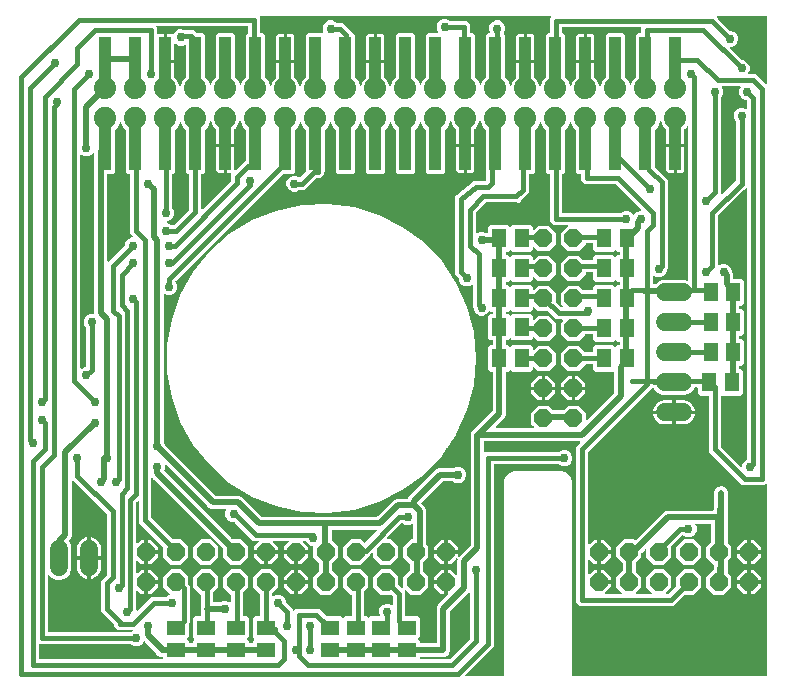
<source format=gbr>
G04 EAGLE Gerber RS-274X export*
G75*
%MOMM*%
%FSLAX34Y34*%
%LPD*%
%INBottom Copper*%
%IPPOS*%
%AMOC8*
5,1,8,0,0,1.08239X$1,22.5*%
G01*
%ADD10C,1.524000*%
%ADD11P,1.649562X8X22.500000*%
%ADD12P,1.649562X8X202.500000*%
%ADD13P,1.649562X8X292.500000*%
%ADD14R,0.990600X4.140200*%
%ADD15R,1.300000X1.600000*%
%ADD16R,1.600000X1.300000*%
%ADD17C,1.879600*%
%ADD18C,0.406400*%
%ADD19C,0.756400*%
%ADD20C,0.508000*%

G36*
X363670Y38092D02*
X363670Y38092D01*
X363689Y38090D01*
X363791Y38112D01*
X363893Y38128D01*
X363910Y38138D01*
X363930Y38142D01*
X364019Y38195D01*
X364110Y38244D01*
X364124Y38258D01*
X364141Y38268D01*
X364208Y38347D01*
X364280Y38422D01*
X364288Y38440D01*
X364301Y38455D01*
X364340Y38551D01*
X364383Y38645D01*
X364385Y38665D01*
X364393Y38683D01*
X364411Y38850D01*
X364411Y68612D01*
X365262Y70666D01*
X373410Y78814D01*
X373463Y78888D01*
X373523Y78957D01*
X373535Y78987D01*
X373554Y79014D01*
X373581Y79101D01*
X373615Y79185D01*
X373619Y79226D01*
X373626Y79249D01*
X373625Y79281D01*
X373633Y79352D01*
X373633Y89408D01*
X373630Y89428D01*
X373632Y89447D01*
X373610Y89549D01*
X373593Y89651D01*
X373584Y89668D01*
X373580Y89688D01*
X373527Y89777D01*
X373478Y89868D01*
X373464Y89882D01*
X373454Y89899D01*
X373375Y89966D01*
X373300Y90037D01*
X373282Y90046D01*
X373267Y90059D01*
X373171Y90097D01*
X373077Y90141D01*
X373057Y90143D01*
X373039Y90151D01*
X372872Y90169D01*
X372109Y90169D01*
X372109Y90171D01*
X372872Y90171D01*
X372892Y90174D01*
X372911Y90172D01*
X373013Y90194D01*
X373115Y90211D01*
X373132Y90220D01*
X373152Y90224D01*
X373241Y90277D01*
X373332Y90326D01*
X373346Y90340D01*
X373363Y90350D01*
X373430Y90429D01*
X373501Y90504D01*
X373510Y90522D01*
X373523Y90537D01*
X373562Y90633D01*
X373605Y90727D01*
X373607Y90747D01*
X373615Y90765D01*
X373633Y90932D01*
X373633Y100331D01*
X376319Y100331D01*
X380612Y96038D01*
X380670Y95996D01*
X380722Y95946D01*
X380769Y95925D01*
X380811Y95894D01*
X380880Y95873D01*
X380945Y95843D01*
X380997Y95837D01*
X381047Y95822D01*
X381118Y95824D01*
X381189Y95816D01*
X381240Y95827D01*
X381292Y95828D01*
X381360Y95853D01*
X381430Y95868D01*
X381475Y95895D01*
X381523Y95913D01*
X381579Y95957D01*
X381641Y95994D01*
X381675Y96034D01*
X381715Y96066D01*
X381754Y96127D01*
X381801Y96181D01*
X381820Y96229D01*
X381848Y96273D01*
X381866Y96343D01*
X381893Y96409D01*
X381901Y96481D01*
X381909Y96512D01*
X381907Y96535D01*
X381911Y96576D01*
X381911Y108642D01*
X382116Y109135D01*
X382138Y109230D01*
X382167Y109323D01*
X382166Y109349D01*
X382172Y109374D01*
X382163Y109471D01*
X382160Y109569D01*
X382151Y109593D01*
X382149Y109619D01*
X382109Y109708D01*
X382076Y109800D01*
X382059Y109820D01*
X382049Y109844D01*
X381983Y109916D01*
X381922Y109992D01*
X381900Y110006D01*
X381882Y110025D01*
X381797Y110072D01*
X381715Y110125D01*
X381690Y110131D01*
X381667Y110144D01*
X381571Y110161D01*
X381477Y110185D01*
X381451Y110183D01*
X381425Y110188D01*
X381328Y110173D01*
X381231Y110166D01*
X381207Y110156D01*
X381181Y110152D01*
X381094Y110107D01*
X381005Y110069D01*
X380980Y110049D01*
X380962Y110040D01*
X380939Y110017D01*
X380874Y109965D01*
X376319Y105409D01*
X373633Y105409D01*
X373633Y114047D01*
X382271Y114047D01*
X382271Y112042D01*
X382282Y111971D01*
X382284Y111900D01*
X382302Y111851D01*
X382310Y111799D01*
X382344Y111736D01*
X382369Y111669D01*
X382401Y111628D01*
X382426Y111582D01*
X382477Y111533D01*
X382522Y111477D01*
X382566Y111449D01*
X382604Y111413D01*
X382669Y111383D01*
X382729Y111344D01*
X382780Y111331D01*
X382827Y111309D01*
X382898Y111301D01*
X382968Y111284D01*
X383020Y111288D01*
X383071Y111282D01*
X383142Y111297D01*
X383213Y111303D01*
X383261Y111323D01*
X383312Y111334D01*
X383373Y111371D01*
X383439Y111399D01*
X383495Y111444D01*
X383523Y111460D01*
X383538Y111478D01*
X383570Y111504D01*
X392918Y120852D01*
X392971Y120926D01*
X393031Y120995D01*
X393043Y121026D01*
X393062Y121052D01*
X393089Y121139D01*
X393123Y121224D01*
X393127Y121264D01*
X393134Y121287D01*
X393133Y121319D01*
X393141Y121390D01*
X393141Y216112D01*
X393992Y218166D01*
X395564Y219738D01*
X396722Y220217D01*
X396778Y220252D01*
X396838Y220278D01*
X396903Y220329D01*
X396931Y220347D01*
X396943Y220362D01*
X396969Y220382D01*
X411408Y234822D01*
X411461Y234896D01*
X411521Y234965D01*
X411533Y234996D01*
X411552Y235022D01*
X411579Y235109D01*
X411613Y235194D01*
X411617Y235234D01*
X411624Y235257D01*
X411623Y235289D01*
X411631Y235360D01*
X411631Y267590D01*
X411628Y267610D01*
X411630Y267629D01*
X411608Y267731D01*
X411592Y267833D01*
X411582Y267850D01*
X411578Y267870D01*
X411525Y267959D01*
X411476Y268050D01*
X411462Y268064D01*
X411452Y268081D01*
X411373Y268148D01*
X411298Y268220D01*
X411280Y268228D01*
X411265Y268241D01*
X411169Y268280D01*
X411075Y268323D01*
X411055Y268325D01*
X411037Y268333D01*
X410870Y268351D01*
X409457Y268351D01*
X407671Y270137D01*
X407671Y288663D01*
X409457Y290449D01*
X411150Y290449D01*
X411170Y290452D01*
X411189Y290450D01*
X411291Y290472D01*
X411393Y290488D01*
X411410Y290498D01*
X411430Y290502D01*
X411519Y290555D01*
X411610Y290604D01*
X411624Y290618D01*
X411641Y290628D01*
X411708Y290707D01*
X411780Y290782D01*
X411788Y290800D01*
X411801Y290815D01*
X411840Y290911D01*
X411883Y291005D01*
X411885Y291025D01*
X411893Y291043D01*
X411911Y291210D01*
X411911Y294260D01*
X411908Y294280D01*
X411910Y294299D01*
X411888Y294401D01*
X411872Y294503D01*
X411862Y294520D01*
X411858Y294540D01*
X411805Y294629D01*
X411756Y294720D01*
X411742Y294734D01*
X411732Y294751D01*
X411653Y294818D01*
X411578Y294890D01*
X411560Y294898D01*
X411545Y294911D01*
X411449Y294950D01*
X411355Y294993D01*
X411335Y294995D01*
X411317Y295003D01*
X411150Y295021D01*
X409457Y295021D01*
X407671Y296807D01*
X407671Y315333D01*
X409457Y317119D01*
X411150Y317119D01*
X411170Y317122D01*
X411189Y317120D01*
X411291Y317142D01*
X411393Y317158D01*
X411410Y317168D01*
X411430Y317172D01*
X411519Y317225D01*
X411610Y317274D01*
X411624Y317288D01*
X411641Y317298D01*
X411708Y317377D01*
X411780Y317452D01*
X411788Y317470D01*
X411801Y317485D01*
X411840Y317581D01*
X411883Y317675D01*
X411885Y317695D01*
X411893Y317713D01*
X411911Y317880D01*
X411911Y318390D01*
X411908Y318410D01*
X411910Y318429D01*
X411888Y318531D01*
X411872Y318633D01*
X411862Y318650D01*
X411858Y318670D01*
X411805Y318759D01*
X411756Y318850D01*
X411742Y318864D01*
X411732Y318881D01*
X411653Y318948D01*
X411578Y319020D01*
X411560Y319028D01*
X411545Y319041D01*
X411449Y319080D01*
X411355Y319123D01*
X411335Y319125D01*
X411317Y319133D01*
X411150Y319151D01*
X409405Y319151D01*
X409391Y319161D01*
X409347Y319175D01*
X409307Y319197D01*
X409230Y319211D01*
X409156Y319234D01*
X409110Y319233D01*
X409065Y319241D01*
X408988Y319230D01*
X408910Y319228D01*
X408867Y319212D01*
X408821Y319205D01*
X408752Y319170D01*
X408679Y319143D01*
X408643Y319114D01*
X408602Y319094D01*
X408548Y319038D01*
X408487Y318989D01*
X408462Y318951D01*
X408430Y318918D01*
X408364Y318799D01*
X408354Y318783D01*
X408353Y318778D01*
X408349Y318771D01*
X408291Y318631D01*
X406369Y316709D01*
X403859Y315669D01*
X401141Y315669D01*
X398631Y316709D01*
X396709Y318631D01*
X395669Y321141D01*
X395669Y321830D01*
X395655Y321920D01*
X395647Y322011D01*
X395635Y322041D01*
X395630Y322073D01*
X395587Y322154D01*
X395551Y322238D01*
X395525Y322270D01*
X395514Y322290D01*
X395491Y322312D01*
X395446Y322368D01*
X394919Y322895D01*
X394919Y341005D01*
X394912Y341050D01*
X394914Y341096D01*
X394892Y341171D01*
X394880Y341248D01*
X394858Y341288D01*
X394845Y341332D01*
X394801Y341396D01*
X394764Y341465D01*
X394731Y341497D01*
X394705Y341534D01*
X394643Y341581D01*
X394586Y341634D01*
X394544Y341654D01*
X394508Y341681D01*
X394434Y341705D01*
X394363Y341738D01*
X394317Y341743D01*
X394274Y341757D01*
X394196Y341756D01*
X394119Y341765D01*
X394074Y341755D01*
X394028Y341755D01*
X393896Y341717D01*
X393878Y341713D01*
X393874Y341710D01*
X393867Y341708D01*
X391359Y340669D01*
X388641Y340669D01*
X386131Y341709D01*
X384209Y343631D01*
X383169Y346141D01*
X383169Y346830D01*
X383155Y346920D01*
X383147Y347011D01*
X383135Y347041D01*
X383130Y347073D01*
X383087Y347154D01*
X383051Y347238D01*
X383025Y347270D01*
X383014Y347290D01*
X382991Y347312D01*
X382946Y347368D01*
X379919Y350395D01*
X379919Y412096D01*
X379913Y412132D01*
X379914Y412140D01*
X379911Y412156D01*
X379912Y412201D01*
X379891Y412269D01*
X379880Y412339D01*
X379865Y412365D01*
X379862Y412381D01*
X379850Y412401D01*
X379839Y412436D01*
X379778Y412531D01*
X379764Y412556D01*
X379757Y412563D01*
X379748Y412577D01*
X379732Y412597D01*
X379915Y414395D01*
X379914Y414422D01*
X379919Y414472D01*
X379919Y416279D01*
X379937Y416297D01*
X379968Y416340D01*
X380007Y416377D01*
X380040Y416440D01*
X380081Y416497D01*
X380097Y416548D01*
X380121Y416595D01*
X380145Y416705D01*
X380153Y416732D01*
X380153Y416743D01*
X380156Y416759D01*
X380159Y416784D01*
X381560Y417926D01*
X381578Y417946D01*
X381618Y417978D01*
X382895Y419256D01*
X382921Y419256D01*
X382973Y419264D01*
X383026Y419263D01*
X383094Y419284D01*
X383164Y419295D01*
X383210Y419320D01*
X383261Y419336D01*
X383356Y419397D01*
X383381Y419410D01*
X383388Y419418D01*
X383402Y419427D01*
X393838Y427931D01*
X393856Y427951D01*
X393895Y427983D01*
X395173Y429261D01*
X395199Y429261D01*
X395251Y429269D01*
X395304Y429268D01*
X395371Y429289D01*
X395441Y429300D01*
X395488Y429325D01*
X395539Y429341D01*
X395634Y429402D01*
X395659Y429416D01*
X395666Y429423D01*
X395680Y429432D01*
X395699Y429448D01*
X397497Y429265D01*
X397524Y429266D01*
X397575Y429261D01*
X405250Y429261D01*
X405340Y429275D01*
X405431Y429283D01*
X405461Y429295D01*
X405493Y429300D01*
X405574Y429343D01*
X405657Y429379D01*
X405690Y429405D01*
X405710Y429416D01*
X405732Y429439D01*
X405788Y429484D01*
X406176Y429872D01*
X406224Y429938D01*
X406228Y429943D01*
X406230Y429946D01*
X406289Y430015D01*
X406301Y430045D01*
X406320Y430071D01*
X406347Y430158D01*
X406381Y430243D01*
X406385Y430284D01*
X406392Y430306D01*
X406391Y430339D01*
X406399Y430410D01*
X406399Y436953D01*
X406385Y437043D01*
X406377Y437134D01*
X406365Y437164D01*
X406360Y437196D01*
X406317Y437276D01*
X406281Y437360D01*
X406255Y437392D01*
X406244Y437413D01*
X406221Y437435D01*
X406176Y437491D01*
X406018Y437649D01*
X406018Y472684D01*
X406004Y472774D01*
X405996Y472865D01*
X405984Y472895D01*
X405979Y472927D01*
X405936Y473007D01*
X405900Y473091D01*
X405874Y473123D01*
X405863Y473144D01*
X405840Y473166D01*
X405795Y473222D01*
X403468Y475549D01*
X401688Y479848D01*
X401634Y479934D01*
X401586Y480023D01*
X401570Y480038D01*
X401558Y480057D01*
X401480Y480121D01*
X401406Y480190D01*
X401386Y480199D01*
X401369Y480213D01*
X401274Y480250D01*
X401182Y480291D01*
X401160Y480294D01*
X401139Y480302D01*
X401038Y480306D01*
X400937Y480316D01*
X400916Y480311D01*
X400893Y480312D01*
X400796Y480284D01*
X400697Y480261D01*
X400678Y480250D01*
X400657Y480243D01*
X400574Y480186D01*
X400488Y480133D01*
X400473Y480116D01*
X400455Y480103D01*
X400395Y480022D01*
X400330Y479944D01*
X400318Y479919D01*
X400308Y479906D01*
X400298Y479875D01*
X400261Y479791D01*
X399684Y478017D01*
X398831Y476343D01*
X397726Y474822D01*
X396387Y473483D01*
X396384Y473481D01*
X396377Y473473D01*
X396355Y473451D01*
X396339Y473428D01*
X396322Y473409D01*
X396255Y473341D01*
X396242Y473316D01*
X396224Y473294D01*
X396188Y473205D01*
X396146Y473120D01*
X396143Y473092D01*
X396132Y473066D01*
X396114Y472900D01*
X396114Y461136D01*
X390143Y461136D01*
X390143Y481838D01*
X390140Y481858D01*
X390142Y481877D01*
X390120Y481979D01*
X390103Y482081D01*
X390094Y482098D01*
X390090Y482118D01*
X390037Y482207D01*
X389988Y482298D01*
X389974Y482312D01*
X389964Y482329D01*
X389885Y482396D01*
X389810Y482467D01*
X389792Y482476D01*
X389777Y482489D01*
X389681Y482527D01*
X389587Y482571D01*
X389567Y482573D01*
X389549Y482581D01*
X389382Y482599D01*
X387858Y482599D01*
X387838Y482596D01*
X387819Y482598D01*
X387717Y482576D01*
X387615Y482559D01*
X387598Y482550D01*
X387578Y482546D01*
X387489Y482493D01*
X387398Y482444D01*
X387384Y482430D01*
X387367Y482420D01*
X387300Y482341D01*
X387229Y482266D01*
X387220Y482248D01*
X387207Y482233D01*
X387168Y482137D01*
X387125Y482043D01*
X387123Y482023D01*
X387115Y482005D01*
X387097Y481838D01*
X387097Y461136D01*
X381126Y461136D01*
X381126Y472900D01*
X381122Y472927D01*
X381124Y472955D01*
X381102Y473048D01*
X381087Y473142D01*
X381073Y473167D01*
X381067Y473194D01*
X381016Y473275D01*
X380971Y473360D01*
X380951Y473379D01*
X380936Y473403D01*
X380890Y473445D01*
X380885Y473451D01*
X379514Y474822D01*
X378409Y476343D01*
X377556Y478017D01*
X376979Y479791D01*
X376933Y479881D01*
X376892Y479974D01*
X376877Y479990D01*
X376867Y480010D01*
X376794Y480080D01*
X376725Y480155D01*
X376706Y480166D01*
X376690Y480181D01*
X376599Y480225D01*
X376510Y480274D01*
X376488Y480278D01*
X376468Y480287D01*
X376368Y480299D01*
X376268Y480317D01*
X376246Y480314D01*
X376224Y480317D01*
X376125Y480296D01*
X376025Y480282D01*
X376005Y480272D01*
X375983Y480267D01*
X375896Y480216D01*
X375805Y480170D01*
X375790Y480154D01*
X375771Y480143D01*
X375704Y480067D01*
X375633Y479995D01*
X375620Y479970D01*
X375609Y479958D01*
X375596Y479928D01*
X375552Y479848D01*
X373772Y475549D01*
X371445Y473222D01*
X371392Y473148D01*
X371332Y473079D01*
X371320Y473049D01*
X371301Y473023D01*
X371274Y472936D01*
X371240Y472851D01*
X371236Y472810D01*
X371229Y472788D01*
X371230Y472755D01*
X371222Y472684D01*
X371222Y437649D01*
X369436Y435863D01*
X357004Y435863D01*
X355218Y437649D01*
X355218Y472684D01*
X355204Y472774D01*
X355196Y472865D01*
X355184Y472895D01*
X355179Y472927D01*
X355136Y473007D01*
X355100Y473091D01*
X355074Y473123D01*
X355063Y473144D01*
X355040Y473166D01*
X354995Y473222D01*
X352668Y475549D01*
X351223Y479038D01*
X351185Y479099D01*
X351156Y479164D01*
X351121Y479202D01*
X351094Y479247D01*
X351038Y479292D01*
X350990Y479345D01*
X350944Y479370D01*
X350904Y479404D01*
X350837Y479429D01*
X350774Y479464D01*
X350723Y479473D01*
X350675Y479492D01*
X350603Y479495D01*
X350532Y479508D01*
X350481Y479500D01*
X350429Y479502D01*
X350360Y479482D01*
X350289Y479472D01*
X350243Y479448D01*
X350193Y479434D01*
X350134Y479393D01*
X350070Y479360D01*
X350033Y479323D01*
X349991Y479293D01*
X349948Y479236D01*
X349898Y479185D01*
X349863Y479122D01*
X349844Y479096D01*
X349837Y479074D01*
X349817Y479038D01*
X348372Y475549D01*
X346045Y473222D01*
X345992Y473148D01*
X345932Y473079D01*
X345920Y473049D01*
X345901Y473023D01*
X345874Y472936D01*
X345840Y472851D01*
X345836Y472810D01*
X345829Y472788D01*
X345830Y472755D01*
X345822Y472684D01*
X345822Y437649D01*
X344036Y435863D01*
X331604Y435863D01*
X329818Y437649D01*
X329818Y472684D01*
X329804Y472774D01*
X329796Y472865D01*
X329784Y472895D01*
X329779Y472927D01*
X329736Y473007D01*
X329700Y473091D01*
X329674Y473123D01*
X329663Y473144D01*
X329640Y473166D01*
X329595Y473222D01*
X327268Y475549D01*
X325823Y479038D01*
X325785Y479099D01*
X325756Y479164D01*
X325721Y479202D01*
X325694Y479247D01*
X325638Y479292D01*
X325590Y479345D01*
X325544Y479370D01*
X325504Y479404D01*
X325437Y479429D01*
X325374Y479464D01*
X325323Y479473D01*
X325275Y479492D01*
X325203Y479495D01*
X325132Y479508D01*
X325081Y479500D01*
X325029Y479502D01*
X324960Y479482D01*
X324889Y479472D01*
X324843Y479448D01*
X324793Y479434D01*
X324734Y479393D01*
X324670Y479360D01*
X324633Y479323D01*
X324591Y479293D01*
X324548Y479236D01*
X324498Y479185D01*
X324463Y479122D01*
X324444Y479096D01*
X324437Y479074D01*
X324417Y479038D01*
X322972Y475549D01*
X320645Y473222D01*
X320592Y473148D01*
X320532Y473079D01*
X320520Y473049D01*
X320501Y473023D01*
X320474Y472936D01*
X320440Y472851D01*
X320436Y472810D01*
X320429Y472788D01*
X320430Y472755D01*
X320422Y472684D01*
X320422Y437649D01*
X318636Y435863D01*
X306204Y435863D01*
X304418Y437649D01*
X304418Y472684D01*
X304404Y472774D01*
X304396Y472865D01*
X304384Y472895D01*
X304379Y472927D01*
X304336Y473007D01*
X304300Y473091D01*
X304274Y473123D01*
X304263Y473144D01*
X304240Y473166D01*
X304195Y473222D01*
X301868Y475549D01*
X300423Y479038D01*
X300385Y479099D01*
X300356Y479164D01*
X300321Y479203D01*
X300294Y479247D01*
X300238Y479293D01*
X300190Y479345D01*
X300144Y479370D01*
X300104Y479404D01*
X300037Y479429D01*
X299974Y479464D01*
X299923Y479473D01*
X299875Y479492D01*
X299803Y479495D01*
X299732Y479508D01*
X299681Y479500D01*
X299629Y479502D01*
X299560Y479482D01*
X299489Y479472D01*
X299443Y479448D01*
X299393Y479434D01*
X299334Y479393D01*
X299270Y479360D01*
X299233Y479323D01*
X299191Y479293D01*
X299148Y479236D01*
X299098Y479185D01*
X299063Y479122D01*
X299044Y479096D01*
X299037Y479074D01*
X299017Y479038D01*
X297572Y475549D01*
X295245Y473222D01*
X295192Y473148D01*
X295132Y473079D01*
X295120Y473049D01*
X295101Y473023D01*
X295074Y472936D01*
X295040Y472851D01*
X295036Y472810D01*
X295029Y472788D01*
X295030Y472755D01*
X295022Y472684D01*
X295022Y437649D01*
X293236Y435863D01*
X280804Y435863D01*
X279018Y437649D01*
X279018Y472684D01*
X279004Y472774D01*
X278996Y472865D01*
X278984Y472895D01*
X278979Y472927D01*
X278936Y473007D01*
X278900Y473091D01*
X278874Y473123D01*
X278863Y473144D01*
X278840Y473166D01*
X278795Y473222D01*
X276468Y475549D01*
X275023Y479038D01*
X274985Y479099D01*
X274956Y479164D01*
X274921Y479203D01*
X274894Y479247D01*
X274838Y479293D01*
X274790Y479345D01*
X274744Y479370D01*
X274704Y479404D01*
X274637Y479429D01*
X274574Y479464D01*
X274523Y479473D01*
X274475Y479492D01*
X274403Y479495D01*
X274332Y479508D01*
X274281Y479500D01*
X274229Y479502D01*
X274160Y479482D01*
X274089Y479472D01*
X274043Y479448D01*
X273993Y479434D01*
X273934Y479393D01*
X273870Y479360D01*
X273833Y479323D01*
X273791Y479293D01*
X273748Y479236D01*
X273698Y479185D01*
X273663Y479122D01*
X273644Y479096D01*
X273637Y479074D01*
X273617Y479038D01*
X272172Y475549D01*
X269845Y473222D01*
X269792Y473148D01*
X269732Y473079D01*
X269720Y473049D01*
X269701Y473023D01*
X269674Y472936D01*
X269640Y472851D01*
X269636Y472810D01*
X269629Y472788D01*
X269630Y472755D01*
X269622Y472684D01*
X269622Y437649D01*
X269114Y437141D01*
X269061Y437067D01*
X269001Y436998D01*
X268989Y436968D01*
X268970Y436941D01*
X268943Y436854D01*
X268909Y436770D01*
X268905Y436729D01*
X268898Y436706D01*
X268899Y436674D01*
X268891Y436603D01*
X268891Y435515D01*
X265915Y432539D01*
X262860Y432539D01*
X262770Y432525D01*
X262679Y432517D01*
X262649Y432505D01*
X262617Y432500D01*
X262536Y432457D01*
X262453Y432421D01*
X262420Y432395D01*
X262400Y432384D01*
X262378Y432361D01*
X262322Y432316D01*
X252385Y422379D01*
X248825Y422379D01*
X248735Y422365D01*
X248644Y422357D01*
X248614Y422345D01*
X248582Y422340D01*
X248501Y422297D01*
X248417Y422261D01*
X248385Y422235D01*
X248365Y422224D01*
X248342Y422201D01*
X248286Y422156D01*
X247799Y421669D01*
X245289Y420629D01*
X242571Y420629D01*
X240061Y421669D01*
X238139Y423591D01*
X237099Y426101D01*
X237099Y428819D01*
X238139Y431329D01*
X240061Y433251D01*
X242571Y434291D01*
X245289Y434291D01*
X247799Y433251D01*
X247804Y433246D01*
X247820Y433234D01*
X247833Y433219D01*
X247920Y433163D01*
X248004Y433102D01*
X248023Y433097D01*
X248040Y433086D01*
X248140Y433061D01*
X248239Y433030D01*
X248259Y433031D01*
X248278Y433026D01*
X248381Y433034D01*
X248485Y433036D01*
X248504Y433043D01*
X248523Y433045D01*
X248618Y433085D01*
X248716Y433121D01*
X248731Y433133D01*
X248750Y433141D01*
X248881Y433246D01*
X253395Y437761D01*
X253448Y437834D01*
X253508Y437904D01*
X253520Y437934D01*
X253539Y437960D01*
X253566Y438047D01*
X253600Y438132D01*
X253604Y438173D01*
X253611Y438195D01*
X253610Y438228D01*
X253618Y438299D01*
X253618Y472684D01*
X253604Y472774D01*
X253596Y472865D01*
X253584Y472895D01*
X253579Y472927D01*
X253536Y473007D01*
X253500Y473091D01*
X253474Y473123D01*
X253463Y473144D01*
X253440Y473166D01*
X253395Y473222D01*
X251068Y475549D01*
X249623Y479038D01*
X249585Y479099D01*
X249556Y479164D01*
X249521Y479203D01*
X249494Y479247D01*
X249438Y479293D01*
X249390Y479345D01*
X249344Y479370D01*
X249304Y479404D01*
X249237Y479429D01*
X249174Y479464D01*
X249123Y479473D01*
X249075Y479492D01*
X249003Y479495D01*
X248932Y479508D01*
X248881Y479500D01*
X248829Y479502D01*
X248760Y479482D01*
X248689Y479472D01*
X248643Y479448D01*
X248593Y479434D01*
X248534Y479393D01*
X248470Y479360D01*
X248433Y479323D01*
X248391Y479293D01*
X248348Y479236D01*
X248298Y479185D01*
X248263Y479122D01*
X248244Y479096D01*
X248237Y479074D01*
X248217Y479038D01*
X246772Y475549D01*
X244445Y473222D01*
X244392Y473148D01*
X244332Y473079D01*
X244320Y473049D01*
X244301Y473023D01*
X244274Y472936D01*
X244240Y472851D01*
X244236Y472810D01*
X244229Y472788D01*
X244230Y472755D01*
X244222Y472684D01*
X244222Y437649D01*
X242436Y435863D01*
X234514Y435863D01*
X234424Y435849D01*
X234333Y435841D01*
X234303Y435829D01*
X234271Y435824D01*
X234190Y435781D01*
X234107Y435745D01*
X234074Y435719D01*
X234054Y435708D01*
X234032Y435685D01*
X233976Y435640D01*
X143286Y344951D01*
X143274Y344935D01*
X143259Y344922D01*
X143203Y344835D01*
X143142Y344751D01*
X143137Y344732D01*
X143126Y344715D01*
X143100Y344615D01*
X143070Y344516D01*
X143071Y344496D01*
X143066Y344477D01*
X143074Y344374D01*
X143076Y344270D01*
X143083Y344251D01*
X143085Y344231D01*
X143125Y344137D01*
X143161Y344039D01*
X143173Y344023D01*
X143181Y344005D01*
X143286Y343874D01*
X143291Y343869D01*
X144331Y341359D01*
X144331Y338641D01*
X143291Y336131D01*
X141369Y334209D01*
X138859Y333169D01*
X136141Y333169D01*
X134141Y333998D01*
X134097Y334008D01*
X134055Y334028D01*
X133978Y334036D01*
X133902Y334054D01*
X133856Y334050D01*
X133811Y334055D01*
X133734Y334038D01*
X133657Y334031D01*
X133615Y334012D01*
X133570Y334002D01*
X133503Y333962D01*
X133432Y333931D01*
X133398Y333900D01*
X133359Y333876D01*
X133308Y333817D01*
X133251Y333764D01*
X133229Y333724D01*
X133199Y333689D01*
X133170Y333617D01*
X133133Y333549D01*
X133124Y333504D01*
X133107Y333461D01*
X133092Y333325D01*
X133089Y333307D01*
X133090Y333302D01*
X133089Y333294D01*
X133089Y209387D01*
X133103Y209297D01*
X133111Y209206D01*
X133123Y209176D01*
X133128Y209144D01*
X133171Y209063D01*
X133207Y208979D01*
X133233Y208947D01*
X133244Y208927D01*
X133267Y208904D01*
X133286Y208880D01*
X134339Y206339D01*
X134345Y206298D01*
X134353Y206207D01*
X134365Y206177D01*
X134370Y206146D01*
X134413Y206065D01*
X134449Y205981D01*
X134475Y205949D01*
X134486Y205928D01*
X134509Y205906D01*
X134554Y205850D01*
X177092Y163312D01*
X177166Y163259D01*
X177235Y163199D01*
X177266Y163187D01*
X177292Y163168D01*
X177379Y163141D01*
X177464Y163107D01*
X177504Y163103D01*
X177527Y163096D01*
X177559Y163097D01*
X177630Y163089D01*
X197142Y163089D01*
X199196Y162238D01*
X215622Y145812D01*
X215696Y145759D01*
X215765Y145699D01*
X215796Y145687D01*
X215822Y145668D01*
X215909Y145641D01*
X215994Y145607D01*
X216034Y145603D01*
X216057Y145596D01*
X216089Y145597D01*
X216160Y145589D01*
X313840Y145589D01*
X313930Y145603D01*
X314021Y145611D01*
X314051Y145623D01*
X314083Y145628D01*
X314163Y145671D01*
X314247Y145707D01*
X314279Y145733D01*
X314300Y145744D01*
X314322Y145767D01*
X314378Y145812D01*
X326625Y158059D01*
X328304Y159738D01*
X330358Y160589D01*
X339195Y160589D01*
X339310Y160608D01*
X339426Y160625D01*
X339432Y160627D01*
X339438Y160628D01*
X339541Y160683D01*
X339646Y160736D01*
X339650Y160741D01*
X339656Y160744D01*
X339735Y160828D01*
X339818Y160912D01*
X339822Y160918D01*
X339825Y160922D01*
X339833Y160939D01*
X339899Y161059D01*
X340262Y161936D01*
X363974Y185648D01*
X366028Y186499D01*
X377993Y186499D01*
X378083Y186513D01*
X378174Y186521D01*
X378204Y186533D01*
X378236Y186538D01*
X378317Y186581D01*
X378401Y186617D01*
X378433Y186643D01*
X378453Y186654D01*
X378476Y186677D01*
X378500Y186696D01*
X381021Y187741D01*
X383739Y187741D01*
X386249Y186701D01*
X388171Y184779D01*
X389211Y182269D01*
X389211Y179551D01*
X388171Y177041D01*
X386249Y175119D01*
X383739Y174079D01*
X381021Y174079D01*
X378491Y175127D01*
X378458Y175151D01*
X378388Y175211D01*
X378358Y175223D01*
X378332Y175242D01*
X378245Y175269D01*
X378160Y175303D01*
X378119Y175307D01*
X378097Y175314D01*
X378065Y175313D01*
X377993Y175321D01*
X369770Y175321D01*
X369680Y175307D01*
X369589Y175299D01*
X369559Y175287D01*
X369528Y175282D01*
X369447Y175239D01*
X369363Y175203D01*
X369331Y175177D01*
X369310Y175166D01*
X369288Y175143D01*
X369232Y175098D01*
X351557Y157423D01*
X351545Y157407D01*
X351530Y157395D01*
X351474Y157307D01*
X351413Y157224D01*
X351408Y157205D01*
X351397Y157188D01*
X351371Y157087D01*
X351341Y156988D01*
X351342Y156969D01*
X351337Y156949D01*
X351345Y156846D01*
X351347Y156743D01*
X351354Y156724D01*
X351356Y156704D01*
X351396Y156609D01*
X351432Y156512D01*
X351444Y156496D01*
X351452Y156478D01*
X351557Y156347D01*
X354738Y153166D01*
X355589Y151112D01*
X355589Y122094D01*
X355603Y122004D01*
X355611Y121913D01*
X355623Y121884D01*
X355628Y121852D01*
X355671Y121771D01*
X355707Y121687D01*
X355733Y121655D01*
X355744Y121634D01*
X355767Y121612D01*
X355812Y121556D01*
X357379Y119989D01*
X357379Y111151D01*
X353312Y107084D01*
X353259Y107010D01*
X353199Y106940D01*
X353187Y106910D01*
X353168Y106884D01*
X353141Y106797D01*
X353107Y106712D01*
X353103Y106671D01*
X353096Y106649D01*
X353097Y106617D01*
X353089Y106546D01*
X353089Y99194D01*
X353090Y99188D01*
X353090Y99186D01*
X353103Y99104D01*
X353111Y99013D01*
X353123Y98984D01*
X353128Y98952D01*
X353171Y98871D01*
X353207Y98787D01*
X353233Y98755D01*
X353244Y98734D01*
X353267Y98712D01*
X353312Y98656D01*
X357379Y94589D01*
X357379Y85751D01*
X351129Y79501D01*
X342291Y79501D01*
X338880Y82912D01*
X338822Y82954D01*
X338770Y83003D01*
X338723Y83025D01*
X338681Y83055D01*
X338612Y83077D01*
X338547Y83107D01*
X338495Y83112D01*
X338445Y83128D01*
X338374Y83126D01*
X338303Y83134D01*
X338252Y83123D01*
X338200Y83121D01*
X338132Y83097D01*
X338062Y83082D01*
X338017Y83055D01*
X337969Y83037D01*
X337913Y82992D01*
X337851Y82955D01*
X337817Y82916D01*
X337777Y82883D01*
X337738Y82823D01*
X337691Y82768D01*
X337672Y82720D01*
X337644Y82676D01*
X337626Y82607D01*
X337599Y82540D01*
X337591Y82469D01*
X337583Y82438D01*
X337585Y82415D01*
X337581Y82374D01*
X337581Y61720D01*
X337584Y61700D01*
X337582Y61681D01*
X337604Y61579D01*
X337620Y61477D01*
X337630Y61460D01*
X337634Y61440D01*
X337687Y61351D01*
X337736Y61260D01*
X337750Y61246D01*
X337760Y61229D01*
X337839Y61162D01*
X337914Y61090D01*
X337932Y61082D01*
X337947Y61069D01*
X338043Y61030D01*
X338137Y60987D01*
X338157Y60985D01*
X338175Y60977D01*
X338342Y60959D01*
X348353Y60959D01*
X350139Y59173D01*
X350139Y43647D01*
X348940Y42448D01*
X348928Y42432D01*
X348913Y42420D01*
X348857Y42332D01*
X348796Y42249D01*
X348790Y42230D01*
X348780Y42213D01*
X348754Y42112D01*
X348724Y42013D01*
X348724Y41994D01*
X348720Y41974D01*
X348728Y41871D01*
X348730Y41768D01*
X348737Y41749D01*
X348739Y41729D01*
X348779Y41634D01*
X348815Y41537D01*
X348827Y41521D01*
X348835Y41503D01*
X348940Y41372D01*
X350139Y40173D01*
X350139Y38850D01*
X350142Y38830D01*
X350140Y38811D01*
X350162Y38709D01*
X350178Y38607D01*
X350188Y38590D01*
X350192Y38570D01*
X350245Y38481D01*
X350294Y38390D01*
X350308Y38376D01*
X350318Y38359D01*
X350397Y38292D01*
X350472Y38220D01*
X350490Y38212D01*
X350505Y38199D01*
X350601Y38160D01*
X350695Y38117D01*
X350715Y38115D01*
X350733Y38107D01*
X350900Y38089D01*
X363650Y38089D01*
X363670Y38092D01*
G37*
%LPC*%
G36*
X250071Y149540D02*
X250071Y149540D01*
X228364Y154219D01*
X207759Y162498D01*
X188851Y174141D01*
X172182Y188811D01*
X158232Y206088D01*
X147402Y225474D01*
X140004Y246411D01*
X136252Y268297D01*
X136252Y290503D01*
X140004Y312389D01*
X147402Y333326D01*
X158232Y352712D01*
X172182Y369989D01*
X188851Y384659D01*
X207759Y396302D01*
X228364Y404581D01*
X250071Y409260D01*
X272256Y410202D01*
X294282Y407381D01*
X315514Y400879D01*
X335342Y390882D01*
X353195Y377678D01*
X368561Y361646D01*
X380995Y343249D01*
X390142Y323015D01*
X395737Y301526D01*
X397620Y279400D01*
X395737Y257274D01*
X390142Y235785D01*
X380995Y215551D01*
X380869Y215365D01*
X380355Y214604D01*
X379840Y213843D01*
X379840Y213842D01*
X379326Y213081D01*
X378811Y212320D01*
X378297Y211559D01*
X377782Y210798D01*
X377782Y210797D01*
X377268Y210036D01*
X376753Y209275D01*
X376239Y208514D01*
X375724Y207753D01*
X375724Y207752D01*
X375210Y206991D01*
X374695Y206230D01*
X374181Y205469D01*
X373666Y204708D01*
X373666Y204707D01*
X373152Y203946D01*
X372637Y203185D01*
X372123Y202424D01*
X372122Y202424D01*
X371608Y201663D01*
X371608Y201662D01*
X371094Y200901D01*
X371093Y200901D01*
X370579Y200140D01*
X370065Y199379D01*
X370064Y199379D01*
X369550Y198618D01*
X369550Y198617D01*
X369036Y197856D01*
X369035Y197856D01*
X368560Y197153D01*
X353195Y181122D01*
X335343Y167918D01*
X315514Y157921D01*
X294282Y151419D01*
X272256Y148598D01*
X250071Y149540D01*
G37*
%LPD*%
G36*
X420698Y10164D02*
X420698Y10164D01*
X420717Y10162D01*
X420819Y10184D01*
X420921Y10200D01*
X420938Y10210D01*
X420958Y10214D01*
X421047Y10267D01*
X421138Y10316D01*
X421152Y10330D01*
X421169Y10340D01*
X421236Y10419D01*
X421308Y10494D01*
X421316Y10512D01*
X421329Y10527D01*
X421368Y10623D01*
X421411Y10717D01*
X421413Y10737D01*
X421421Y10755D01*
X421439Y10922D01*
X421439Y137360D01*
X421429Y137423D01*
X421429Y137486D01*
X421427Y137491D01*
X421439Y139526D01*
X421439Y139528D01*
X421439Y139530D01*
X421439Y141590D01*
X421443Y141618D01*
X421450Y141650D01*
X421448Y141669D01*
X421452Y141699D01*
X421639Y174017D01*
X421639Y174019D01*
X421639Y174022D01*
X421639Y176042D01*
X422423Y177903D01*
X422423Y177905D01*
X422425Y177907D01*
X423198Y179774D01*
X424633Y181192D01*
X424634Y181194D01*
X424636Y181195D01*
X426066Y182626D01*
X427936Y183388D01*
X427938Y183388D01*
X427940Y183389D01*
X429807Y184162D01*
X431827Y184151D01*
X431828Y184151D01*
X431831Y184151D01*
X470651Y184151D01*
X474386Y182604D01*
X477244Y179746D01*
X478791Y176011D01*
X478791Y10922D01*
X478794Y10902D01*
X478792Y10883D01*
X478814Y10781D01*
X478830Y10679D01*
X478840Y10662D01*
X478844Y10642D01*
X478897Y10553D01*
X478946Y10462D01*
X478960Y10448D01*
X478970Y10431D01*
X479049Y10364D01*
X479124Y10292D01*
X479142Y10284D01*
X479157Y10271D01*
X479253Y10232D01*
X479347Y10189D01*
X479367Y10187D01*
X479385Y10179D01*
X479552Y10161D01*
X643128Y10161D01*
X643148Y10164D01*
X643167Y10162D01*
X643269Y10184D01*
X643371Y10200D01*
X643388Y10210D01*
X643408Y10214D01*
X643497Y10267D01*
X643588Y10316D01*
X643602Y10330D01*
X643619Y10340D01*
X643686Y10419D01*
X643758Y10494D01*
X643766Y10512D01*
X643779Y10527D01*
X643818Y10623D01*
X643861Y10717D01*
X643863Y10737D01*
X643871Y10755D01*
X643889Y10922D01*
X643889Y172366D01*
X643878Y172437D01*
X643876Y172509D01*
X643858Y172558D01*
X643850Y172609D01*
X643816Y172672D01*
X643791Y172740D01*
X643759Y172780D01*
X643734Y172826D01*
X643683Y172876D01*
X643638Y172932D01*
X643594Y172960D01*
X643556Y172996D01*
X643491Y173026D01*
X643431Y173065D01*
X643380Y173077D01*
X643333Y173099D01*
X643262Y173107D01*
X643192Y173125D01*
X643140Y173121D01*
X643089Y173126D01*
X643018Y173111D01*
X642947Y173106D01*
X642899Y173085D01*
X642848Y173074D01*
X642787Y173037D01*
X642721Y173009D01*
X642665Y172964D01*
X642637Y172948D01*
X642622Y172930D01*
X642590Y172905D01*
X642104Y172419D01*
X622895Y172419D01*
X594919Y200395D01*
X594919Y247270D01*
X594916Y247290D01*
X594918Y247309D01*
X594896Y247411D01*
X594880Y247513D01*
X594870Y247530D01*
X594866Y247550D01*
X594813Y247639D01*
X594764Y247730D01*
X594750Y247744D01*
X594740Y247761D01*
X594661Y247828D01*
X594586Y247900D01*
X594568Y247908D01*
X594553Y247921D01*
X594457Y247960D01*
X594363Y248003D01*
X594343Y248005D01*
X594325Y248013D01*
X594158Y248031D01*
X587257Y248031D01*
X585471Y249817D01*
X585471Y254158D01*
X585468Y254178D01*
X585470Y254197D01*
X585448Y254299D01*
X585432Y254401D01*
X585422Y254418D01*
X585418Y254438D01*
X585365Y254527D01*
X585316Y254618D01*
X585302Y254632D01*
X585292Y254649D01*
X585213Y254716D01*
X585138Y254788D01*
X585120Y254796D01*
X585105Y254809D01*
X585009Y254848D01*
X584915Y254891D01*
X584895Y254893D01*
X584877Y254901D01*
X584710Y254919D01*
X583103Y254919D01*
X582988Y254900D01*
X582872Y254883D01*
X582866Y254881D01*
X582860Y254880D01*
X582758Y254825D01*
X582653Y254772D01*
X582648Y254767D01*
X582643Y254764D01*
X582563Y254680D01*
X582481Y254596D01*
X582477Y254590D01*
X582473Y254586D01*
X582466Y254569D01*
X582400Y254449D01*
X581815Y253037D01*
X578813Y250035D01*
X574892Y248411D01*
X555408Y248411D01*
X551487Y250035D01*
X548485Y253037D01*
X548093Y253984D01*
X548036Y254076D01*
X547984Y254169D01*
X547972Y254180D01*
X547963Y254194D01*
X547880Y254262D01*
X547801Y254334D01*
X547786Y254340D01*
X547774Y254350D01*
X547674Y254389D01*
X547575Y254431D01*
X547556Y254434D01*
X547544Y254439D01*
X547514Y254440D01*
X547409Y254454D01*
X546985Y254465D01*
X546885Y254451D01*
X546785Y254443D01*
X546764Y254435D01*
X546742Y254432D01*
X546651Y254386D01*
X546559Y254347D01*
X546537Y254330D01*
X546521Y254322D01*
X546498Y254299D01*
X546428Y254242D01*
X492804Y200618D01*
X492751Y200545D01*
X492691Y200475D01*
X492679Y200445D01*
X492660Y200419D01*
X492633Y200332D01*
X492599Y200247D01*
X492595Y200206D01*
X492588Y200184D01*
X492589Y200151D01*
X492581Y200080D01*
X492581Y122708D01*
X492592Y122637D01*
X492594Y122566D01*
X492612Y122517D01*
X492620Y122465D01*
X492654Y122402D01*
X492679Y122335D01*
X492711Y122294D01*
X492736Y122248D01*
X492788Y122198D01*
X492832Y122142D01*
X492876Y122114D01*
X492914Y122078D01*
X492979Y122048D01*
X493039Y122009D01*
X493090Y121997D01*
X493137Y121975D01*
X493208Y121967D01*
X493278Y121949D01*
X493330Y121953D01*
X493381Y121948D01*
X493452Y121963D01*
X493523Y121969D01*
X493571Y121989D01*
X493622Y122000D01*
X493683Y122037D01*
X493749Y122065D01*
X493805Y122110D01*
X493833Y122126D01*
X493848Y122144D01*
X493880Y122170D01*
X497441Y125731D01*
X500127Y125731D01*
X500127Y116332D01*
X500130Y116312D01*
X500128Y116293D01*
X500150Y116191D01*
X500167Y116089D01*
X500176Y116072D01*
X500180Y116052D01*
X500233Y115963D01*
X500282Y115872D01*
X500296Y115858D01*
X500306Y115841D01*
X500385Y115774D01*
X500460Y115703D01*
X500478Y115694D01*
X500493Y115681D01*
X500589Y115643D01*
X500683Y115599D01*
X500703Y115597D01*
X500721Y115589D01*
X500888Y115571D01*
X501651Y115571D01*
X501651Y115569D01*
X500888Y115569D01*
X500868Y115566D01*
X500849Y115568D01*
X500747Y115546D01*
X500645Y115529D01*
X500628Y115520D01*
X500608Y115516D01*
X500519Y115463D01*
X500428Y115414D01*
X500414Y115400D01*
X500397Y115390D01*
X500330Y115311D01*
X500259Y115236D01*
X500250Y115218D01*
X500237Y115203D01*
X500198Y115107D01*
X500155Y115013D01*
X500153Y114993D01*
X500145Y114975D01*
X500127Y114808D01*
X500127Y105409D01*
X497441Y105409D01*
X493880Y108970D01*
X493822Y109012D01*
X493770Y109062D01*
X493723Y109083D01*
X493681Y109114D01*
X493612Y109135D01*
X493547Y109165D01*
X493495Y109171D01*
X493445Y109186D01*
X493374Y109184D01*
X493303Y109192D01*
X493252Y109181D01*
X493200Y109180D01*
X493132Y109155D01*
X493062Y109140D01*
X493017Y109113D01*
X492969Y109095D01*
X492913Y109051D01*
X492851Y109014D01*
X492817Y108974D01*
X492777Y108942D01*
X492738Y108881D01*
X492691Y108827D01*
X492672Y108779D01*
X492644Y108735D01*
X492626Y108665D01*
X492599Y108599D01*
X492591Y108527D01*
X492583Y108496D01*
X492585Y108473D01*
X492581Y108432D01*
X492581Y97308D01*
X492592Y97237D01*
X492594Y97166D01*
X492612Y97117D01*
X492620Y97065D01*
X492654Y97002D01*
X492679Y96935D01*
X492711Y96894D01*
X492736Y96848D01*
X492788Y96798D01*
X492832Y96742D01*
X492876Y96714D01*
X492914Y96678D01*
X492979Y96648D01*
X493039Y96609D01*
X493090Y96597D01*
X493137Y96575D01*
X493208Y96567D01*
X493278Y96549D01*
X493330Y96553D01*
X493381Y96548D01*
X493452Y96563D01*
X493523Y96569D01*
X493571Y96589D01*
X493622Y96600D01*
X493683Y96637D01*
X493749Y96665D01*
X493805Y96710D01*
X493833Y96726D01*
X493848Y96744D01*
X493880Y96770D01*
X497441Y100331D01*
X500127Y100331D01*
X500127Y90932D01*
X500130Y90912D01*
X500128Y90893D01*
X500150Y90791D01*
X500167Y90689D01*
X500176Y90672D01*
X500180Y90652D01*
X500233Y90563D01*
X500282Y90472D01*
X500296Y90458D01*
X500306Y90441D01*
X500385Y90374D01*
X500460Y90303D01*
X500478Y90294D01*
X500493Y90281D01*
X500589Y90243D01*
X500683Y90199D01*
X500703Y90197D01*
X500721Y90189D01*
X500888Y90171D01*
X501651Y90171D01*
X501651Y89408D01*
X501654Y89388D01*
X501652Y89369D01*
X501674Y89267D01*
X501691Y89165D01*
X501700Y89148D01*
X501704Y89128D01*
X501757Y89039D01*
X501806Y88948D01*
X501820Y88934D01*
X501830Y88917D01*
X501909Y88850D01*
X501984Y88779D01*
X502002Y88770D01*
X502017Y88757D01*
X502113Y88718D01*
X502207Y88675D01*
X502227Y88673D01*
X502245Y88665D01*
X502412Y88647D01*
X511811Y88647D01*
X511811Y85961D01*
X507230Y81380D01*
X507188Y81322D01*
X507138Y81270D01*
X507117Y81223D01*
X507086Y81181D01*
X507065Y81112D01*
X507035Y81047D01*
X507029Y80995D01*
X507014Y80945D01*
X507016Y80874D01*
X507008Y80803D01*
X507019Y80752D01*
X507020Y80700D01*
X507045Y80632D01*
X507060Y80562D01*
X507087Y80517D01*
X507105Y80469D01*
X507149Y80413D01*
X507186Y80351D01*
X507226Y80317D01*
X507258Y80277D01*
X507319Y80238D01*
X507373Y80191D01*
X507421Y80172D01*
X507465Y80144D01*
X507535Y80126D01*
X507601Y80099D01*
X507673Y80091D01*
X507704Y80083D01*
X507727Y80085D01*
X507768Y80081D01*
X520214Y80081D01*
X520284Y80092D01*
X520356Y80094D01*
X520405Y80112D01*
X520456Y80120D01*
X520520Y80154D01*
X520587Y80179D01*
X520628Y80211D01*
X520674Y80236D01*
X520723Y80288D01*
X520779Y80332D01*
X520807Y80376D01*
X520843Y80414D01*
X520873Y80479D01*
X520912Y80539D01*
X520925Y80590D01*
X520947Y80637D01*
X520955Y80708D01*
X520972Y80778D01*
X520968Y80830D01*
X520974Y80881D01*
X520959Y80952D01*
X520953Y81023D01*
X520933Y81071D01*
X520922Y81122D01*
X520885Y81183D01*
X520857Y81249D01*
X520812Y81305D01*
X520795Y81333D01*
X520778Y81348D01*
X520752Y81380D01*
X516381Y85751D01*
X516381Y94589D01*
X521688Y99896D01*
X521741Y99970D01*
X521801Y100040D01*
X521813Y100070D01*
X521832Y100096D01*
X521859Y100183D01*
X521893Y100268D01*
X521897Y100309D01*
X521904Y100331D01*
X521903Y100363D01*
X521911Y100434D01*
X521911Y105306D01*
X521897Y105396D01*
X521889Y105487D01*
X521877Y105516D01*
X521872Y105548D01*
X521847Y105595D01*
X521847Y105597D01*
X521841Y105607D01*
X521829Y105629D01*
X521793Y105713D01*
X521767Y105745D01*
X521756Y105766D01*
X521733Y105788D01*
X521730Y105792D01*
X521720Y105808D01*
X521710Y105817D01*
X521688Y105844D01*
X516381Y111151D01*
X516381Y119989D01*
X522631Y126239D01*
X531469Y126239D01*
X531864Y125844D01*
X531880Y125832D01*
X531892Y125817D01*
X531980Y125761D01*
X532064Y125701D01*
X532083Y125695D01*
X532099Y125684D01*
X532200Y125659D01*
X532299Y125628D01*
X532319Y125629D01*
X532338Y125624D01*
X532441Y125632D01*
X532544Y125635D01*
X532563Y125641D01*
X532583Y125643D01*
X532678Y125683D01*
X532775Y125719D01*
X532791Y125731D01*
X532809Y125739D01*
X532940Y125844D01*
X556834Y149738D01*
X558888Y150589D01*
X598143Y150589D01*
X598149Y150590D01*
X598156Y150589D01*
X598271Y150610D01*
X598385Y150628D01*
X598391Y150632D01*
X598398Y150633D01*
X598501Y150690D01*
X598603Y150744D01*
X598607Y150748D01*
X598613Y150751D01*
X598692Y150837D01*
X598772Y150922D01*
X598775Y150928D01*
X598779Y150933D01*
X598827Y151039D01*
X598876Y151145D01*
X598877Y151152D01*
X598879Y151157D01*
X598904Y151323D01*
X599411Y165884D01*
X599409Y165894D01*
X599411Y165910D01*
X599411Y166933D01*
X599430Y166977D01*
X599447Y167090D01*
X599448Y167093D01*
X599868Y168016D01*
X599871Y168026D01*
X599879Y168041D01*
X600270Y168986D01*
X600305Y169018D01*
X600363Y169117D01*
X600365Y169120D01*
X601107Y169812D01*
X601114Y169820D01*
X601126Y169830D01*
X601850Y170553D01*
X601894Y170570D01*
X601986Y170639D01*
X601988Y170641D01*
X602939Y170996D01*
X602948Y171001D01*
X602963Y171006D01*
X603908Y171397D01*
X603956Y171396D01*
X604067Y171424D01*
X604070Y171425D01*
X605084Y171389D01*
X605094Y171391D01*
X605110Y171389D01*
X606133Y171389D01*
X606177Y171370D01*
X606290Y171353D01*
X606293Y171352D01*
X607216Y170932D01*
X607226Y170929D01*
X607241Y170921D01*
X608186Y170530D01*
X608218Y170495D01*
X608317Y170437D01*
X608320Y170435D01*
X609012Y169693D01*
X609020Y169686D01*
X609030Y169674D01*
X609753Y168950D01*
X609770Y168906D01*
X609839Y168814D01*
X609841Y168812D01*
X610196Y167861D01*
X610201Y167852D01*
X610206Y167837D01*
X610597Y166892D01*
X610596Y166844D01*
X610624Y166733D01*
X610625Y166730D01*
X610589Y165716D01*
X610591Y165706D01*
X610589Y165689D01*
X610589Y123634D01*
X610603Y123544D01*
X610611Y123453D01*
X610623Y123424D01*
X610628Y123392D01*
X610671Y123311D01*
X610707Y123227D01*
X610733Y123195D01*
X610744Y123174D01*
X610767Y123152D01*
X610812Y123096D01*
X613919Y119989D01*
X613919Y111151D01*
X610812Y108044D01*
X610759Y107970D01*
X610699Y107900D01*
X610687Y107870D01*
X610668Y107844D01*
X610641Y107757D01*
X610607Y107672D01*
X610603Y107631D01*
X610596Y107609D01*
X610597Y107577D01*
X610589Y107506D01*
X610589Y98234D01*
X610603Y98144D01*
X610611Y98053D01*
X610623Y98024D01*
X610628Y97992D01*
X610671Y97911D01*
X610707Y97827D01*
X610733Y97795D01*
X610744Y97774D01*
X610767Y97752D01*
X610812Y97696D01*
X613919Y94589D01*
X613919Y85751D01*
X607669Y79501D01*
X598831Y79501D01*
X592581Y85751D01*
X592581Y94589D01*
X598733Y100741D01*
X598779Y100805D01*
X598832Y100863D01*
X598850Y100904D01*
X598876Y100941D01*
X598900Y101016D01*
X598932Y101088D01*
X598940Y101147D01*
X598949Y101176D01*
X598948Y101203D01*
X598955Y101254D01*
X599057Y104334D01*
X599044Y104437D01*
X599036Y104540D01*
X599028Y104559D01*
X599025Y104578D01*
X598980Y104672D01*
X598939Y104767D01*
X598924Y104786D01*
X598917Y104799D01*
X598895Y104822D01*
X598834Y104898D01*
X592581Y111151D01*
X592581Y119989D01*
X596688Y124096D01*
X596741Y124170D01*
X596801Y124240D01*
X596813Y124270D01*
X596832Y124296D01*
X596859Y124383D01*
X596893Y124468D01*
X596897Y124509D01*
X596904Y124531D01*
X596903Y124563D01*
X596911Y124634D01*
X596911Y138650D01*
X596908Y138670D01*
X596910Y138689D01*
X596888Y138791D01*
X596872Y138893D01*
X596862Y138910D01*
X596858Y138930D01*
X596805Y139019D01*
X596756Y139110D01*
X596742Y139124D01*
X596732Y139141D01*
X596653Y139208D01*
X596578Y139280D01*
X596560Y139288D01*
X596545Y139301D01*
X596449Y139340D01*
X596355Y139383D01*
X596335Y139385D01*
X596317Y139393D01*
X596150Y139411D01*
X584206Y139411D01*
X584160Y139404D01*
X584114Y139406D01*
X584040Y139384D01*
X583963Y139372D01*
X583922Y139350D01*
X583878Y139337D01*
X583814Y139293D01*
X583745Y139256D01*
X583714Y139223D01*
X583676Y139197D01*
X583630Y139135D01*
X583576Y139078D01*
X583557Y139036D01*
X583529Y139000D01*
X583505Y138926D01*
X583472Y138855D01*
X583467Y138809D01*
X583453Y138766D01*
X583454Y138688D01*
X583445Y138611D01*
X583455Y138566D01*
X583456Y138520D01*
X583494Y138388D01*
X583498Y138370D01*
X583500Y138366D01*
X583502Y138359D01*
X584331Y136359D01*
X584331Y133641D01*
X583291Y131131D01*
X581369Y129209D01*
X578859Y128169D01*
X576141Y128169D01*
X573631Y129209D01*
X573144Y129696D01*
X573070Y129750D01*
X573000Y129809D01*
X572970Y129821D01*
X572944Y129840D01*
X572857Y129867D01*
X572772Y129901D01*
X572731Y129905D01*
X572709Y129912D01*
X572677Y129911D01*
X572605Y129919D01*
X572420Y129919D01*
X572330Y129905D01*
X572239Y129897D01*
X572209Y129885D01*
X572177Y129880D01*
X572096Y129837D01*
X572013Y129801D01*
X571980Y129775D01*
X571960Y129764D01*
X571938Y129741D01*
X571882Y129696D01*
X563185Y121000D01*
X563173Y120983D01*
X563158Y120971D01*
X563101Y120883D01*
X563041Y120800D01*
X563035Y120781D01*
X563025Y120764D01*
X562999Y120663D01*
X562969Y120565D01*
X562969Y120545D01*
X562965Y120525D01*
X562973Y120422D01*
X562975Y120319D01*
X562982Y120300D01*
X562984Y120280D01*
X563024Y120185D01*
X563060Y120088D01*
X563072Y120072D01*
X563080Y120054D01*
X563119Y120006D01*
X563119Y111151D01*
X556869Y104901D01*
X548031Y104901D01*
X541781Y111151D01*
X541781Y117040D01*
X541770Y117111D01*
X541768Y117182D01*
X541750Y117231D01*
X541742Y117283D01*
X541708Y117346D01*
X541683Y117413D01*
X541651Y117454D01*
X541626Y117500D01*
X541574Y117549D01*
X541530Y117605D01*
X541486Y117633D01*
X541448Y117669D01*
X541383Y117699D01*
X541323Y117738D01*
X541272Y117751D01*
X541225Y117773D01*
X541154Y117781D01*
X541084Y117798D01*
X541032Y117794D01*
X540981Y117800D01*
X540910Y117785D01*
X540839Y117779D01*
X540791Y117759D01*
X540740Y117748D01*
X540679Y117711D01*
X540613Y117683D01*
X540557Y117638D01*
X540529Y117622D01*
X540514Y117604D01*
X540482Y117578D01*
X537942Y115038D01*
X537889Y114964D01*
X537829Y114895D01*
X537817Y114865D01*
X537798Y114838D01*
X537771Y114751D01*
X537737Y114666D01*
X537733Y114626D01*
X537726Y114603D01*
X537727Y114571D01*
X537719Y114500D01*
X537719Y111151D01*
X533312Y106744D01*
X533259Y106670D01*
X533199Y106600D01*
X533187Y106570D01*
X533168Y106544D01*
X533141Y106457D01*
X533107Y106372D01*
X533103Y106331D01*
X533096Y106309D01*
X533097Y106277D01*
X533089Y106206D01*
X533089Y99534D01*
X533103Y99444D01*
X533111Y99353D01*
X533123Y99324D01*
X533128Y99292D01*
X533171Y99211D01*
X533207Y99127D01*
X533233Y99095D01*
X533244Y99074D01*
X533267Y99052D01*
X533312Y98996D01*
X537719Y94589D01*
X537719Y85751D01*
X533348Y81380D01*
X533306Y81322D01*
X533257Y81270D01*
X533235Y81223D01*
X533205Y81181D01*
X533183Y81112D01*
X533153Y81047D01*
X533148Y80995D01*
X533132Y80945D01*
X533134Y80874D01*
X533126Y80803D01*
X533137Y80752D01*
X533139Y80700D01*
X533163Y80632D01*
X533178Y80562D01*
X533205Y80517D01*
X533223Y80469D01*
X533268Y80413D01*
X533305Y80351D01*
X533344Y80317D01*
X533377Y80277D01*
X533437Y80238D01*
X533492Y80191D01*
X533540Y80172D01*
X533584Y80144D01*
X533653Y80126D01*
X533720Y80099D01*
X533791Y80091D01*
X533822Y80083D01*
X533845Y80085D01*
X533886Y80081D01*
X545614Y80081D01*
X545684Y80092D01*
X545756Y80094D01*
X545805Y80112D01*
X545856Y80120D01*
X545920Y80154D01*
X545987Y80179D01*
X546028Y80211D01*
X546074Y80236D01*
X546123Y80288D01*
X546179Y80332D01*
X546207Y80376D01*
X546243Y80414D01*
X546273Y80479D01*
X546312Y80539D01*
X546325Y80590D01*
X546347Y80637D01*
X546355Y80708D01*
X546372Y80778D01*
X546368Y80830D01*
X546374Y80881D01*
X546359Y80952D01*
X546353Y81023D01*
X546333Y81071D01*
X546322Y81122D01*
X546285Y81183D01*
X546257Y81249D01*
X546212Y81305D01*
X546195Y81333D01*
X546178Y81348D01*
X546152Y81380D01*
X541781Y85751D01*
X541781Y94589D01*
X548031Y100839D01*
X556869Y100839D01*
X563119Y94589D01*
X563119Y85751D01*
X558748Y81380D01*
X558706Y81322D01*
X558657Y81270D01*
X558635Y81223D01*
X558605Y81181D01*
X558583Y81112D01*
X558553Y81047D01*
X558548Y80995D01*
X558532Y80945D01*
X558534Y80874D01*
X558526Y80803D01*
X558537Y80752D01*
X558539Y80700D01*
X558563Y80632D01*
X558578Y80562D01*
X558605Y80517D01*
X558623Y80469D01*
X558668Y80413D01*
X558705Y80351D01*
X558744Y80317D01*
X558777Y80277D01*
X558837Y80238D01*
X558892Y80191D01*
X558940Y80172D01*
X558984Y80144D01*
X559053Y80126D01*
X559120Y80099D01*
X559191Y80091D01*
X559222Y80083D01*
X559245Y80085D01*
X559286Y80081D01*
X560080Y80081D01*
X560170Y80095D01*
X560261Y80103D01*
X560291Y80115D01*
X560323Y80120D01*
X560404Y80163D01*
X560487Y80199D01*
X560520Y80225D01*
X560540Y80236D01*
X560562Y80259D01*
X560618Y80304D01*
X566958Y86644D01*
X567011Y86718D01*
X567071Y86787D01*
X567083Y86817D01*
X567102Y86843D01*
X567129Y86930D01*
X567163Y87015D01*
X567167Y87056D01*
X567174Y87078D01*
X567173Y87111D01*
X567181Y87182D01*
X567181Y94589D01*
X573431Y100839D01*
X582269Y100839D01*
X588519Y94589D01*
X588519Y85751D01*
X582269Y79501D01*
X574502Y79501D01*
X574412Y79487D01*
X574321Y79479D01*
X574291Y79467D01*
X574259Y79462D01*
X574178Y79419D01*
X574094Y79383D01*
X574062Y79357D01*
X574042Y79346D01*
X574019Y79323D01*
X573964Y79278D01*
X567804Y73118D01*
X564605Y69919D01*
X485395Y69919D01*
X482419Y72895D01*
X482419Y204605D01*
X485927Y208112D01*
X485968Y208170D01*
X486018Y208222D01*
X486040Y208269D01*
X486070Y208311D01*
X486091Y208380D01*
X486121Y208445D01*
X486127Y208497D01*
X486142Y208547D01*
X486141Y208618D01*
X486148Y208689D01*
X486137Y208740D01*
X486136Y208792D01*
X486111Y208860D01*
X486096Y208930D01*
X486069Y208975D01*
X486052Y209023D01*
X486007Y209079D01*
X485970Y209141D01*
X485930Y209175D01*
X485898Y209215D01*
X485838Y209254D01*
X485783Y209301D01*
X485735Y209320D01*
X485691Y209348D01*
X485622Y209366D01*
X485555Y209393D01*
X485484Y209401D01*
X485452Y209409D01*
X485429Y209407D01*
X485388Y209411D01*
X405080Y209411D01*
X405060Y209408D01*
X405041Y209410D01*
X404939Y209388D01*
X404837Y209372D01*
X404820Y209362D01*
X404800Y209358D01*
X404711Y209305D01*
X404620Y209256D01*
X404606Y209242D01*
X404589Y209232D01*
X404522Y209153D01*
X404450Y209078D01*
X404442Y209060D01*
X404429Y209045D01*
X404390Y208949D01*
X404347Y208855D01*
X404345Y208835D01*
X404337Y208817D01*
X404319Y208650D01*
X404319Y200842D01*
X404322Y200821D01*
X404320Y200803D01*
X404337Y200725D01*
X404345Y200642D01*
X404355Y200622D01*
X404358Y200599D01*
X404368Y200581D01*
X404372Y200562D01*
X404413Y200494D01*
X404447Y200419D01*
X404463Y200402D01*
X404474Y200382D01*
X404489Y200367D01*
X404498Y200351D01*
X404558Y200300D01*
X404615Y200239D01*
X404635Y200228D01*
X404652Y200212D01*
X404671Y200203D01*
X404685Y200191D01*
X404758Y200162D01*
X404832Y200122D01*
X404854Y200118D01*
X404875Y200109D01*
X404896Y200106D01*
X404913Y200099D01*
X405060Y200083D01*
X405074Y200081D01*
X405077Y200081D01*
X405080Y200081D01*
X467605Y200081D01*
X467695Y200095D01*
X467786Y200103D01*
X467816Y200115D01*
X467848Y200120D01*
X467929Y200163D01*
X468013Y200199D01*
X468045Y200225D01*
X468065Y200236D01*
X468088Y200259D01*
X468144Y200304D01*
X468631Y200791D01*
X471141Y201831D01*
X473859Y201831D01*
X476369Y200791D01*
X478291Y198869D01*
X479331Y196359D01*
X479331Y193641D01*
X478291Y191131D01*
X476369Y189209D01*
X473859Y188169D01*
X471141Y188169D01*
X468631Y189209D01*
X468144Y189696D01*
X468070Y189749D01*
X468000Y189809D01*
X467970Y189821D01*
X467944Y189840D01*
X467857Y189867D01*
X467772Y189901D01*
X467731Y189905D01*
X467709Y189912D01*
X467677Y189911D01*
X467605Y189919D01*
X413342Y189919D01*
X413322Y189916D01*
X413303Y189918D01*
X413201Y189896D01*
X413099Y189880D01*
X413082Y189870D01*
X413062Y189866D01*
X412973Y189813D01*
X412882Y189764D01*
X412868Y189750D01*
X412851Y189740D01*
X412784Y189661D01*
X412712Y189586D01*
X412704Y189568D01*
X412691Y189553D01*
X412652Y189457D01*
X412609Y189363D01*
X412607Y189343D01*
X412599Y189325D01*
X412581Y189158D01*
X412581Y35395D01*
X388645Y11460D01*
X388604Y11402D01*
X388554Y11350D01*
X388532Y11303D01*
X388502Y11261D01*
X388481Y11192D01*
X388451Y11127D01*
X388445Y11075D01*
X388430Y11025D01*
X388431Y10954D01*
X388424Y10883D01*
X388435Y10832D01*
X388436Y10780D01*
X388461Y10712D01*
X388476Y10642D01*
X388503Y10597D01*
X388520Y10549D01*
X388565Y10493D01*
X388602Y10431D01*
X388642Y10397D01*
X388674Y10357D01*
X388734Y10318D01*
X388789Y10271D01*
X388837Y10252D01*
X388881Y10224D01*
X388950Y10206D01*
X389017Y10179D01*
X389088Y10171D01*
X389120Y10163D01*
X389143Y10165D01*
X389184Y10161D01*
X420678Y10161D01*
X420698Y10164D01*
G37*
G36*
X157120Y38092D02*
X157120Y38092D01*
X157139Y38090D01*
X157241Y38112D01*
X157343Y38128D01*
X157360Y38138D01*
X157380Y38142D01*
X157469Y38195D01*
X157560Y38244D01*
X157574Y38258D01*
X157591Y38268D01*
X157658Y38347D01*
X157730Y38422D01*
X157738Y38440D01*
X157751Y38455D01*
X157790Y38551D01*
X157833Y38645D01*
X157835Y38665D01*
X157843Y38683D01*
X157861Y38850D01*
X157861Y40173D01*
X159060Y41372D01*
X159072Y41388D01*
X159087Y41400D01*
X159143Y41488D01*
X159204Y41571D01*
X159210Y41590D01*
X159220Y41607D01*
X159246Y41708D01*
X159276Y41807D01*
X159276Y41826D01*
X159280Y41846D01*
X159272Y41949D01*
X159270Y42052D01*
X159263Y42071D01*
X159261Y42091D01*
X159221Y42186D01*
X159185Y42283D01*
X159173Y42299D01*
X159165Y42317D01*
X159060Y42448D01*
X157861Y43647D01*
X157861Y59173D01*
X159647Y60959D01*
X164158Y60959D01*
X164178Y60962D01*
X164197Y60960D01*
X164299Y60982D01*
X164401Y60998D01*
X164418Y61008D01*
X164438Y61012D01*
X164527Y61065D01*
X164618Y61114D01*
X164632Y61128D01*
X164649Y61138D01*
X164716Y61217D01*
X164788Y61292D01*
X164796Y61310D01*
X164809Y61325D01*
X164848Y61421D01*
X164891Y61515D01*
X164893Y61535D01*
X164901Y61553D01*
X164919Y61720D01*
X164919Y64650D01*
X164905Y64741D01*
X164897Y64831D01*
X164885Y64861D01*
X164880Y64893D01*
X164837Y64974D01*
X164801Y65058D01*
X164775Y65090D01*
X164764Y65111D01*
X164741Y65133D01*
X164696Y65189D01*
X164444Y65441D01*
X164458Y66106D01*
X164448Y66179D01*
X164447Y66253D01*
X164428Y66319D01*
X164424Y66350D01*
X164413Y66372D01*
X164411Y66377D01*
X164411Y68612D01*
X164432Y68661D01*
X164447Y68725D01*
X164471Y68785D01*
X164480Y68868D01*
X164488Y68900D01*
X164486Y68920D01*
X164490Y68952D01*
X164490Y69720D01*
X164519Y69789D01*
X164526Y69841D01*
X164534Y69868D01*
X164534Y69898D01*
X164541Y69955D01*
X164734Y78926D01*
X164720Y79024D01*
X164713Y79123D01*
X164703Y79145D01*
X164700Y79169D01*
X164655Y79258D01*
X164616Y79350D01*
X164598Y79373D01*
X164590Y79389D01*
X164566Y79413D01*
X164512Y79481D01*
X158241Y85751D01*
X158241Y94589D01*
X164491Y100839D01*
X173329Y100839D01*
X179579Y94589D01*
X179579Y85751D01*
X175162Y81334D01*
X175113Y81266D01*
X175058Y81204D01*
X175042Y81167D01*
X175018Y81134D01*
X174994Y81055D01*
X174961Y80978D01*
X174954Y80926D01*
X174946Y80899D01*
X174946Y80869D01*
X174939Y80812D01*
X174789Y73866D01*
X174793Y73839D01*
X174790Y73811D01*
X174810Y73717D01*
X174824Y73623D01*
X174836Y73598D01*
X174842Y73570D01*
X174891Y73488D01*
X174934Y73403D01*
X174954Y73383D01*
X174969Y73359D01*
X175041Y73297D01*
X175109Y73230D01*
X175134Y73217D01*
X175155Y73199D01*
X175244Y73163D01*
X175330Y73121D01*
X175357Y73118D01*
X175384Y73107D01*
X175550Y73089D01*
X180613Y73089D01*
X180703Y73103D01*
X180794Y73111D01*
X180824Y73123D01*
X180856Y73128D01*
X180937Y73171D01*
X181021Y73207D01*
X181053Y73233D01*
X181073Y73244D01*
X181096Y73267D01*
X181120Y73286D01*
X183641Y74331D01*
X186359Y74331D01*
X188867Y73292D01*
X188911Y73281D01*
X188953Y73262D01*
X189030Y73253D01*
X189106Y73236D01*
X189152Y73240D01*
X189197Y73235D01*
X189274Y73251D01*
X189351Y73259D01*
X189393Y73277D01*
X189438Y73287D01*
X189505Y73327D01*
X189576Y73359D01*
X189610Y73390D01*
X189649Y73413D01*
X189700Y73472D01*
X189757Y73525D01*
X189779Y73565D01*
X189809Y73600D01*
X189838Y73673D01*
X189875Y73741D01*
X189884Y73786D01*
X189901Y73828D01*
X189916Y73964D01*
X189919Y73983D01*
X189918Y73988D01*
X189919Y73995D01*
X189919Y79158D01*
X189905Y79248D01*
X189897Y79339D01*
X189885Y79368D01*
X189880Y79400D01*
X189837Y79481D01*
X189801Y79565D01*
X189775Y79597D01*
X189764Y79618D01*
X189741Y79640D01*
X189696Y79696D01*
X183641Y85751D01*
X183641Y94589D01*
X189891Y100839D01*
X198729Y100839D01*
X204979Y94589D01*
X204979Y85751D01*
X200304Y81076D01*
X200251Y81002D01*
X200191Y80932D01*
X200179Y80902D01*
X200160Y80876D01*
X200133Y80789D01*
X200099Y80704D01*
X200095Y80663D01*
X200088Y80641D01*
X200089Y80609D01*
X200081Y80538D01*
X200081Y61720D01*
X200084Y61700D01*
X200082Y61681D01*
X200104Y61579D01*
X200120Y61477D01*
X200130Y61460D01*
X200134Y61440D01*
X200187Y61351D01*
X200236Y61260D01*
X200250Y61246D01*
X200260Y61229D01*
X200339Y61162D01*
X200414Y61090D01*
X200432Y61082D01*
X200447Y61069D01*
X200543Y61030D01*
X200637Y60987D01*
X200657Y60985D01*
X200675Y60977D01*
X200842Y60959D01*
X203573Y60959D01*
X205359Y59173D01*
X205359Y43647D01*
X204160Y42448D01*
X204148Y42432D01*
X204133Y42420D01*
X204077Y42332D01*
X204016Y42249D01*
X204010Y42230D01*
X204000Y42213D01*
X203974Y42112D01*
X203944Y42013D01*
X203944Y41994D01*
X203940Y41974D01*
X203948Y41871D01*
X203950Y41768D01*
X203957Y41749D01*
X203959Y41729D01*
X203999Y41634D01*
X204035Y41537D01*
X204047Y41521D01*
X204055Y41503D01*
X204160Y41372D01*
X205359Y40173D01*
X205359Y38850D01*
X205362Y38830D01*
X205360Y38811D01*
X205382Y38709D01*
X205398Y38607D01*
X205408Y38590D01*
X205412Y38570D01*
X205465Y38481D01*
X205514Y38390D01*
X205528Y38376D01*
X205538Y38359D01*
X205617Y38292D01*
X205692Y38220D01*
X205710Y38212D01*
X205725Y38199D01*
X205821Y38160D01*
X205915Y38117D01*
X205935Y38115D01*
X205953Y38107D01*
X206120Y38089D01*
X207900Y38089D01*
X207920Y38092D01*
X207939Y38090D01*
X208041Y38112D01*
X208143Y38128D01*
X208160Y38138D01*
X208180Y38142D01*
X208269Y38195D01*
X208360Y38244D01*
X208374Y38258D01*
X208391Y38268D01*
X208458Y38347D01*
X208530Y38422D01*
X208538Y38440D01*
X208551Y38455D01*
X208590Y38551D01*
X208633Y38645D01*
X208635Y38665D01*
X208643Y38683D01*
X208661Y38850D01*
X208661Y40173D01*
X209860Y41372D01*
X209872Y41388D01*
X209887Y41400D01*
X209943Y41488D01*
X210004Y41571D01*
X210010Y41590D01*
X210020Y41607D01*
X210046Y41708D01*
X210076Y41807D01*
X210076Y41826D01*
X210080Y41846D01*
X210072Y41949D01*
X210070Y42052D01*
X210063Y42071D01*
X210061Y42091D01*
X210021Y42186D01*
X209985Y42283D01*
X209973Y42299D01*
X209965Y42317D01*
X209860Y42448D01*
X208661Y43647D01*
X208661Y59173D01*
X210447Y60959D01*
X214158Y60959D01*
X214178Y60962D01*
X214197Y60960D01*
X214299Y60982D01*
X214401Y60998D01*
X214418Y61008D01*
X214438Y61012D01*
X214527Y61065D01*
X214618Y61114D01*
X214632Y61128D01*
X214649Y61138D01*
X214716Y61217D01*
X214788Y61292D01*
X214796Y61310D01*
X214809Y61325D01*
X214848Y61421D01*
X214891Y61515D01*
X214893Y61535D01*
X214901Y61553D01*
X214919Y61720D01*
X214919Y79558D01*
X214905Y79648D01*
X214897Y79739D01*
X214885Y79768D01*
X214880Y79800D01*
X214837Y79881D01*
X214801Y79965D01*
X214775Y79997D01*
X214764Y80018D01*
X214741Y80040D01*
X214696Y80096D01*
X209041Y85751D01*
X209041Y94589D01*
X215291Y100839D01*
X224129Y100839D01*
X230379Y94589D01*
X230379Y85751D01*
X225304Y80676D01*
X225251Y80602D01*
X225191Y80532D01*
X225179Y80502D01*
X225160Y80476D01*
X225133Y80389D01*
X225099Y80304D01*
X225095Y80263D01*
X225088Y80241D01*
X225089Y80209D01*
X225081Y80138D01*
X225081Y78995D01*
X225088Y78950D01*
X225086Y78904D01*
X225108Y78829D01*
X225120Y78752D01*
X225142Y78712D01*
X225155Y78668D01*
X225199Y78604D01*
X225236Y78535D01*
X225269Y78503D01*
X225295Y78466D01*
X225357Y78419D01*
X225414Y78366D01*
X225456Y78346D01*
X225492Y78319D01*
X225566Y78295D01*
X225637Y78262D01*
X225683Y78257D01*
X225726Y78243D01*
X225804Y78244D01*
X225881Y78235D01*
X225926Y78245D01*
X225972Y78245D01*
X226104Y78283D01*
X226122Y78287D01*
X226126Y78290D01*
X226133Y78292D01*
X228641Y79331D01*
X231359Y79331D01*
X233869Y78291D01*
X235791Y76369D01*
X236831Y73859D01*
X236831Y73170D01*
X236845Y73080D01*
X236853Y72989D01*
X236865Y72959D01*
X236870Y72927D01*
X236913Y72846D01*
X236949Y72762D01*
X236975Y72730D01*
X236986Y72710D01*
X237009Y72688D01*
X237054Y72632D01*
X239382Y70304D01*
X242581Y67105D01*
X242581Y66604D01*
X242592Y66533D01*
X242594Y66461D01*
X242612Y66412D01*
X242620Y66361D01*
X242654Y66298D01*
X242679Y66230D01*
X242711Y66190D01*
X242736Y66144D01*
X242788Y66094D01*
X242832Y66038D01*
X242876Y66010D01*
X242914Y65974D01*
X242979Y65944D01*
X243039Y65905D01*
X243090Y65893D01*
X243137Y65871D01*
X243208Y65863D01*
X243278Y65845D01*
X243330Y65849D01*
X243381Y65844D01*
X243452Y65859D01*
X243523Y65864D01*
X243571Y65885D01*
X243622Y65896D01*
X243683Y65933D01*
X243749Y65961D01*
X243805Y66005D01*
X243833Y66022D01*
X243848Y66040D01*
X243880Y66065D01*
X245395Y67581D01*
X264605Y67581D01*
X267804Y64382D01*
X271004Y61182D01*
X271078Y61129D01*
X271147Y61069D01*
X271177Y61057D01*
X271203Y61038D01*
X271290Y61011D01*
X271375Y60977D01*
X271416Y60973D01*
X271438Y60966D01*
X271471Y60967D01*
X271542Y60959D01*
X283583Y60959D01*
X284577Y59965D01*
X284593Y59953D01*
X284605Y59938D01*
X284693Y59882D01*
X284776Y59821D01*
X284795Y59815D01*
X284812Y59805D01*
X284913Y59779D01*
X285012Y59749D01*
X285031Y59749D01*
X285051Y59745D01*
X285154Y59753D01*
X285257Y59755D01*
X285276Y59762D01*
X285296Y59764D01*
X285391Y59804D01*
X285488Y59840D01*
X285504Y59852D01*
X285522Y59860D01*
X285653Y59965D01*
X286647Y60959D01*
X291658Y60959D01*
X291678Y60962D01*
X291697Y60960D01*
X291799Y60982D01*
X291901Y60998D01*
X291918Y61008D01*
X291938Y61012D01*
X292027Y61065D01*
X292118Y61114D01*
X292132Y61128D01*
X292149Y61138D01*
X292216Y61217D01*
X292288Y61292D01*
X292296Y61310D01*
X292309Y61325D01*
X292348Y61421D01*
X292391Y61515D01*
X292393Y61535D01*
X292401Y61553D01*
X292419Y61720D01*
X292419Y73917D01*
X292406Y73995D01*
X292403Y74074D01*
X292387Y74116D01*
X292380Y74159D01*
X292353Y74209D01*
X292419Y76297D01*
X292418Y76307D01*
X292419Y76321D01*
X292419Y78399D01*
X292439Y78462D01*
X292471Y78535D01*
X292479Y78593D01*
X292488Y78621D01*
X292487Y78649D01*
X292494Y78701D01*
X292495Y78716D01*
X292491Y78748D01*
X292494Y78779D01*
X292482Y78835D01*
X292481Y78867D01*
X292471Y78895D01*
X292463Y78960D01*
X292449Y78989D01*
X292442Y79020D01*
X292400Y79090D01*
X292397Y79098D01*
X292392Y79105D01*
X292354Y79181D01*
X292332Y79204D01*
X292316Y79231D01*
X292246Y79291D01*
X292181Y79356D01*
X292153Y79370D01*
X292129Y79391D01*
X292044Y79425D01*
X291962Y79466D01*
X291930Y79471D01*
X291901Y79483D01*
X291734Y79501D01*
X291491Y79501D01*
X285241Y85751D01*
X285241Y94589D01*
X291491Y100839D01*
X300329Y100839D01*
X306579Y94589D01*
X306579Y85751D01*
X302976Y82148D01*
X302929Y82083D01*
X302876Y82024D01*
X302858Y81984D01*
X302832Y81948D01*
X302809Y81872D01*
X302777Y81799D01*
X302768Y81741D01*
X302760Y81713D01*
X302760Y81685D01*
X302753Y81633D01*
X302581Y76162D01*
X302582Y76153D01*
X302581Y76138D01*
X302581Y61720D01*
X302584Y61700D01*
X302582Y61681D01*
X302604Y61579D01*
X302620Y61477D01*
X302630Y61460D01*
X302634Y61440D01*
X302687Y61351D01*
X302736Y61260D01*
X302750Y61246D01*
X302760Y61229D01*
X302839Y61162D01*
X302914Y61090D01*
X302932Y61082D01*
X302947Y61069D01*
X303043Y61030D01*
X303137Y60987D01*
X303157Y60985D01*
X303175Y60977D01*
X303342Y60959D01*
X305173Y60959D01*
X306167Y59965D01*
X306183Y59953D01*
X306195Y59938D01*
X306283Y59882D01*
X306366Y59821D01*
X306385Y59815D01*
X306402Y59805D01*
X306503Y59779D01*
X306602Y59749D01*
X306621Y59749D01*
X306641Y59745D01*
X306744Y59753D01*
X306847Y59755D01*
X306866Y59762D01*
X306886Y59764D01*
X306981Y59804D01*
X307078Y59840D01*
X307094Y59852D01*
X307112Y59860D01*
X307243Y59965D01*
X308237Y60959D01*
X315641Y60959D01*
X315686Y60966D01*
X315732Y60964D01*
X315807Y60986D01*
X315884Y60998D01*
X315924Y61020D01*
X315969Y61033D01*
X316033Y61077D01*
X316101Y61114D01*
X316133Y61147D01*
X316171Y61173D01*
X316217Y61235D01*
X316271Y61292D01*
X316290Y61334D01*
X316317Y61370D01*
X316341Y61444D01*
X316374Y61515D01*
X316379Y61561D01*
X316394Y61604D01*
X316393Y61682D01*
X316401Y61759D01*
X316392Y61804D01*
X316391Y61850D01*
X316353Y61982D01*
X316349Y62000D01*
X316347Y62004D01*
X316344Y62011D01*
X315669Y63641D01*
X315669Y66359D01*
X316709Y68869D01*
X318631Y70791D01*
X321141Y71831D01*
X323859Y71831D01*
X326367Y70792D01*
X326411Y70781D01*
X326453Y70762D01*
X326530Y70753D01*
X326606Y70736D01*
X326652Y70740D01*
X326697Y70735D01*
X326774Y70751D01*
X326851Y70759D01*
X326893Y70777D01*
X326938Y70787D01*
X327005Y70827D01*
X327076Y70859D01*
X327110Y70890D01*
X327149Y70913D01*
X327200Y70972D01*
X327257Y71025D01*
X327279Y71065D01*
X327309Y71100D01*
X327338Y71173D01*
X327375Y71241D01*
X327384Y71286D01*
X327401Y71328D01*
X327416Y71464D01*
X327419Y71483D01*
X327418Y71488D01*
X327419Y71495D01*
X327419Y77580D01*
X327405Y77670D01*
X327397Y77761D01*
X327385Y77791D01*
X327380Y77823D01*
X327337Y77904D01*
X327301Y77988D01*
X327275Y78020D01*
X327264Y78040D01*
X327241Y78063D01*
X327196Y78118D01*
X326036Y79278D01*
X325963Y79331D01*
X325893Y79391D01*
X325863Y79403D01*
X325837Y79422D01*
X325750Y79449D01*
X325665Y79483D01*
X325624Y79487D01*
X325602Y79494D01*
X325569Y79493D01*
X325498Y79501D01*
X316891Y79501D01*
X310641Y85751D01*
X310641Y94589D01*
X316891Y100839D01*
X325729Y100839D01*
X331979Y94589D01*
X331979Y88022D01*
X331993Y87932D01*
X332001Y87841D01*
X332013Y87811D01*
X332018Y87779D01*
X332061Y87698D01*
X332097Y87614D01*
X332123Y87582D01*
X332134Y87562D01*
X332157Y87539D01*
X332202Y87484D01*
X334382Y85304D01*
X334742Y84944D01*
X334800Y84902D01*
X334852Y84852D01*
X334899Y84830D01*
X334941Y84800D01*
X335010Y84779D01*
X335075Y84749D01*
X335127Y84743D01*
X335177Y84728D01*
X335248Y84729D01*
X335319Y84722D01*
X335370Y84733D01*
X335422Y84734D01*
X335490Y84759D01*
X335560Y84774D01*
X335605Y84801D01*
X335653Y84818D01*
X335709Y84863D01*
X335771Y84900D01*
X335805Y84940D01*
X335845Y84972D01*
X335884Y85032D01*
X335931Y85087D01*
X335950Y85135D01*
X335978Y85179D01*
X335996Y85248D01*
X336023Y85315D01*
X336031Y85386D01*
X336039Y85418D01*
X336037Y85441D01*
X336041Y85482D01*
X336041Y94589D01*
X341688Y100236D01*
X341734Y100300D01*
X341755Y100321D01*
X341759Y100330D01*
X341801Y100380D01*
X341813Y100410D01*
X341832Y100436D01*
X341859Y100523D01*
X341893Y100608D01*
X341897Y100649D01*
X341904Y100671D01*
X341903Y100703D01*
X341911Y100774D01*
X341911Y104966D01*
X341897Y105056D01*
X341889Y105147D01*
X341877Y105176D01*
X341872Y105208D01*
X341829Y105289D01*
X341793Y105373D01*
X341767Y105405D01*
X341756Y105426D01*
X341733Y105448D01*
X341688Y105504D01*
X336041Y111151D01*
X336041Y119989D01*
X342291Y126239D01*
X343650Y126239D01*
X343670Y126242D01*
X343689Y126240D01*
X343791Y126262D01*
X343893Y126278D01*
X343910Y126288D01*
X343930Y126292D01*
X344019Y126345D01*
X344110Y126394D01*
X344124Y126408D01*
X344141Y126418D01*
X344208Y126497D01*
X344280Y126572D01*
X344288Y126590D01*
X344301Y126605D01*
X344340Y126701D01*
X344383Y126795D01*
X344385Y126815D01*
X344393Y126833D01*
X344411Y127000D01*
X344411Y138294D01*
X344404Y138340D01*
X344406Y138386D01*
X344384Y138460D01*
X344372Y138537D01*
X344350Y138578D01*
X344337Y138622D01*
X344293Y138686D01*
X344256Y138755D01*
X344223Y138786D01*
X344197Y138824D01*
X344134Y138870D01*
X344078Y138924D01*
X344036Y138943D01*
X344000Y138971D01*
X343926Y138995D01*
X343855Y139028D01*
X343809Y139033D01*
X343766Y139047D01*
X343688Y139046D01*
X343611Y139055D01*
X343566Y139045D01*
X343520Y139044D01*
X343388Y139006D01*
X343370Y139002D01*
X343366Y139000D01*
X343359Y138998D01*
X341359Y138169D01*
X338641Y138169D01*
X336131Y139209D01*
X335644Y139696D01*
X335570Y139749D01*
X335500Y139809D01*
X335470Y139821D01*
X335444Y139840D01*
X335357Y139867D01*
X335272Y139901D01*
X335231Y139905D01*
X335209Y139912D01*
X335177Y139911D01*
X335105Y139919D01*
X335040Y139919D01*
X334950Y139905D01*
X334859Y139897D01*
X334829Y139885D01*
X334797Y139880D01*
X334716Y139837D01*
X334633Y139801D01*
X334600Y139775D01*
X334580Y139764D01*
X334558Y139741D01*
X334502Y139696D01*
X322343Y127538D01*
X322302Y127480D01*
X322252Y127428D01*
X322230Y127381D01*
X322200Y127339D01*
X322179Y127270D01*
X322149Y127205D01*
X322143Y127153D01*
X322128Y127103D01*
X322129Y127032D01*
X322122Y126961D01*
X322133Y126910D01*
X322134Y126858D01*
X322159Y126790D01*
X322174Y126720D01*
X322201Y126675D01*
X322218Y126627D01*
X322263Y126571D01*
X322300Y126509D01*
X322340Y126475D01*
X322372Y126435D01*
X322432Y126396D01*
X322487Y126349D01*
X322535Y126330D01*
X322579Y126302D01*
X322648Y126284D01*
X322715Y126257D01*
X322786Y126249D01*
X322818Y126241D01*
X322841Y126243D01*
X322882Y126239D01*
X325729Y126239D01*
X331979Y119989D01*
X331979Y111151D01*
X325729Y104901D01*
X316891Y104901D01*
X310641Y111151D01*
X310641Y113998D01*
X310630Y114069D01*
X310628Y114141D01*
X310610Y114190D01*
X310602Y114241D01*
X310568Y114304D01*
X310543Y114372D01*
X310511Y114412D01*
X310486Y114458D01*
X310435Y114508D01*
X310390Y114564D01*
X310346Y114592D01*
X310308Y114628D01*
X310243Y114658D01*
X310183Y114697D01*
X310132Y114709D01*
X310085Y114731D01*
X310014Y114739D01*
X309944Y114757D01*
X309892Y114753D01*
X309841Y114758D01*
X309770Y114743D01*
X309699Y114738D01*
X309651Y114717D01*
X309600Y114706D01*
X309539Y114669D01*
X309473Y114641D01*
X309417Y114597D01*
X309389Y114580D01*
X309374Y114562D01*
X309342Y114537D01*
X308295Y113490D01*
X308276Y113463D01*
X308224Y113408D01*
X307208Y112052D01*
X307147Y112033D01*
X307060Y112014D01*
X307030Y111997D01*
X306997Y111986D01*
X306925Y111934D01*
X306849Y111888D01*
X306827Y111862D01*
X306799Y111841D01*
X306747Y111769D01*
X306689Y111701D01*
X306676Y111669D01*
X306656Y111641D01*
X306630Y111556D01*
X306597Y111473D01*
X306592Y111429D01*
X306585Y111405D01*
X306586Y111374D01*
X306579Y111306D01*
X306579Y111151D01*
X300329Y104901D01*
X291491Y104901D01*
X285241Y111151D01*
X285241Y119989D01*
X291491Y126239D01*
X300329Y126239D01*
X302963Y123605D01*
X302979Y123593D01*
X302992Y123578D01*
X303079Y123521D01*
X303163Y123461D01*
X303182Y123455D01*
X303199Y123445D01*
X303299Y123419D01*
X303398Y123389D01*
X303418Y123389D01*
X303437Y123385D01*
X303540Y123393D01*
X303644Y123395D01*
X303663Y123402D01*
X303682Y123404D01*
X303777Y123444D01*
X303875Y123480D01*
X303890Y123492D01*
X303909Y123500D01*
X304040Y123605D01*
X313547Y133112D01*
X313588Y133170D01*
X313638Y133222D01*
X313660Y133269D01*
X313690Y133311D01*
X313711Y133380D01*
X313741Y133445D01*
X313747Y133497D01*
X313762Y133547D01*
X313761Y133618D01*
X313768Y133689D01*
X313757Y133740D01*
X313756Y133792D01*
X313731Y133860D01*
X313716Y133930D01*
X313690Y133974D01*
X313672Y134023D01*
X313627Y134079D01*
X313590Y134141D01*
X313550Y134175D01*
X313518Y134215D01*
X313458Y134254D01*
X313403Y134301D01*
X313355Y134320D01*
X313311Y134348D01*
X313242Y134366D01*
X313175Y134393D01*
X313104Y134401D01*
X313072Y134409D01*
X313049Y134407D01*
X313008Y134411D01*
X276350Y134411D01*
X276330Y134408D01*
X276311Y134410D01*
X276209Y134388D01*
X276107Y134372D01*
X276090Y134362D01*
X276070Y134358D01*
X275981Y134305D01*
X275890Y134256D01*
X275876Y134242D01*
X275859Y134232D01*
X275792Y134153D01*
X275720Y134078D01*
X275712Y134060D01*
X275699Y134045D01*
X275660Y133949D01*
X275617Y133855D01*
X275615Y133835D01*
X275607Y133817D01*
X275589Y133650D01*
X275589Y125894D01*
X275603Y125804D01*
X275611Y125713D01*
X275623Y125684D01*
X275628Y125652D01*
X275671Y125571D01*
X275707Y125487D01*
X275733Y125455D01*
X275744Y125434D01*
X275767Y125412D01*
X275789Y125384D01*
X275792Y125380D01*
X275795Y125377D01*
X275812Y125356D01*
X281179Y119989D01*
X281179Y111151D01*
X276322Y106294D01*
X276269Y106220D01*
X276209Y106150D01*
X276197Y106120D01*
X276178Y106094D01*
X276151Y106007D01*
X276117Y105922D01*
X276113Y105881D01*
X276106Y105859D01*
X276107Y105827D01*
X276099Y105756D01*
X276099Y99984D01*
X276102Y99966D01*
X276100Y99949D01*
X276115Y99881D01*
X276121Y99803D01*
X276133Y99774D01*
X276138Y99742D01*
X276149Y99722D01*
X276152Y99708D01*
X276183Y99656D01*
X276217Y99577D01*
X276243Y99545D01*
X276254Y99524D01*
X276273Y99506D01*
X276278Y99497D01*
X276286Y99490D01*
X276322Y99446D01*
X281179Y94589D01*
X281179Y85751D01*
X274929Y79501D01*
X266091Y79501D01*
X259841Y85751D01*
X259841Y94589D01*
X264698Y99446D01*
X264751Y99520D01*
X264790Y99560D01*
X264794Y99570D01*
X264811Y99590D01*
X264823Y99620D01*
X264842Y99646D01*
X264866Y99726D01*
X264893Y99783D01*
X264895Y99798D01*
X264903Y99818D01*
X264907Y99859D01*
X264914Y99881D01*
X264913Y99913D01*
X264921Y99984D01*
X264921Y105756D01*
X264907Y105846D01*
X264899Y105937D01*
X264887Y105966D01*
X264882Y105998D01*
X264839Y106079D01*
X264803Y106163D01*
X264777Y106195D01*
X264766Y106216D01*
X264743Y106238D01*
X264698Y106294D01*
X259841Y111151D01*
X259841Y119908D01*
X259838Y119928D01*
X259840Y119947D01*
X259818Y120049D01*
X259802Y120151D01*
X259792Y120168D01*
X259788Y120188D01*
X259735Y120277D01*
X259686Y120368D01*
X259672Y120382D01*
X259662Y120399D01*
X259583Y120466D01*
X259508Y120538D01*
X259490Y120546D01*
X259475Y120559D01*
X259379Y120598D01*
X259285Y120641D01*
X259265Y120643D01*
X259247Y120651D01*
X259080Y120669D01*
X258641Y120669D01*
X256131Y121709D01*
X254209Y123631D01*
X253870Y124449D01*
X253809Y124549D01*
X253749Y124649D01*
X253744Y124653D01*
X253740Y124658D01*
X253650Y124733D01*
X253562Y124809D01*
X253556Y124811D01*
X253551Y124815D01*
X253443Y124857D01*
X253334Y124901D01*
X253326Y124902D01*
X253321Y124903D01*
X253303Y124904D01*
X253167Y124919D01*
X251968Y124919D01*
X251897Y124908D01*
X251826Y124906D01*
X251777Y124888D01*
X251725Y124880D01*
X251662Y124846D01*
X251595Y124821D01*
X251554Y124789D01*
X251508Y124764D01*
X251458Y124712D01*
X251402Y124668D01*
X251374Y124624D01*
X251338Y124586D01*
X251308Y124521D01*
X251269Y124461D01*
X251257Y124410D01*
X251235Y124363D01*
X251227Y124292D01*
X251209Y124222D01*
X251213Y124170D01*
X251208Y124119D01*
X251223Y124048D01*
X251229Y123977D01*
X251249Y123929D01*
X251260Y123878D01*
X251297Y123817D01*
X251325Y123751D01*
X251370Y123695D01*
X251386Y123667D01*
X251404Y123652D01*
X251430Y123620D01*
X255271Y119779D01*
X255271Y117093D01*
X245872Y117093D01*
X245852Y117090D01*
X245833Y117092D01*
X245731Y117070D01*
X245629Y117053D01*
X245612Y117044D01*
X245592Y117040D01*
X245503Y116987D01*
X245412Y116938D01*
X245398Y116924D01*
X245381Y116914D01*
X245314Y116835D01*
X245243Y116760D01*
X245234Y116742D01*
X245221Y116727D01*
X245183Y116631D01*
X245139Y116537D01*
X245137Y116517D01*
X245129Y116499D01*
X245111Y116332D01*
X245111Y115569D01*
X245109Y115569D01*
X245109Y116332D01*
X245106Y116352D01*
X245108Y116371D01*
X245086Y116473D01*
X245069Y116575D01*
X245060Y116592D01*
X245056Y116612D01*
X245003Y116701D01*
X244954Y116792D01*
X244940Y116806D01*
X244930Y116823D01*
X244851Y116890D01*
X244776Y116961D01*
X244758Y116970D01*
X244743Y116983D01*
X244647Y117022D01*
X244553Y117065D01*
X244533Y117067D01*
X244515Y117075D01*
X244348Y117093D01*
X234949Y117093D01*
X234949Y119779D01*
X238790Y123620D01*
X238832Y123678D01*
X238882Y123730D01*
X238903Y123777D01*
X238934Y123819D01*
X238955Y123888D01*
X238985Y123953D01*
X238991Y124005D01*
X239006Y124055D01*
X239004Y124126D01*
X239012Y124197D01*
X239001Y124248D01*
X239000Y124300D01*
X238975Y124368D01*
X238960Y124438D01*
X238933Y124483D01*
X238915Y124531D01*
X238871Y124587D01*
X238834Y124649D01*
X238794Y124683D01*
X238762Y124723D01*
X238701Y124762D01*
X238647Y124809D01*
X238599Y124828D01*
X238555Y124856D01*
X238485Y124874D01*
X238419Y124901D01*
X238347Y124909D01*
X238316Y124917D01*
X238293Y124915D01*
X238252Y124919D01*
X226568Y124919D01*
X226497Y124908D01*
X226426Y124906D01*
X226377Y124888D01*
X226325Y124880D01*
X226262Y124846D01*
X226195Y124821D01*
X226154Y124789D01*
X226108Y124764D01*
X226058Y124712D01*
X226002Y124668D01*
X225974Y124624D01*
X225938Y124586D01*
X225908Y124521D01*
X225869Y124461D01*
X225857Y124410D01*
X225835Y124363D01*
X225827Y124292D01*
X225809Y124222D01*
X225813Y124170D01*
X225808Y124119D01*
X225823Y124048D01*
X225829Y123977D01*
X225849Y123929D01*
X225860Y123878D01*
X225897Y123817D01*
X225925Y123751D01*
X225970Y123695D01*
X225986Y123667D01*
X226004Y123652D01*
X226030Y123620D01*
X229871Y119779D01*
X229871Y117093D01*
X220472Y117093D01*
X220452Y117090D01*
X220433Y117092D01*
X220331Y117070D01*
X220229Y117053D01*
X220212Y117044D01*
X220192Y117040D01*
X220103Y116987D01*
X220012Y116938D01*
X219998Y116924D01*
X219981Y116914D01*
X219914Y116835D01*
X219843Y116760D01*
X219834Y116742D01*
X219821Y116727D01*
X219783Y116631D01*
X219739Y116537D01*
X219737Y116517D01*
X219729Y116499D01*
X219711Y116332D01*
X219711Y115569D01*
X219709Y115569D01*
X219709Y116332D01*
X219706Y116352D01*
X219708Y116371D01*
X219686Y116473D01*
X219669Y116575D01*
X219660Y116592D01*
X219656Y116612D01*
X219603Y116701D01*
X219554Y116792D01*
X219540Y116806D01*
X219530Y116823D01*
X219451Y116890D01*
X219376Y116961D01*
X219358Y116970D01*
X219343Y116983D01*
X219247Y117022D01*
X219153Y117065D01*
X219133Y117067D01*
X219115Y117075D01*
X218948Y117093D01*
X209549Y117093D01*
X209549Y119779D01*
X213390Y123620D01*
X213432Y123678D01*
X213482Y123730D01*
X213503Y123777D01*
X213534Y123819D01*
X213555Y123888D01*
X213585Y123953D01*
X213591Y124005D01*
X213606Y124055D01*
X213604Y124126D01*
X213612Y124197D01*
X213601Y124248D01*
X213600Y124300D01*
X213575Y124368D01*
X213560Y124438D01*
X213533Y124483D01*
X213515Y124531D01*
X213471Y124587D01*
X213434Y124649D01*
X213394Y124683D01*
X213362Y124723D01*
X213301Y124762D01*
X213247Y124809D01*
X213199Y124828D01*
X213155Y124856D01*
X213085Y124874D01*
X213019Y124901D01*
X212947Y124909D01*
X212916Y124917D01*
X212893Y124915D01*
X212852Y124919D01*
X208925Y124919D01*
X205726Y128118D01*
X193398Y140446D01*
X193325Y140499D01*
X193255Y140559D01*
X193225Y140571D01*
X193199Y140590D01*
X193112Y140617D01*
X193027Y140651D01*
X192986Y140655D01*
X192964Y140662D01*
X192931Y140661D01*
X192860Y140669D01*
X191021Y140669D01*
X188511Y141709D01*
X186589Y143631D01*
X185549Y146141D01*
X185549Y148859D01*
X186378Y150859D01*
X186388Y150903D01*
X186408Y150945D01*
X186416Y151022D01*
X186434Y151098D01*
X186430Y151144D01*
X186435Y151189D01*
X186418Y151266D01*
X186411Y151343D01*
X186392Y151385D01*
X186382Y151430D01*
X186342Y151497D01*
X186311Y151568D01*
X186280Y151602D01*
X186256Y151641D01*
X186197Y151692D01*
X186144Y151749D01*
X186104Y151771D01*
X186069Y151801D01*
X185997Y151830D01*
X185929Y151867D01*
X185884Y151876D01*
X185841Y151893D01*
X185705Y151908D01*
X185687Y151911D01*
X185682Y151910D01*
X185674Y151911D01*
X173888Y151911D01*
X171834Y152762D01*
X170155Y154441D01*
X135630Y188966D01*
X135572Y189008D01*
X135520Y189057D01*
X135473Y189079D01*
X135431Y189110D01*
X135362Y189131D01*
X135297Y189161D01*
X135245Y189167D01*
X135195Y189182D01*
X135124Y189180D01*
X135053Y189188D01*
X135002Y189177D01*
X134950Y189176D01*
X134882Y189151D01*
X134812Y189136D01*
X134767Y189109D01*
X134719Y189091D01*
X134663Y189046D01*
X134601Y189010D01*
X134567Y188970D01*
X134527Y188937D01*
X134488Y188877D01*
X134441Y188823D01*
X134422Y188774D01*
X134394Y188731D01*
X134376Y188661D01*
X134349Y188595D01*
X134341Y188523D01*
X134333Y188492D01*
X134335Y188469D01*
X134331Y188428D01*
X134331Y186141D01*
X133773Y184795D01*
X133746Y184681D01*
X133718Y184568D01*
X133718Y184562D01*
X133717Y184556D01*
X133728Y184439D01*
X133737Y184323D01*
X133739Y184317D01*
X133740Y184311D01*
X133784Y184211D01*
X133785Y184207D01*
X133789Y184202D01*
X133833Y184096D01*
X133838Y184091D01*
X133840Y184086D01*
X133853Y184072D01*
X133905Y184007D01*
X133911Y183996D01*
X133919Y183990D01*
X133938Y183966D01*
X191442Y126462D01*
X191516Y126409D01*
X191585Y126349D01*
X191616Y126337D01*
X191642Y126318D01*
X191729Y126291D01*
X191814Y126257D01*
X191854Y126253D01*
X191877Y126246D01*
X191909Y126247D01*
X191980Y126239D01*
X198729Y126239D01*
X204979Y119989D01*
X204979Y111151D01*
X198729Y104901D01*
X189891Y104901D01*
X183641Y111151D01*
X183641Y118140D01*
X183627Y118230D01*
X183619Y118321D01*
X183607Y118351D01*
X183602Y118382D01*
X183559Y118463D01*
X183523Y118547D01*
X183497Y118579D01*
X183486Y118600D01*
X183463Y118622D01*
X183418Y118678D01*
X124441Y177655D01*
X123880Y178216D01*
X123822Y178258D01*
X123770Y178307D01*
X123723Y178329D01*
X123681Y178360D01*
X123612Y178381D01*
X123547Y178411D01*
X123495Y178417D01*
X123445Y178432D01*
X123374Y178430D01*
X123303Y178438D01*
X123252Y178427D01*
X123200Y178426D01*
X123132Y178401D01*
X123062Y178386D01*
X123017Y178359D01*
X122969Y178341D01*
X122913Y178296D01*
X122851Y178260D01*
X122817Y178220D01*
X122777Y178187D01*
X122738Y178127D01*
X122691Y178073D01*
X122672Y178024D01*
X122644Y177981D01*
X122626Y177911D01*
X122599Y177845D01*
X122591Y177773D01*
X122583Y177742D01*
X122585Y177719D01*
X122581Y177678D01*
X122581Y144920D01*
X122595Y144830D01*
X122603Y144739D01*
X122615Y144709D01*
X122620Y144677D01*
X122663Y144596D01*
X122699Y144513D01*
X122725Y144480D01*
X122736Y144460D01*
X122759Y144438D01*
X122772Y144421D01*
X122778Y144411D01*
X122785Y144405D01*
X122804Y144382D01*
X140724Y126462D01*
X140797Y126409D01*
X140867Y126349D01*
X140897Y126337D01*
X140923Y126318D01*
X141010Y126291D01*
X141095Y126257D01*
X141136Y126253D01*
X141158Y126246D01*
X141191Y126247D01*
X141262Y126239D01*
X147929Y126239D01*
X154179Y119989D01*
X154179Y111151D01*
X147929Y104901D01*
X139091Y104901D01*
X132841Y111151D01*
X132841Y119658D01*
X132827Y119748D01*
X132819Y119839D01*
X132807Y119869D01*
X132802Y119901D01*
X132759Y119982D01*
X132723Y120065D01*
X132697Y120098D01*
X132686Y120118D01*
X132663Y120140D01*
X132618Y120196D01*
X112419Y140395D01*
X112419Y158396D01*
X112408Y158467D01*
X112406Y158539D01*
X112388Y158588D01*
X112380Y158639D01*
X112346Y158702D01*
X112321Y158770D01*
X112289Y158810D01*
X112264Y158856D01*
X112212Y158906D01*
X112168Y158962D01*
X112124Y158990D01*
X112086Y159026D01*
X112021Y159056D01*
X111961Y159095D01*
X111910Y159107D01*
X111863Y159129D01*
X111792Y159137D01*
X111722Y159155D01*
X111670Y159151D01*
X111619Y159156D01*
X111548Y159141D01*
X111477Y159136D01*
X111429Y159115D01*
X111378Y159104D01*
X111317Y159067D01*
X111251Y159039D01*
X111195Y158995D01*
X111167Y158978D01*
X111152Y158960D01*
X111120Y158935D01*
X110304Y158118D01*
X110251Y158044D01*
X110191Y157975D01*
X110179Y157945D01*
X110160Y157919D01*
X110133Y157832D01*
X110099Y157747D01*
X110095Y157706D01*
X110088Y157684D01*
X110089Y157651D01*
X110081Y157580D01*
X110081Y123748D01*
X110092Y123677D01*
X110094Y123606D01*
X110112Y123557D01*
X110120Y123505D01*
X110154Y123442D01*
X110179Y123375D01*
X110211Y123334D01*
X110236Y123288D01*
X110288Y123238D01*
X110332Y123182D01*
X110376Y123154D01*
X110414Y123118D01*
X110479Y123088D01*
X110539Y123049D01*
X110590Y123037D01*
X110637Y123015D01*
X110708Y123007D01*
X110778Y122989D01*
X110830Y122993D01*
X110881Y122988D01*
X110952Y123003D01*
X111023Y123009D01*
X111071Y123029D01*
X111122Y123040D01*
X111183Y123077D01*
X111249Y123105D01*
X111305Y123150D01*
X111333Y123166D01*
X111348Y123184D01*
X111380Y123210D01*
X113901Y125731D01*
X116587Y125731D01*
X116587Y116332D01*
X116590Y116312D01*
X116588Y116293D01*
X116610Y116191D01*
X116627Y116089D01*
X116636Y116072D01*
X116640Y116052D01*
X116693Y115963D01*
X116742Y115872D01*
X116756Y115858D01*
X116766Y115841D01*
X116845Y115774D01*
X116920Y115703D01*
X116938Y115694D01*
X116953Y115681D01*
X117049Y115643D01*
X117143Y115599D01*
X117163Y115597D01*
X117181Y115589D01*
X117348Y115571D01*
X118111Y115571D01*
X118111Y115569D01*
X117348Y115569D01*
X117328Y115566D01*
X117309Y115568D01*
X117207Y115546D01*
X117105Y115529D01*
X117088Y115520D01*
X117068Y115516D01*
X116979Y115463D01*
X116888Y115414D01*
X116874Y115400D01*
X116857Y115390D01*
X116790Y115311D01*
X116719Y115236D01*
X116710Y115218D01*
X116697Y115203D01*
X116658Y115107D01*
X116615Y115013D01*
X116613Y114993D01*
X116605Y114975D01*
X116587Y114808D01*
X116587Y105409D01*
X113901Y105409D01*
X111380Y107930D01*
X111322Y107972D01*
X111270Y108022D01*
X111223Y108043D01*
X111181Y108074D01*
X111112Y108095D01*
X111047Y108125D01*
X110995Y108131D01*
X110945Y108146D01*
X110874Y108144D01*
X110803Y108152D01*
X110752Y108141D01*
X110700Y108140D01*
X110632Y108115D01*
X110562Y108100D01*
X110517Y108073D01*
X110469Y108055D01*
X110413Y108011D01*
X110351Y107974D01*
X110317Y107934D01*
X110277Y107902D01*
X110238Y107841D01*
X110191Y107787D01*
X110172Y107739D01*
X110144Y107695D01*
X110126Y107625D01*
X110099Y107559D01*
X110091Y107487D01*
X110083Y107456D01*
X110085Y107433D01*
X110081Y107392D01*
X110081Y98348D01*
X110092Y98277D01*
X110094Y98206D01*
X110112Y98157D01*
X110120Y98105D01*
X110154Y98042D01*
X110179Y97975D01*
X110211Y97934D01*
X110236Y97888D01*
X110288Y97838D01*
X110332Y97782D01*
X110376Y97754D01*
X110414Y97718D01*
X110479Y97688D01*
X110539Y97649D01*
X110590Y97637D01*
X110637Y97615D01*
X110708Y97607D01*
X110778Y97589D01*
X110830Y97593D01*
X110881Y97588D01*
X110952Y97603D01*
X111023Y97609D01*
X111071Y97629D01*
X111122Y97640D01*
X111183Y97677D01*
X111249Y97705D01*
X111305Y97750D01*
X111333Y97766D01*
X111348Y97784D01*
X111380Y97810D01*
X113901Y100331D01*
X116587Y100331D01*
X116587Y90932D01*
X116590Y90912D01*
X116588Y90893D01*
X116610Y90791D01*
X116627Y90689D01*
X116636Y90672D01*
X116640Y90652D01*
X116693Y90563D01*
X116742Y90472D01*
X116756Y90458D01*
X116766Y90441D01*
X116845Y90374D01*
X116920Y90303D01*
X116938Y90294D01*
X116953Y90281D01*
X117049Y90243D01*
X117143Y90199D01*
X117163Y90197D01*
X117181Y90189D01*
X117348Y90171D01*
X118111Y90171D01*
X118111Y90169D01*
X117348Y90169D01*
X117328Y90166D01*
X117309Y90168D01*
X117207Y90146D01*
X117105Y90129D01*
X117088Y90120D01*
X117068Y90116D01*
X116979Y90063D01*
X116888Y90014D01*
X116874Y90000D01*
X116857Y89990D01*
X116790Y89911D01*
X116719Y89836D01*
X116710Y89818D01*
X116697Y89803D01*
X116658Y89707D01*
X116615Y89613D01*
X116613Y89593D01*
X116605Y89575D01*
X116587Y89408D01*
X116587Y80009D01*
X113901Y80009D01*
X111380Y82530D01*
X111322Y82572D01*
X111270Y82622D01*
X111223Y82643D01*
X111181Y82674D01*
X111112Y82695D01*
X111047Y82725D01*
X110995Y82731D01*
X110945Y82746D01*
X110874Y82744D01*
X110803Y82752D01*
X110752Y82741D01*
X110700Y82740D01*
X110632Y82715D01*
X110562Y82700D01*
X110517Y82673D01*
X110469Y82655D01*
X110413Y82611D01*
X110351Y82574D01*
X110317Y82534D01*
X110277Y82502D01*
X110238Y82441D01*
X110191Y82387D01*
X110172Y82339D01*
X110144Y82295D01*
X110126Y82225D01*
X110099Y82159D01*
X110091Y82087D01*
X110083Y82056D01*
X110085Y82033D01*
X110081Y81992D01*
X110081Y66604D01*
X110092Y66533D01*
X110094Y66461D01*
X110112Y66412D01*
X110120Y66361D01*
X110154Y66298D01*
X110179Y66230D01*
X110211Y66190D01*
X110236Y66144D01*
X110288Y66094D01*
X110332Y66038D01*
X110376Y66010D01*
X110414Y65974D01*
X110479Y65944D01*
X110539Y65905D01*
X110590Y65893D01*
X110637Y65871D01*
X110708Y65863D01*
X110778Y65845D01*
X110830Y65849D01*
X110881Y65844D01*
X110952Y65859D01*
X111023Y65864D01*
X111071Y65885D01*
X111122Y65896D01*
X111183Y65933D01*
X111249Y65961D01*
X111305Y66005D01*
X111333Y66022D01*
X111348Y66040D01*
X111380Y66065D01*
X123095Y77781D01*
X127314Y77781D01*
X127355Y77751D01*
X127425Y77691D01*
X127455Y77679D01*
X127481Y77660D01*
X127568Y77633D01*
X127653Y77599D01*
X127694Y77595D01*
X127716Y77588D01*
X127749Y77589D01*
X127820Y77581D01*
X135105Y77581D01*
X135195Y77595D01*
X135286Y77603D01*
X135316Y77615D01*
X135348Y77620D01*
X135429Y77663D01*
X135513Y77699D01*
X135545Y77725D01*
X135565Y77736D01*
X135588Y77759D01*
X135644Y77804D01*
X136131Y78291D01*
X138027Y79076D01*
X138066Y79101D01*
X138109Y79116D01*
X138170Y79165D01*
X138236Y79206D01*
X138266Y79241D01*
X138301Y79270D01*
X138343Y79335D01*
X138393Y79395D01*
X138410Y79438D01*
X138434Y79477D01*
X138453Y79552D01*
X138481Y79625D01*
X138483Y79671D01*
X138494Y79715D01*
X138488Y79793D01*
X138492Y79871D01*
X138479Y79915D01*
X138475Y79961D01*
X138445Y80032D01*
X138423Y80107D01*
X138397Y80145D01*
X138379Y80187D01*
X138294Y80294D01*
X138283Y80309D01*
X138279Y80312D01*
X138274Y80318D01*
X132841Y85751D01*
X132841Y94589D01*
X139091Y100839D01*
X147929Y100839D01*
X154179Y94589D01*
X154179Y88322D01*
X154193Y88232D01*
X154201Y88141D01*
X154213Y88111D01*
X154218Y88079D01*
X154261Y87998D01*
X154297Y87914D01*
X154323Y87882D01*
X154334Y87862D01*
X154357Y87840D01*
X154402Y87784D01*
X155081Y87105D01*
X155081Y55395D01*
X154782Y55096D01*
X154729Y55023D01*
X154669Y54953D01*
X154657Y54923D01*
X154638Y54897D01*
X154611Y54810D01*
X154577Y54725D01*
X154573Y54684D01*
X154566Y54662D01*
X154567Y54629D01*
X154559Y54558D01*
X154559Y43647D01*
X153360Y42448D01*
X153348Y42432D01*
X153333Y42420D01*
X153277Y42332D01*
X153216Y42249D01*
X153210Y42230D01*
X153200Y42213D01*
X153174Y42112D01*
X153144Y42013D01*
X153144Y41994D01*
X153140Y41974D01*
X153148Y41871D01*
X153150Y41768D01*
X153157Y41749D01*
X153159Y41729D01*
X153199Y41634D01*
X153235Y41537D01*
X153247Y41521D01*
X153255Y41503D01*
X153360Y41372D01*
X154559Y40173D01*
X154559Y38850D01*
X154562Y38830D01*
X154560Y38811D01*
X154582Y38709D01*
X154598Y38607D01*
X154608Y38590D01*
X154612Y38570D01*
X154665Y38481D01*
X154714Y38390D01*
X154728Y38376D01*
X154738Y38359D01*
X154817Y38292D01*
X154892Y38220D01*
X154910Y38212D01*
X154925Y38199D01*
X155021Y38160D01*
X155115Y38117D01*
X155135Y38115D01*
X155153Y38107D01*
X155320Y38089D01*
X157100Y38089D01*
X157120Y38092D01*
G37*
G36*
X237002Y508004D02*
X237002Y508004D01*
X237021Y508002D01*
X237123Y508024D01*
X237225Y508041D01*
X237242Y508050D01*
X237262Y508054D01*
X237351Y508107D01*
X237442Y508156D01*
X237456Y508170D01*
X237473Y508180D01*
X237540Y508259D01*
X237611Y508334D01*
X237620Y508352D01*
X237633Y508367D01*
X237672Y508463D01*
X237715Y508557D01*
X237717Y508577D01*
X237725Y508595D01*
X237743Y508762D01*
X237743Y529464D01*
X243714Y529464D01*
X243714Y517700D01*
X243718Y517673D01*
X243716Y517645D01*
X243738Y517552D01*
X243753Y517458D01*
X243767Y517433D01*
X243773Y517406D01*
X243824Y517325D01*
X243869Y517240D01*
X243889Y517221D01*
X243904Y517197D01*
X243950Y517155D01*
X243955Y517149D01*
X245326Y515778D01*
X246431Y514257D01*
X247284Y512583D01*
X247861Y510809D01*
X247868Y510794D01*
X247870Y510783D01*
X247894Y510744D01*
X247907Y510719D01*
X247948Y510626D01*
X247963Y510610D01*
X247973Y510590D01*
X248046Y510520D01*
X248115Y510445D01*
X248134Y510434D01*
X248150Y510419D01*
X248241Y510375D01*
X248330Y510326D01*
X248352Y510322D01*
X248372Y510313D01*
X248472Y510301D01*
X248572Y510283D01*
X248594Y510286D01*
X248616Y510283D01*
X248715Y510304D01*
X248815Y510318D01*
X248835Y510328D01*
X248857Y510333D01*
X248944Y510384D01*
X249035Y510430D01*
X249050Y510446D01*
X249069Y510457D01*
X249136Y510533D01*
X249207Y510605D01*
X249220Y510630D01*
X249231Y510642D01*
X249244Y510672D01*
X249288Y510752D01*
X251068Y515051D01*
X253395Y517378D01*
X253437Y517436D01*
X253485Y517486D01*
X253493Y517504D01*
X253508Y517521D01*
X253520Y517551D01*
X253539Y517577D01*
X253561Y517651D01*
X253589Y517709D01*
X253591Y517726D01*
X253600Y517749D01*
X253604Y517790D01*
X253611Y517812D01*
X253610Y517845D01*
X253618Y517916D01*
X253618Y552951D01*
X255404Y554737D01*
X267748Y554737D01*
X267793Y554744D01*
X267839Y554742D01*
X267914Y554764D01*
X267991Y554776D01*
X268031Y554798D01*
X268075Y554811D01*
X268139Y554855D01*
X268208Y554892D01*
X268240Y554925D01*
X268277Y554951D01*
X268324Y555013D01*
X268377Y555070D01*
X268397Y555112D01*
X268424Y555148D01*
X268448Y555222D01*
X268481Y555293D01*
X268486Y555339D01*
X268500Y555382D01*
X268499Y555460D01*
X268508Y555537D01*
X268498Y555582D01*
X268498Y555628D01*
X268460Y555760D01*
X268456Y555778D01*
X268453Y555782D01*
X268451Y555789D01*
X267779Y557411D01*
X267779Y560129D01*
X268819Y562639D01*
X270741Y564561D01*
X273251Y565601D01*
X275969Y565601D01*
X278479Y564561D01*
X278966Y564074D01*
X279040Y564021D01*
X279110Y563961D01*
X279140Y563949D01*
X279166Y563930D01*
X279253Y563903D01*
X279338Y563869D01*
X279379Y563865D01*
X279401Y563858D01*
X279433Y563859D01*
X279505Y563851D01*
X284335Y563851D01*
X292621Y555565D01*
X292621Y555498D01*
X292624Y555478D01*
X292622Y555459D01*
X292644Y555357D01*
X292660Y555255D01*
X292670Y555238D01*
X292674Y555218D01*
X292727Y555129D01*
X292776Y555038D01*
X292790Y555024D01*
X292800Y555007D01*
X292879Y554940D01*
X292954Y554868D01*
X292972Y554860D01*
X292987Y554847D01*
X293083Y554808D01*
X293177Y554765D01*
X293197Y554763D01*
X293215Y554755D01*
X293218Y554755D01*
X295022Y552951D01*
X295022Y517916D01*
X295026Y517890D01*
X295024Y517875D01*
X295037Y517815D01*
X295044Y517735D01*
X295056Y517705D01*
X295061Y517673D01*
X295073Y517652D01*
X295076Y517635D01*
X295110Y517578D01*
X295140Y517509D01*
X295166Y517477D01*
X295177Y517456D01*
X295192Y517441D01*
X295203Y517424D01*
X295220Y517409D01*
X295245Y517378D01*
X297572Y515051D01*
X299352Y510752D01*
X299406Y510666D01*
X299454Y510577D01*
X299470Y510562D01*
X299482Y510543D01*
X299560Y510479D01*
X299634Y510410D01*
X299654Y510401D01*
X299671Y510387D01*
X299766Y510350D01*
X299858Y510309D01*
X299880Y510306D01*
X299901Y510298D01*
X300002Y510294D01*
X300103Y510284D01*
X300124Y510289D01*
X300147Y510288D01*
X300244Y510316D01*
X300343Y510339D01*
X300362Y510350D01*
X300383Y510357D01*
X300466Y510414D01*
X300552Y510467D01*
X300567Y510484D01*
X300585Y510497D01*
X300645Y510578D01*
X300710Y510656D01*
X300722Y510681D01*
X300732Y510694D01*
X300742Y510725D01*
X300779Y510809D01*
X301356Y512583D01*
X302209Y514257D01*
X303314Y515778D01*
X304653Y517117D01*
X304656Y517119D01*
X304663Y517127D01*
X304685Y517149D01*
X304701Y517172D01*
X304718Y517191D01*
X304785Y517259D01*
X304798Y517284D01*
X304816Y517306D01*
X304852Y517395D01*
X304894Y517480D01*
X304897Y517508D01*
X304908Y517534D01*
X304926Y517700D01*
X304926Y529464D01*
X310897Y529464D01*
X310897Y508762D01*
X310899Y508749D01*
X310898Y508740D01*
X310899Y508734D01*
X310898Y508723D01*
X310920Y508621D01*
X310937Y508519D01*
X310946Y508502D01*
X310950Y508482D01*
X311003Y508393D01*
X311052Y508302D01*
X311066Y508288D01*
X311076Y508271D01*
X311155Y508204D01*
X311230Y508133D01*
X311248Y508124D01*
X311263Y508111D01*
X311359Y508073D01*
X311453Y508029D01*
X311473Y508027D01*
X311491Y508019D01*
X311658Y508001D01*
X313182Y508001D01*
X313202Y508004D01*
X313221Y508002D01*
X313323Y508024D01*
X313425Y508041D01*
X313442Y508050D01*
X313462Y508054D01*
X313551Y508107D01*
X313642Y508156D01*
X313656Y508170D01*
X313673Y508180D01*
X313740Y508259D01*
X313811Y508334D01*
X313820Y508352D01*
X313833Y508367D01*
X313872Y508463D01*
X313915Y508557D01*
X313917Y508577D01*
X313925Y508595D01*
X313943Y508762D01*
X313943Y529464D01*
X319914Y529464D01*
X319914Y517700D01*
X319918Y517673D01*
X319916Y517645D01*
X319938Y517552D01*
X319953Y517458D01*
X319967Y517433D01*
X319973Y517406D01*
X320024Y517325D01*
X320069Y517240D01*
X320089Y517221D01*
X320104Y517197D01*
X320150Y517155D01*
X320155Y517149D01*
X321526Y515778D01*
X322631Y514257D01*
X323484Y512583D01*
X324061Y510809D01*
X324068Y510794D01*
X324070Y510783D01*
X324094Y510744D01*
X324107Y510719D01*
X324148Y510626D01*
X324163Y510610D01*
X324173Y510590D01*
X324246Y510520D01*
X324315Y510445D01*
X324334Y510434D01*
X324350Y510419D01*
X324441Y510375D01*
X324530Y510326D01*
X324552Y510322D01*
X324572Y510313D01*
X324672Y510301D01*
X324772Y510283D01*
X324794Y510286D01*
X324816Y510283D01*
X324915Y510304D01*
X325015Y510318D01*
X325035Y510328D01*
X325057Y510333D01*
X325144Y510384D01*
X325235Y510430D01*
X325250Y510446D01*
X325269Y510457D01*
X325336Y510533D01*
X325407Y510605D01*
X325420Y510630D01*
X325431Y510642D01*
X325444Y510672D01*
X325488Y510752D01*
X327268Y515051D01*
X329595Y517378D01*
X329637Y517436D01*
X329685Y517486D01*
X329693Y517504D01*
X329708Y517521D01*
X329720Y517551D01*
X329739Y517577D01*
X329761Y517651D01*
X329789Y517709D01*
X329791Y517726D01*
X329800Y517749D01*
X329804Y517790D01*
X329811Y517812D01*
X329810Y517845D01*
X329818Y517916D01*
X329818Y552951D01*
X331604Y554737D01*
X344036Y554737D01*
X345822Y552951D01*
X345822Y517916D01*
X345826Y517890D01*
X345824Y517875D01*
X345837Y517815D01*
X345844Y517735D01*
X345856Y517705D01*
X345861Y517673D01*
X345873Y517652D01*
X345876Y517635D01*
X345910Y517578D01*
X345940Y517509D01*
X345966Y517477D01*
X345977Y517456D01*
X345992Y517441D01*
X346003Y517424D01*
X346020Y517409D01*
X346045Y517378D01*
X348372Y515051D01*
X349817Y511562D01*
X349855Y511501D01*
X349884Y511436D01*
X349919Y511398D01*
X349946Y511353D01*
X350002Y511307D01*
X350050Y511255D01*
X350096Y511230D01*
X350136Y511196D01*
X350203Y511171D01*
X350266Y511136D01*
X350317Y511127D01*
X350365Y511108D01*
X350437Y511105D01*
X350508Y511092D01*
X350559Y511100D01*
X350611Y511098D01*
X350680Y511118D01*
X350751Y511128D01*
X350797Y511152D01*
X350847Y511166D01*
X350906Y511207D01*
X350970Y511240D01*
X351007Y511277D01*
X351049Y511307D01*
X351092Y511364D01*
X351142Y511415D01*
X351177Y511478D01*
X351196Y511504D01*
X351203Y511526D01*
X351223Y511562D01*
X352668Y515051D01*
X354995Y517378D01*
X355037Y517436D01*
X355085Y517486D01*
X355093Y517504D01*
X355108Y517521D01*
X355120Y517551D01*
X355139Y517577D01*
X355161Y517651D01*
X355189Y517709D01*
X355191Y517726D01*
X355200Y517749D01*
X355204Y517790D01*
X355211Y517812D01*
X355210Y517845D01*
X355218Y517916D01*
X355218Y552951D01*
X357004Y554737D01*
X364965Y554737D01*
X365036Y554748D01*
X365108Y554750D01*
X365157Y554768D01*
X365208Y554776D01*
X365271Y554810D01*
X365339Y554835D01*
X365380Y554867D01*
X365425Y554892D01*
X365475Y554943D01*
X365531Y554988D01*
X365559Y555032D01*
X365595Y555070D01*
X365625Y555135D01*
X365664Y555195D01*
X365677Y555246D01*
X365698Y555293D01*
X365706Y555364D01*
X365724Y555434D01*
X365720Y555486D01*
X365726Y555537D01*
X365710Y555608D01*
X365705Y555679D01*
X365684Y555727D01*
X365673Y555778D01*
X365636Y555839D01*
X365608Y555905D01*
X365564Y555961D01*
X365547Y555989D01*
X365529Y556004D01*
X365504Y556036D01*
X365409Y556131D01*
X364369Y558641D01*
X364369Y561359D01*
X365409Y563869D01*
X367331Y565791D01*
X369841Y566831D01*
X372559Y566831D01*
X375069Y565791D01*
X375556Y565304D01*
X375630Y565251D01*
X375700Y565191D01*
X375730Y565179D01*
X375756Y565160D01*
X375843Y565133D01*
X375928Y565099D01*
X375969Y565095D01*
X375991Y565088D01*
X376023Y565089D01*
X376095Y565081D01*
X389605Y565081D01*
X392581Y562105D01*
X392581Y555498D01*
X392584Y555478D01*
X392582Y555459D01*
X392604Y555357D01*
X392620Y555255D01*
X392630Y555238D01*
X392634Y555218D01*
X392687Y555129D01*
X392736Y555038D01*
X392750Y555024D01*
X392760Y555007D01*
X392839Y554940D01*
X392914Y554868D01*
X392932Y554860D01*
X392947Y554847D01*
X393043Y554808D01*
X393137Y554765D01*
X393157Y554763D01*
X393175Y554755D01*
X393342Y554737D01*
X394836Y554737D01*
X396622Y552951D01*
X396622Y517916D01*
X396626Y517890D01*
X396624Y517875D01*
X396637Y517815D01*
X396644Y517735D01*
X396656Y517705D01*
X396661Y517673D01*
X396673Y517652D01*
X396676Y517635D01*
X396710Y517578D01*
X396740Y517509D01*
X396766Y517477D01*
X396777Y517456D01*
X396792Y517441D01*
X396803Y517424D01*
X396820Y517409D01*
X396845Y517378D01*
X399172Y515051D01*
X400617Y511562D01*
X400655Y511501D01*
X400684Y511436D01*
X400719Y511398D01*
X400746Y511353D01*
X400802Y511307D01*
X400850Y511255D01*
X400896Y511230D01*
X400936Y511196D01*
X401003Y511171D01*
X401066Y511136D01*
X401117Y511127D01*
X401165Y511108D01*
X401237Y511105D01*
X401308Y511092D01*
X401359Y511100D01*
X401411Y511098D01*
X401480Y511118D01*
X401551Y511128D01*
X401597Y511152D01*
X401647Y511166D01*
X401706Y511207D01*
X401770Y511240D01*
X401807Y511277D01*
X401849Y511307D01*
X401892Y511364D01*
X401942Y511415D01*
X401977Y511478D01*
X401996Y511504D01*
X402003Y511526D01*
X402023Y511562D01*
X403468Y515051D01*
X405795Y517378D01*
X405837Y517436D01*
X405885Y517486D01*
X405893Y517504D01*
X405908Y517521D01*
X405920Y517551D01*
X405939Y517577D01*
X405961Y517651D01*
X405989Y517709D01*
X405991Y517726D01*
X406000Y517749D01*
X406004Y517790D01*
X406011Y517812D01*
X406010Y517845D01*
X406018Y517916D01*
X406018Y552951D01*
X407804Y554737D01*
X408768Y554737D01*
X408813Y554744D01*
X408859Y554742D01*
X408934Y554764D01*
X409011Y554776D01*
X409051Y554798D01*
X409095Y554811D01*
X409159Y554855D01*
X409228Y554892D01*
X409260Y554925D01*
X409297Y554951D01*
X409344Y555013D01*
X409397Y555070D01*
X409417Y555112D01*
X409444Y555148D01*
X409468Y555222D01*
X409501Y555293D01*
X409506Y555339D01*
X409520Y555382D01*
X409519Y555460D01*
X409528Y555537D01*
X409518Y555582D01*
X409518Y555628D01*
X409480Y555760D01*
X409476Y555778D01*
X409473Y555782D01*
X409471Y555789D01*
X408799Y557411D01*
X408799Y560129D01*
X409839Y562639D01*
X411761Y564561D01*
X414271Y565601D01*
X416989Y565601D01*
X419499Y564561D01*
X421421Y562639D01*
X422461Y560129D01*
X422461Y557411D01*
X421421Y554901D01*
X421285Y554765D01*
X421273Y554748D01*
X421257Y554736D01*
X421202Y554649D01*
X421141Y554565D01*
X421135Y554546D01*
X421124Y554529D01*
X421099Y554429D01*
X421069Y554330D01*
X421069Y554310D01*
X421064Y554290D01*
X421072Y554187D01*
X421075Y554084D01*
X421082Y554065D01*
X421083Y554045D01*
X421124Y553950D01*
X421160Y553853D01*
X421172Y553837D01*
X421180Y553819D01*
X421285Y553688D01*
X422022Y552951D01*
X422022Y517916D01*
X422026Y517890D01*
X422024Y517875D01*
X422037Y517815D01*
X422044Y517735D01*
X422056Y517705D01*
X422061Y517673D01*
X422073Y517652D01*
X422076Y517635D01*
X422110Y517578D01*
X422140Y517509D01*
X422166Y517477D01*
X422177Y517456D01*
X422192Y517441D01*
X422203Y517424D01*
X422220Y517409D01*
X422245Y517378D01*
X424572Y515051D01*
X426352Y510752D01*
X426406Y510666D01*
X426454Y510577D01*
X426470Y510562D01*
X426482Y510543D01*
X426560Y510479D01*
X426634Y510410D01*
X426654Y510401D01*
X426671Y510387D01*
X426766Y510350D01*
X426858Y510309D01*
X426880Y510306D01*
X426901Y510298D01*
X427002Y510294D01*
X427103Y510284D01*
X427124Y510289D01*
X427147Y510288D01*
X427244Y510316D01*
X427343Y510339D01*
X427362Y510350D01*
X427383Y510357D01*
X427466Y510414D01*
X427552Y510467D01*
X427567Y510484D01*
X427585Y510497D01*
X427645Y510578D01*
X427710Y510656D01*
X427722Y510681D01*
X427732Y510694D01*
X427742Y510725D01*
X427779Y510809D01*
X428356Y512583D01*
X429209Y514257D01*
X430314Y515778D01*
X431653Y517117D01*
X431656Y517119D01*
X431663Y517127D01*
X431685Y517149D01*
X431701Y517171D01*
X431718Y517191D01*
X431785Y517259D01*
X431797Y517284D01*
X431816Y517306D01*
X431852Y517394D01*
X431893Y517479D01*
X431897Y517507D01*
X431908Y517534D01*
X431926Y517700D01*
X431926Y529464D01*
X437897Y529464D01*
X437897Y508762D01*
X437899Y508749D01*
X437898Y508740D01*
X437899Y508734D01*
X437898Y508723D01*
X437920Y508621D01*
X437937Y508519D01*
X437946Y508502D01*
X437950Y508482D01*
X438003Y508393D01*
X438052Y508302D01*
X438066Y508288D01*
X438076Y508271D01*
X438155Y508204D01*
X438230Y508133D01*
X438248Y508124D01*
X438263Y508111D01*
X438359Y508073D01*
X438453Y508029D01*
X438473Y508027D01*
X438491Y508019D01*
X438658Y508001D01*
X440182Y508001D01*
X440202Y508004D01*
X440221Y508002D01*
X440323Y508024D01*
X440425Y508041D01*
X440442Y508050D01*
X440462Y508054D01*
X440551Y508107D01*
X440642Y508156D01*
X440656Y508170D01*
X440673Y508180D01*
X440740Y508259D01*
X440811Y508334D01*
X440820Y508352D01*
X440833Y508367D01*
X440872Y508463D01*
X440915Y508557D01*
X440917Y508577D01*
X440925Y508595D01*
X440943Y508762D01*
X440943Y529464D01*
X446914Y529464D01*
X446914Y517700D01*
X446918Y517673D01*
X446916Y517644D01*
X446938Y517552D01*
X446953Y517458D01*
X446967Y517433D01*
X446973Y517405D01*
X447024Y517324D01*
X447069Y517240D01*
X447089Y517221D01*
X447104Y517197D01*
X447150Y517155D01*
X447155Y517149D01*
X448526Y515778D01*
X449631Y514257D01*
X450484Y512583D01*
X451061Y510809D01*
X451068Y510794D01*
X451070Y510783D01*
X451094Y510744D01*
X451107Y510719D01*
X451148Y510626D01*
X451163Y510610D01*
X451173Y510590D01*
X451246Y510519D01*
X451315Y510445D01*
X451334Y510434D01*
X451350Y510419D01*
X451441Y510375D01*
X451530Y510326D01*
X451552Y510322D01*
X451572Y510313D01*
X451672Y510301D01*
X451772Y510283D01*
X451794Y510286D01*
X451816Y510283D01*
X451915Y510304D01*
X452015Y510318D01*
X452035Y510328D01*
X452057Y510333D01*
X452144Y510384D01*
X452235Y510430D01*
X452250Y510446D01*
X452269Y510457D01*
X452336Y510533D01*
X452407Y510605D01*
X452420Y510630D01*
X452431Y510642D01*
X452444Y510672D01*
X452488Y510752D01*
X454268Y515051D01*
X456595Y517378D01*
X456637Y517436D01*
X456685Y517486D01*
X456693Y517504D01*
X456708Y517521D01*
X456720Y517551D01*
X456739Y517577D01*
X456761Y517651D01*
X456789Y517709D01*
X456791Y517726D01*
X456800Y517749D01*
X456804Y517790D01*
X456811Y517812D01*
X456810Y517845D01*
X456818Y517916D01*
X456818Y552951D01*
X458604Y554737D01*
X459158Y554737D01*
X459178Y554740D01*
X459197Y554738D01*
X459299Y554760D01*
X459401Y554776D01*
X459418Y554786D01*
X459438Y554790D01*
X459527Y554843D01*
X459618Y554892D01*
X459632Y554906D01*
X459649Y554916D01*
X459716Y554995D01*
X459788Y555070D01*
X459796Y555088D01*
X459809Y555103D01*
X459848Y555199D01*
X459891Y555293D01*
X459893Y555313D01*
X459901Y555331D01*
X459919Y555498D01*
X459919Y567105D01*
X460985Y568170D01*
X461026Y568228D01*
X461076Y568280D01*
X461098Y568327D01*
X461128Y568369D01*
X461149Y568438D01*
X461179Y568503D01*
X461185Y568555D01*
X461200Y568605D01*
X461199Y568676D01*
X461206Y568747D01*
X461195Y568798D01*
X461194Y568850D01*
X461169Y568918D01*
X461154Y568988D01*
X461127Y569033D01*
X461110Y569081D01*
X461065Y569137D01*
X461028Y569199D01*
X460988Y569233D01*
X460956Y569273D01*
X460896Y569312D01*
X460841Y569359D01*
X460793Y569378D01*
X460749Y569406D01*
X460679Y569424D01*
X460613Y569451D01*
X460542Y569459D01*
X460510Y569467D01*
X460487Y569465D01*
X460446Y569469D01*
X215824Y569469D01*
X215753Y569458D01*
X215681Y569456D01*
X215632Y569438D01*
X215581Y569430D01*
X215517Y569396D01*
X215450Y569371D01*
X215409Y569339D01*
X215364Y569314D01*
X215314Y569262D01*
X215258Y569217D01*
X215230Y569174D01*
X215194Y569136D01*
X215164Y569071D01*
X215125Y569010D01*
X215112Y568960D01*
X215091Y568913D01*
X215083Y568841D01*
X215065Y568772D01*
X215069Y568720D01*
X215064Y568669D01*
X215079Y568598D01*
X215081Y568574D01*
X215081Y555498D01*
X215084Y555478D01*
X215082Y555459D01*
X215104Y555357D01*
X215120Y555255D01*
X215130Y555238D01*
X215134Y555218D01*
X215187Y555129D01*
X215236Y555038D01*
X215250Y555024D01*
X215260Y555007D01*
X215339Y554940D01*
X215414Y554868D01*
X215432Y554860D01*
X215447Y554847D01*
X215543Y554808D01*
X215637Y554765D01*
X215657Y554763D01*
X215675Y554755D01*
X215842Y554737D01*
X217036Y554737D01*
X218822Y552951D01*
X218822Y517916D01*
X218826Y517890D01*
X218824Y517875D01*
X218837Y517815D01*
X218844Y517735D01*
X218856Y517705D01*
X218861Y517673D01*
X218873Y517652D01*
X218876Y517635D01*
X218910Y517578D01*
X218940Y517509D01*
X218966Y517476D01*
X218977Y517456D01*
X218992Y517441D01*
X219003Y517424D01*
X219019Y517409D01*
X219045Y517378D01*
X221372Y515051D01*
X223152Y510752D01*
X223206Y510666D01*
X223254Y510577D01*
X223270Y510562D01*
X223282Y510543D01*
X223360Y510479D01*
X223434Y510410D01*
X223454Y510401D01*
X223471Y510387D01*
X223566Y510350D01*
X223658Y510309D01*
X223680Y510306D01*
X223701Y510298D01*
X223802Y510294D01*
X223903Y510284D01*
X223924Y510289D01*
X223947Y510288D01*
X224044Y510316D01*
X224143Y510339D01*
X224162Y510350D01*
X224183Y510357D01*
X224266Y510414D01*
X224352Y510467D01*
X224367Y510484D01*
X224385Y510497D01*
X224445Y510578D01*
X224510Y510656D01*
X224522Y510681D01*
X224532Y510694D01*
X224542Y510725D01*
X224579Y510809D01*
X225156Y512583D01*
X226009Y514257D01*
X227114Y515778D01*
X228453Y517117D01*
X228456Y517119D01*
X228463Y517127D01*
X228485Y517149D01*
X228501Y517172D01*
X228518Y517191D01*
X228585Y517259D01*
X228598Y517284D01*
X228616Y517306D01*
X228652Y517395D01*
X228694Y517480D01*
X228697Y517508D01*
X228708Y517534D01*
X228726Y517700D01*
X228726Y529464D01*
X234697Y529464D01*
X234697Y508762D01*
X234699Y508749D01*
X234698Y508740D01*
X234699Y508734D01*
X234698Y508723D01*
X234720Y508621D01*
X234737Y508519D01*
X234746Y508502D01*
X234750Y508482D01*
X234803Y508393D01*
X234852Y508302D01*
X234866Y508288D01*
X234876Y508271D01*
X234955Y508204D01*
X235030Y508133D01*
X235048Y508124D01*
X235063Y508111D01*
X235159Y508073D01*
X235253Y508029D01*
X235273Y508027D01*
X235291Y508019D01*
X235458Y508001D01*
X236982Y508001D01*
X237002Y508004D01*
G37*
G36*
X105195Y47595D02*
X105195Y47595D01*
X105286Y47603D01*
X105316Y47615D01*
X105348Y47620D01*
X105429Y47663D01*
X105513Y47699D01*
X105545Y47725D01*
X105565Y47736D01*
X105588Y47759D01*
X105644Y47804D01*
X106131Y48291D01*
X106526Y48455D01*
X106609Y48506D01*
X106695Y48552D01*
X106713Y48571D01*
X106735Y48584D01*
X106798Y48659D01*
X106865Y48730D01*
X106876Y48754D01*
X106892Y48774D01*
X106927Y48865D01*
X106968Y48953D01*
X106971Y48979D01*
X106981Y49003D01*
X106985Y49101D01*
X106995Y49197D01*
X106990Y49223D01*
X106991Y49249D01*
X106964Y49343D01*
X106943Y49438D01*
X106930Y49460D01*
X106922Y49485D01*
X106867Y49565D01*
X106817Y49649D01*
X106797Y49666D01*
X106782Y49687D01*
X106704Y49745D01*
X106630Y49809D01*
X106606Y49819D01*
X106585Y49834D01*
X106492Y49864D01*
X106402Y49901D01*
X106369Y49904D01*
X106351Y49910D01*
X106318Y49910D01*
X106235Y49919D01*
X94325Y49919D01*
X91349Y52895D01*
X91349Y53550D01*
X91345Y53577D01*
X91346Y53591D01*
X91334Y53650D01*
X91327Y53731D01*
X91315Y53761D01*
X91310Y53793D01*
X91298Y53815D01*
X91294Y53832D01*
X91261Y53887D01*
X91231Y53957D01*
X91205Y53990D01*
X91194Y54010D01*
X91178Y54026D01*
X91168Y54043D01*
X91151Y54057D01*
X91126Y54088D01*
X80009Y65205D01*
X80009Y91005D01*
X83208Y94204D01*
X84862Y95858D01*
X84916Y95932D01*
X84976Y96002D01*
X84987Y96032D01*
X85006Y96057D01*
X85033Y96145D01*
X85067Y96230D01*
X85072Y96270D01*
X85078Y96292D01*
X85077Y96325D01*
X85085Y96397D01*
X85003Y147498D01*
X84988Y147587D01*
X84981Y147677D01*
X84968Y147708D01*
X84963Y147740D01*
X84920Y147820D01*
X84885Y147904D01*
X84859Y147936D01*
X84848Y147957D01*
X84824Y147979D01*
X84780Y148035D01*
X58118Y174696D01*
X56888Y175927D01*
X56830Y175968D01*
X56778Y176018D01*
X56731Y176040D01*
X56689Y176070D01*
X56620Y176091D01*
X56555Y176121D01*
X56503Y176127D01*
X56453Y176142D01*
X56382Y176141D01*
X56311Y176148D01*
X56260Y176137D01*
X56208Y176136D01*
X56140Y176111D01*
X56070Y176096D01*
X56025Y176069D01*
X55977Y176052D01*
X55921Y176007D01*
X55859Y175970D01*
X55825Y175930D01*
X55785Y175898D01*
X55746Y175838D01*
X55699Y175783D01*
X55680Y175735D01*
X55652Y175691D01*
X55634Y175621D01*
X55607Y175555D01*
X55599Y175484D01*
X55591Y175452D01*
X55593Y175429D01*
X55589Y175388D01*
X55589Y129088D01*
X54738Y127034D01*
X53214Y125510D01*
X53202Y125494D01*
X53187Y125482D01*
X53131Y125395D01*
X53071Y125311D01*
X53065Y125292D01*
X53054Y125275D01*
X53029Y125175D01*
X52998Y125076D01*
X52999Y125056D01*
X52994Y125036D01*
X53002Y124933D01*
X53005Y124830D01*
X53011Y124811D01*
X53013Y124791D01*
X53053Y124696D01*
X53089Y124599D01*
X53101Y124583D01*
X53109Y124565D01*
X53214Y124434D01*
X53495Y124153D01*
X55119Y120232D01*
X55119Y100748D01*
X53495Y96827D01*
X50493Y93825D01*
X46572Y92201D01*
X42328Y92201D01*
X38407Y93825D01*
X36380Y95852D01*
X36322Y95894D01*
X36270Y95943D01*
X36223Y95965D01*
X36181Y95995D01*
X36112Y96016D01*
X36047Y96047D01*
X35995Y96052D01*
X35945Y96068D01*
X35874Y96066D01*
X35803Y96074D01*
X35752Y96063D01*
X35700Y96061D01*
X35632Y96037D01*
X35562Y96022D01*
X35517Y95995D01*
X35469Y95977D01*
X35413Y95932D01*
X35351Y95895D01*
X35317Y95856D01*
X35277Y95823D01*
X35238Y95763D01*
X35191Y95708D01*
X35172Y95660D01*
X35144Y95616D01*
X35126Y95547D01*
X35099Y95480D01*
X35091Y95409D01*
X35083Y95378D01*
X35085Y95355D01*
X35081Y95314D01*
X35081Y48342D01*
X35084Y48322D01*
X35082Y48303D01*
X35104Y48201D01*
X35120Y48099D01*
X35130Y48082D01*
X35134Y48062D01*
X35187Y47973D01*
X35236Y47882D01*
X35250Y47868D01*
X35260Y47851D01*
X35339Y47784D01*
X35414Y47712D01*
X35432Y47704D01*
X35447Y47691D01*
X35543Y47652D01*
X35637Y47609D01*
X35657Y47607D01*
X35675Y47599D01*
X35842Y47581D01*
X105105Y47581D01*
X105195Y47595D01*
G37*
G36*
X445816Y220600D02*
X445816Y220600D01*
X445888Y220602D01*
X445937Y220620D01*
X445988Y220628D01*
X446052Y220662D01*
X446119Y220687D01*
X446160Y220719D01*
X446206Y220744D01*
X446255Y220796D01*
X446311Y220840D01*
X446339Y220884D01*
X446375Y220922D01*
X446405Y220987D01*
X446444Y221047D01*
X446457Y221098D01*
X446479Y221145D01*
X446487Y221216D01*
X446504Y221286D01*
X446500Y221338D01*
X446506Y221389D01*
X446491Y221460D01*
X446485Y221531D01*
X446465Y221579D01*
X446454Y221630D01*
X446417Y221691D01*
X446389Y221757D01*
X446344Y221813D01*
X446327Y221841D01*
X446310Y221856D01*
X446284Y221888D01*
X443991Y224181D01*
X443991Y233019D01*
X450241Y239269D01*
X459079Y239269D01*
X462536Y235812D01*
X462610Y235759D01*
X462680Y235699D01*
X462710Y235687D01*
X462736Y235668D01*
X462823Y235641D01*
X462908Y235607D01*
X462949Y235603D01*
X462971Y235596D01*
X463003Y235597D01*
X463074Y235589D01*
X471646Y235589D01*
X471736Y235603D01*
X471827Y235611D01*
X471856Y235623D01*
X471888Y235628D01*
X471969Y235671D01*
X472053Y235707D01*
X472085Y235733D01*
X472106Y235744D01*
X472128Y235767D01*
X472184Y235812D01*
X475641Y239269D01*
X484479Y239269D01*
X490729Y233019D01*
X490729Y227970D01*
X490740Y227899D01*
X490742Y227828D01*
X490760Y227779D01*
X490768Y227727D01*
X490802Y227664D01*
X490827Y227597D01*
X490859Y227556D01*
X490884Y227510D01*
X490936Y227461D01*
X490980Y227405D01*
X491024Y227377D01*
X491062Y227341D01*
X491127Y227311D01*
X491187Y227272D01*
X491238Y227259D01*
X491285Y227237D01*
X491356Y227229D01*
X491426Y227212D01*
X491478Y227216D01*
X491529Y227210D01*
X491600Y227225D01*
X491671Y227231D01*
X491719Y227251D01*
X491770Y227262D01*
X491831Y227299D01*
X491897Y227327D01*
X491953Y227372D01*
X491981Y227388D01*
X491996Y227406D01*
X492028Y227432D01*
X514188Y249592D01*
X514241Y249666D01*
X514301Y249735D01*
X514313Y249766D01*
X514332Y249792D01*
X514359Y249879D01*
X514393Y249964D01*
X514397Y250004D01*
X514404Y250027D01*
X514403Y250059D01*
X514411Y250130D01*
X514411Y267590D01*
X514408Y267610D01*
X514410Y267629D01*
X514388Y267731D01*
X514372Y267833D01*
X514362Y267850D01*
X514358Y267870D01*
X514305Y267959D01*
X514256Y268050D01*
X514242Y268064D01*
X514232Y268081D01*
X514153Y268148D01*
X514078Y268220D01*
X514060Y268228D01*
X514045Y268241D01*
X513949Y268280D01*
X513855Y268323D01*
X513835Y268325D01*
X513817Y268333D01*
X513650Y268351D01*
X498357Y268351D01*
X496571Y270137D01*
X496571Y274158D01*
X496568Y274178D01*
X496570Y274197D01*
X496548Y274299D01*
X496532Y274401D01*
X496522Y274418D01*
X496518Y274438D01*
X496465Y274527D01*
X496416Y274618D01*
X496402Y274632D01*
X496392Y274649D01*
X496313Y274716D01*
X496238Y274788D01*
X496220Y274796D01*
X496205Y274809D01*
X496109Y274848D01*
X496015Y274891D01*
X495995Y274893D01*
X495977Y274901D01*
X495810Y274919D01*
X490982Y274919D01*
X490892Y274905D01*
X490801Y274897D01*
X490772Y274885D01*
X490740Y274880D01*
X490659Y274837D01*
X490575Y274801D01*
X490543Y274775D01*
X490522Y274764D01*
X490500Y274741D01*
X490444Y274696D01*
X484479Y268731D01*
X475641Y268731D01*
X469391Y274981D01*
X469391Y283819D01*
X475641Y290069D01*
X484479Y290069D01*
X489244Y285304D01*
X489318Y285251D01*
X489388Y285191D01*
X489418Y285179D01*
X489444Y285160D01*
X489531Y285133D01*
X489616Y285099D01*
X489657Y285095D01*
X489679Y285088D01*
X489711Y285089D01*
X489782Y285081D01*
X495810Y285081D01*
X495830Y285084D01*
X495849Y285082D01*
X495951Y285104D01*
X496053Y285120D01*
X496070Y285130D01*
X496090Y285134D01*
X496179Y285187D01*
X496270Y285236D01*
X496284Y285250D01*
X496301Y285260D01*
X496368Y285339D01*
X496440Y285414D01*
X496448Y285432D01*
X496461Y285447D01*
X496500Y285543D01*
X496543Y285637D01*
X496545Y285657D01*
X496553Y285675D01*
X496571Y285842D01*
X496571Y288663D01*
X498357Y290449D01*
X513883Y290449D01*
X515082Y289250D01*
X515098Y289238D01*
X515110Y289223D01*
X515198Y289167D01*
X515281Y289106D01*
X515300Y289100D01*
X515317Y289090D01*
X515418Y289064D01*
X515517Y289034D01*
X515536Y289034D01*
X515556Y289030D01*
X515659Y289038D01*
X515762Y289040D01*
X515781Y289047D01*
X515801Y289049D01*
X515896Y289089D01*
X515993Y289125D01*
X516009Y289137D01*
X516027Y289145D01*
X516158Y289250D01*
X517357Y290449D01*
X518650Y290449D01*
X518670Y290452D01*
X518689Y290450D01*
X518791Y290472D01*
X518893Y290488D01*
X518910Y290498D01*
X518930Y290502D01*
X519019Y290555D01*
X519110Y290604D01*
X519124Y290618D01*
X519141Y290628D01*
X519208Y290707D01*
X519280Y290782D01*
X519288Y290800D01*
X519301Y290815D01*
X519340Y290911D01*
X519383Y291005D01*
X519385Y291025D01*
X519393Y291043D01*
X519411Y291210D01*
X519411Y292990D01*
X519408Y293010D01*
X519410Y293029D01*
X519388Y293131D01*
X519372Y293233D01*
X519362Y293250D01*
X519358Y293270D01*
X519305Y293359D01*
X519256Y293450D01*
X519242Y293464D01*
X519232Y293481D01*
X519153Y293548D01*
X519078Y293620D01*
X519060Y293628D01*
X519045Y293641D01*
X518949Y293680D01*
X518855Y293723D01*
X518835Y293725D01*
X518817Y293733D01*
X518650Y293751D01*
X517357Y293751D01*
X516158Y294950D01*
X516142Y294962D01*
X516130Y294977D01*
X516042Y295033D01*
X515959Y295094D01*
X515940Y295100D01*
X515923Y295110D01*
X515822Y295136D01*
X515723Y295166D01*
X515704Y295166D01*
X515684Y295170D01*
X515581Y295162D01*
X515478Y295160D01*
X515459Y295153D01*
X515439Y295151D01*
X515344Y295111D01*
X515247Y295075D01*
X515231Y295063D01*
X515213Y295055D01*
X515082Y294950D01*
X513883Y293751D01*
X498357Y293751D01*
X496571Y295537D01*
X496571Y299158D01*
X496568Y299178D01*
X496570Y299197D01*
X496548Y299299D01*
X496532Y299401D01*
X496522Y299418D01*
X496518Y299438D01*
X496465Y299527D01*
X496416Y299618D01*
X496402Y299632D01*
X496392Y299649D01*
X496313Y299716D01*
X496238Y299788D01*
X496220Y299796D01*
X496205Y299809D01*
X496109Y299848D01*
X496015Y299891D01*
X495995Y299893D01*
X495977Y299901D01*
X495810Y299919D01*
X490582Y299919D01*
X490492Y299905D01*
X490401Y299897D01*
X490372Y299885D01*
X490340Y299880D01*
X490259Y299837D01*
X490175Y299801D01*
X490143Y299775D01*
X490122Y299764D01*
X490100Y299741D01*
X490044Y299696D01*
X484479Y294131D01*
X475641Y294131D01*
X469391Y300381D01*
X469391Y309219D01*
X471292Y311120D01*
X471334Y311178D01*
X471383Y311230D01*
X471405Y311277D01*
X471435Y311319D01*
X471457Y311388D01*
X471487Y311453D01*
X471492Y311505D01*
X471508Y311555D01*
X471506Y311626D01*
X471514Y311697D01*
X471503Y311748D01*
X471501Y311800D01*
X471477Y311868D01*
X471462Y311938D01*
X471435Y311983D01*
X471417Y312031D01*
X471372Y312087D01*
X471335Y312149D01*
X471296Y312183D01*
X471263Y312223D01*
X471203Y312262D01*
X471148Y312309D01*
X471100Y312328D01*
X471056Y312356D01*
X470987Y312374D01*
X470920Y312401D01*
X470849Y312409D01*
X470818Y312417D01*
X470795Y312415D01*
X470754Y312419D01*
X465395Y312419D01*
X458506Y319308D01*
X458433Y319361D01*
X458363Y319421D01*
X458333Y319433D01*
X458307Y319452D01*
X458220Y319479D01*
X458135Y319513D01*
X458094Y319517D01*
X458072Y319524D01*
X458039Y319523D01*
X457968Y319531D01*
X450241Y319531D01*
X447068Y322704D01*
X447010Y322746D01*
X446958Y322795D01*
X446911Y322817D01*
X446869Y322847D01*
X446800Y322869D01*
X446735Y322899D01*
X446683Y322904D01*
X446633Y322920D01*
X446562Y322918D01*
X446491Y322926D01*
X446440Y322915D01*
X446388Y322913D01*
X446320Y322889D01*
X446250Y322874D01*
X446205Y322847D01*
X446157Y322829D01*
X446101Y322784D01*
X446039Y322747D01*
X446005Y322708D01*
X445965Y322675D01*
X445926Y322615D01*
X445879Y322560D01*
X445860Y322512D01*
X445832Y322468D01*
X445814Y322399D01*
X445787Y322332D01*
X445779Y322261D01*
X445771Y322230D01*
X445773Y322207D01*
X445769Y322166D01*
X445769Y320937D01*
X443983Y319151D01*
X428457Y319151D01*
X427258Y320350D01*
X427242Y320362D01*
X427230Y320377D01*
X427142Y320433D01*
X427059Y320494D01*
X427040Y320500D01*
X427023Y320510D01*
X426922Y320536D01*
X426823Y320566D01*
X426804Y320566D01*
X426784Y320570D01*
X426681Y320562D01*
X426578Y320560D01*
X426559Y320553D01*
X426539Y320551D01*
X426444Y320511D01*
X426347Y320475D01*
X426331Y320463D01*
X426313Y320455D01*
X426182Y320350D01*
X424983Y319151D01*
X423850Y319151D01*
X423830Y319148D01*
X423811Y319150D01*
X423709Y319128D01*
X423607Y319112D01*
X423590Y319102D01*
X423570Y319098D01*
X423481Y319045D01*
X423390Y318996D01*
X423376Y318982D01*
X423359Y318972D01*
X423292Y318893D01*
X423220Y318818D01*
X423212Y318800D01*
X423199Y318785D01*
X423160Y318689D01*
X423117Y318595D01*
X423115Y318575D01*
X423107Y318557D01*
X423089Y318390D01*
X423089Y317880D01*
X423092Y317860D01*
X423090Y317841D01*
X423112Y317739D01*
X423128Y317637D01*
X423138Y317620D01*
X423142Y317600D01*
X423195Y317511D01*
X423244Y317420D01*
X423258Y317406D01*
X423268Y317389D01*
X423347Y317322D01*
X423422Y317250D01*
X423440Y317242D01*
X423455Y317229D01*
X423551Y317190D01*
X423645Y317147D01*
X423665Y317145D01*
X423683Y317137D01*
X423850Y317119D01*
X424983Y317119D01*
X426182Y315920D01*
X426198Y315908D01*
X426210Y315893D01*
X426298Y315837D01*
X426381Y315776D01*
X426400Y315770D01*
X426417Y315760D01*
X426518Y315734D01*
X426617Y315704D01*
X426636Y315704D01*
X426656Y315700D01*
X426759Y315708D01*
X426862Y315710D01*
X426881Y315717D01*
X426901Y315719D01*
X426996Y315759D01*
X427093Y315795D01*
X427109Y315807D01*
X427127Y315815D01*
X427258Y315920D01*
X428457Y317119D01*
X443983Y317119D01*
X445769Y315333D01*
X445769Y312834D01*
X445780Y312764D01*
X445782Y312692D01*
X445800Y312643D01*
X445808Y312592D01*
X445842Y312528D01*
X445867Y312461D01*
X445899Y312420D01*
X445924Y312374D01*
X445976Y312325D01*
X446020Y312269D01*
X446064Y312241D01*
X446102Y312205D01*
X446167Y312175D01*
X446227Y312136D01*
X446278Y312123D01*
X446325Y312101D01*
X446396Y312093D01*
X446466Y312076D01*
X446518Y312080D01*
X446569Y312074D01*
X446640Y312089D01*
X446711Y312095D01*
X446759Y312115D01*
X446810Y312126D01*
X446871Y312163D01*
X446937Y312191D01*
X446993Y312236D01*
X447021Y312253D01*
X447036Y312270D01*
X447068Y312296D01*
X450241Y315469D01*
X459079Y315469D01*
X465329Y309219D01*
X465329Y300381D01*
X459079Y294131D01*
X450241Y294131D01*
X447068Y297304D01*
X447010Y297346D01*
X446958Y297395D01*
X446911Y297417D01*
X446869Y297447D01*
X446800Y297469D01*
X446735Y297499D01*
X446683Y297504D01*
X446633Y297520D01*
X446562Y297518D01*
X446491Y297526D01*
X446440Y297515D01*
X446388Y297513D01*
X446320Y297489D01*
X446250Y297474D01*
X446205Y297447D01*
X446157Y297429D01*
X446101Y297384D01*
X446039Y297347D01*
X446005Y297308D01*
X445965Y297275D01*
X445926Y297215D01*
X445879Y297160D01*
X445860Y297112D01*
X445832Y297068D01*
X445814Y296999D01*
X445787Y296932D01*
X445779Y296861D01*
X445771Y296830D01*
X445773Y296811D01*
X443983Y295021D01*
X428457Y295021D01*
X427258Y296220D01*
X427242Y296232D01*
X427230Y296247D01*
X427142Y296303D01*
X427059Y296364D01*
X427040Y296370D01*
X427023Y296380D01*
X426922Y296406D01*
X426823Y296436D01*
X426804Y296436D01*
X426784Y296440D01*
X426681Y296432D01*
X426578Y296430D01*
X426559Y296423D01*
X426539Y296421D01*
X426444Y296381D01*
X426347Y296345D01*
X426331Y296333D01*
X426313Y296325D01*
X426182Y296220D01*
X424983Y295021D01*
X423850Y295021D01*
X423830Y295018D01*
X423811Y295020D01*
X423709Y294998D01*
X423607Y294982D01*
X423590Y294972D01*
X423570Y294968D01*
X423481Y294915D01*
X423390Y294866D01*
X423376Y294852D01*
X423359Y294842D01*
X423292Y294763D01*
X423220Y294688D01*
X423212Y294670D01*
X423199Y294655D01*
X423160Y294559D01*
X423117Y294465D01*
X423115Y294445D01*
X423107Y294427D01*
X423089Y294260D01*
X423089Y291210D01*
X423092Y291190D01*
X423090Y291171D01*
X423112Y291069D01*
X423128Y290967D01*
X423138Y290950D01*
X423142Y290930D01*
X423195Y290841D01*
X423244Y290750D01*
X423258Y290736D01*
X423268Y290719D01*
X423347Y290652D01*
X423422Y290580D01*
X423440Y290572D01*
X423455Y290559D01*
X423551Y290520D01*
X423645Y290477D01*
X423665Y290475D01*
X423683Y290467D01*
X423850Y290449D01*
X424983Y290449D01*
X426182Y289250D01*
X426198Y289238D01*
X426210Y289223D01*
X426298Y289167D01*
X426381Y289106D01*
X426400Y289100D01*
X426417Y289090D01*
X426518Y289064D01*
X426617Y289034D01*
X426636Y289034D01*
X426656Y289030D01*
X426759Y289038D01*
X426862Y289040D01*
X426881Y289047D01*
X426901Y289049D01*
X426996Y289089D01*
X427093Y289125D01*
X427109Y289137D01*
X427127Y289145D01*
X427258Y289250D01*
X428457Y290449D01*
X443983Y290449D01*
X445769Y288663D01*
X445769Y287434D01*
X445780Y287364D01*
X445782Y287292D01*
X445800Y287243D01*
X445808Y287192D01*
X445842Y287128D01*
X445867Y287061D01*
X445899Y287020D01*
X445924Y286974D01*
X445976Y286925D01*
X446020Y286869D01*
X446064Y286841D01*
X446102Y286805D01*
X446167Y286775D01*
X446227Y286736D01*
X446278Y286723D01*
X446325Y286701D01*
X446396Y286693D01*
X446466Y286676D01*
X446518Y286680D01*
X446569Y286674D01*
X446640Y286689D01*
X446711Y286695D01*
X446759Y286715D01*
X446810Y286726D01*
X446871Y286763D01*
X446937Y286791D01*
X446993Y286836D01*
X447021Y286853D01*
X447036Y286870D01*
X447068Y286896D01*
X450241Y290069D01*
X459079Y290069D01*
X465329Y283819D01*
X465329Y274981D01*
X459079Y268731D01*
X450241Y268731D01*
X447068Y271904D01*
X447010Y271946D01*
X446958Y271995D01*
X446911Y272017D01*
X446869Y272047D01*
X446800Y272069D01*
X446735Y272099D01*
X446683Y272104D01*
X446633Y272120D01*
X446562Y272118D01*
X446491Y272126D01*
X446440Y272115D01*
X446388Y272113D01*
X446320Y272089D01*
X446250Y272074D01*
X446205Y272047D01*
X446157Y272029D01*
X446101Y271984D01*
X446039Y271947D01*
X446005Y271908D01*
X445965Y271875D01*
X445926Y271815D01*
X445879Y271760D01*
X445860Y271712D01*
X445832Y271668D01*
X445814Y271599D01*
X445787Y271532D01*
X445779Y271461D01*
X445771Y271430D01*
X445773Y271407D01*
X445769Y271366D01*
X445769Y270137D01*
X443983Y268351D01*
X428457Y268351D01*
X427258Y269550D01*
X427242Y269562D01*
X427230Y269577D01*
X427152Y269628D01*
X427141Y269637D01*
X427134Y269639D01*
X427059Y269694D01*
X427040Y269700D01*
X427023Y269710D01*
X426922Y269736D01*
X426823Y269766D01*
X426804Y269766D01*
X426784Y269770D01*
X426681Y269762D01*
X426578Y269760D01*
X426559Y269753D01*
X426539Y269751D01*
X426444Y269711D01*
X426347Y269675D01*
X426331Y269663D01*
X426313Y269655D01*
X426235Y269593D01*
X426234Y269592D01*
X426232Y269591D01*
X426182Y269550D01*
X424983Y268351D01*
X423570Y268351D01*
X423550Y268348D01*
X423531Y268350D01*
X423429Y268328D01*
X423327Y268312D01*
X423310Y268302D01*
X423290Y268298D01*
X423201Y268245D01*
X423110Y268196D01*
X423096Y268182D01*
X423079Y268172D01*
X423012Y268093D01*
X422940Y268018D01*
X422932Y268000D01*
X422919Y267985D01*
X422880Y267889D01*
X422837Y267795D01*
X422835Y267775D01*
X422827Y267757D01*
X422809Y267590D01*
X422809Y231618D01*
X421958Y229564D01*
X414282Y221888D01*
X414240Y221830D01*
X414191Y221778D01*
X414169Y221731D01*
X414138Y221689D01*
X414117Y221620D01*
X414087Y221555D01*
X414081Y221503D01*
X414066Y221453D01*
X414068Y221382D01*
X414060Y221311D01*
X414071Y221260D01*
X414072Y221208D01*
X414097Y221140D01*
X414112Y221070D01*
X414139Y221025D01*
X414157Y220977D01*
X414202Y220921D01*
X414238Y220859D01*
X414278Y220825D01*
X414311Y220785D01*
X414371Y220746D01*
X414425Y220699D01*
X414474Y220680D01*
X414517Y220652D01*
X414587Y220634D01*
X414653Y220607D01*
X414725Y220599D01*
X414756Y220591D01*
X414779Y220593D01*
X414820Y220589D01*
X445746Y220589D01*
X445816Y220600D01*
G37*
G36*
X470824Y322592D02*
X470824Y322592D01*
X470896Y322594D01*
X470945Y322612D01*
X470996Y322620D01*
X471060Y322654D01*
X471127Y322679D01*
X471168Y322711D01*
X471214Y322736D01*
X471263Y322788D01*
X471319Y322832D01*
X471347Y322876D01*
X471383Y322914D01*
X471413Y322979D01*
X471452Y323039D01*
X471465Y323090D01*
X471487Y323137D01*
X471495Y323208D01*
X471512Y323278D01*
X471508Y323330D01*
X471514Y323381D01*
X471499Y323452D01*
X471493Y323523D01*
X471473Y323571D01*
X471462Y323622D01*
X471425Y323683D01*
X471397Y323749D01*
X471352Y323805D01*
X471335Y323833D01*
X471318Y323848D01*
X471292Y323880D01*
X469391Y325781D01*
X469391Y334619D01*
X475641Y340869D01*
X484479Y340869D01*
X487544Y337804D01*
X487618Y337751D01*
X487688Y337691D01*
X487718Y337679D01*
X487744Y337660D01*
X487831Y337633D01*
X487916Y337599D01*
X487957Y337595D01*
X487979Y337588D01*
X488011Y337589D01*
X488082Y337581D01*
X495810Y337581D01*
X495830Y337584D01*
X495849Y337582D01*
X495951Y337604D01*
X496053Y337620D01*
X496070Y337630D01*
X496090Y337634D01*
X496179Y337687D01*
X496270Y337736D01*
X496284Y337750D01*
X496301Y337760D01*
X496368Y337839D01*
X496440Y337914D01*
X496448Y337932D01*
X496461Y337947D01*
X496500Y338043D01*
X496543Y338137D01*
X496545Y338157D01*
X496553Y338175D01*
X496571Y338342D01*
X496571Y339463D01*
X498357Y341249D01*
X513883Y341249D01*
X515082Y340050D01*
X515098Y340038D01*
X515110Y340023D01*
X515198Y339967D01*
X515281Y339906D01*
X515300Y339900D01*
X515317Y339890D01*
X515418Y339864D01*
X515517Y339834D01*
X515536Y339834D01*
X515556Y339830D01*
X515659Y339838D01*
X515762Y339840D01*
X515781Y339847D01*
X515801Y339849D01*
X515896Y339889D01*
X515993Y339925D01*
X516009Y339937D01*
X516027Y339945D01*
X516158Y340050D01*
X517357Y341249D01*
X518650Y341249D01*
X518670Y341252D01*
X518689Y341250D01*
X518791Y341272D01*
X518893Y341288D01*
X518910Y341298D01*
X518930Y341302D01*
X519019Y341355D01*
X519110Y341404D01*
X519124Y341418D01*
X519141Y341428D01*
X519208Y341507D01*
X519280Y341582D01*
X519288Y341600D01*
X519301Y341615D01*
X519340Y341711D01*
X519383Y341805D01*
X519385Y341825D01*
X519393Y341843D01*
X519411Y342010D01*
X519411Y343790D01*
X519408Y343810D01*
X519410Y343829D01*
X519388Y343931D01*
X519372Y344033D01*
X519362Y344050D01*
X519358Y344070D01*
X519305Y344159D01*
X519256Y344250D01*
X519242Y344264D01*
X519232Y344281D01*
X519153Y344348D01*
X519078Y344420D01*
X519060Y344428D01*
X519045Y344441D01*
X518949Y344480D01*
X518855Y344523D01*
X518835Y344525D01*
X518817Y344533D01*
X518650Y344551D01*
X517357Y344551D01*
X516158Y345750D01*
X516142Y345762D01*
X516130Y345777D01*
X516042Y345833D01*
X515959Y345894D01*
X515940Y345900D01*
X515923Y345910D01*
X515822Y345936D01*
X515723Y345966D01*
X515704Y345966D01*
X515684Y345970D01*
X515581Y345962D01*
X515478Y345960D01*
X515459Y345953D01*
X515439Y345951D01*
X515344Y345911D01*
X515247Y345875D01*
X515231Y345863D01*
X515213Y345855D01*
X515082Y345750D01*
X513883Y344551D01*
X498357Y344551D01*
X496571Y346337D01*
X496571Y351658D01*
X496568Y351678D01*
X496570Y351697D01*
X496548Y351799D01*
X496532Y351901D01*
X496522Y351918D01*
X496518Y351938D01*
X496465Y352027D01*
X496416Y352118D01*
X496402Y352132D01*
X496392Y352149D01*
X496313Y352216D01*
X496238Y352288D01*
X496220Y352296D01*
X496205Y352309D01*
X496109Y352348D01*
X496015Y352391D01*
X495995Y352393D01*
X495977Y352401D01*
X495810Y352419D01*
X491490Y352419D01*
X491470Y352416D01*
X491451Y352418D01*
X491349Y352396D01*
X491247Y352380D01*
X491230Y352370D01*
X491210Y352366D01*
X491121Y352313D01*
X491030Y352264D01*
X491016Y352250D01*
X490999Y352240D01*
X490932Y352161D01*
X490860Y352086D01*
X490852Y352068D01*
X490839Y352053D01*
X490800Y351957D01*
X490757Y351863D01*
X490755Y351843D01*
X490747Y351825D01*
X490729Y351658D01*
X490729Y351181D01*
X484479Y344931D01*
X475641Y344931D01*
X469391Y351181D01*
X469391Y360019D01*
X475641Y366269D01*
X484479Y366269D01*
X487944Y362804D01*
X488018Y362751D01*
X488088Y362691D01*
X488118Y362679D01*
X488144Y362660D01*
X488231Y362633D01*
X488316Y362599D01*
X488357Y362595D01*
X488379Y362588D01*
X488411Y362589D01*
X488482Y362581D01*
X495810Y362581D01*
X495830Y362584D01*
X495849Y362582D01*
X495951Y362604D01*
X496053Y362620D01*
X496070Y362630D01*
X496090Y362634D01*
X496179Y362687D01*
X496270Y362736D01*
X496284Y362750D01*
X496301Y362760D01*
X496368Y362839D01*
X496440Y362914D01*
X496448Y362932D01*
X496461Y362947D01*
X496500Y363043D01*
X496543Y363137D01*
X496545Y363157D01*
X496553Y363175D01*
X496571Y363342D01*
X496571Y364863D01*
X498357Y366649D01*
X513883Y366649D01*
X515082Y365450D01*
X515098Y365438D01*
X515110Y365423D01*
X515198Y365367D01*
X515281Y365306D01*
X515300Y365300D01*
X515317Y365290D01*
X515418Y365264D01*
X515517Y365234D01*
X515536Y365234D01*
X515556Y365230D01*
X515659Y365238D01*
X515762Y365240D01*
X515781Y365247D01*
X515801Y365249D01*
X515896Y365289D01*
X515993Y365325D01*
X516009Y365337D01*
X516027Y365345D01*
X516158Y365450D01*
X517357Y366649D01*
X518650Y366649D01*
X518670Y366652D01*
X518689Y366650D01*
X518791Y366672D01*
X518893Y366688D01*
X518910Y366698D01*
X518930Y366702D01*
X519019Y366755D01*
X519110Y366804D01*
X519124Y366818D01*
X519141Y366828D01*
X519208Y366907D01*
X519280Y366982D01*
X519288Y367000D01*
X519301Y367015D01*
X519340Y367111D01*
X519383Y367205D01*
X519385Y367225D01*
X519393Y367243D01*
X519411Y367410D01*
X519411Y369190D01*
X519408Y369210D01*
X519410Y369229D01*
X519388Y369331D01*
X519372Y369433D01*
X519362Y369450D01*
X519358Y369470D01*
X519305Y369559D01*
X519256Y369650D01*
X519242Y369664D01*
X519232Y369681D01*
X519153Y369748D01*
X519078Y369820D01*
X519060Y369828D01*
X519045Y369841D01*
X518949Y369880D01*
X518855Y369923D01*
X518835Y369925D01*
X518817Y369933D01*
X518650Y369951D01*
X517357Y369951D01*
X516158Y371150D01*
X516142Y371162D01*
X516130Y371177D01*
X516042Y371233D01*
X515959Y371294D01*
X515940Y371300D01*
X515923Y371310D01*
X515822Y371336D01*
X515723Y371366D01*
X515704Y371366D01*
X515684Y371370D01*
X515581Y371362D01*
X515478Y371360D01*
X515459Y371353D01*
X515439Y371351D01*
X515344Y371311D01*
X515247Y371275D01*
X515231Y371263D01*
X515213Y371255D01*
X515082Y371150D01*
X513883Y369951D01*
X498357Y369951D01*
X496571Y371737D01*
X496571Y376658D01*
X496568Y376678D01*
X496570Y376697D01*
X496548Y376799D01*
X496532Y376901D01*
X496522Y376918D01*
X496518Y376938D01*
X496465Y377027D01*
X496416Y377118D01*
X496402Y377132D01*
X496392Y377149D01*
X496313Y377216D01*
X496238Y377288D01*
X496220Y377296D01*
X496205Y377309D01*
X496109Y377348D01*
X496015Y377391D01*
X495995Y377393D01*
X495977Y377401D01*
X495810Y377419D01*
X491490Y377419D01*
X491470Y377416D01*
X491451Y377418D01*
X491349Y377396D01*
X491247Y377380D01*
X491230Y377370D01*
X491210Y377366D01*
X491121Y377313D01*
X491030Y377264D01*
X491016Y377250D01*
X490999Y377240D01*
X490932Y377161D01*
X490860Y377086D01*
X490852Y377068D01*
X490839Y377053D01*
X490800Y376957D01*
X490757Y376863D01*
X490755Y376843D01*
X490747Y376825D01*
X490729Y376658D01*
X490729Y376581D01*
X484479Y370331D01*
X475641Y370331D01*
X469391Y376581D01*
X469391Y385419D01*
X475092Y391120D01*
X475134Y391178D01*
X475183Y391230D01*
X475205Y391277D01*
X475235Y391319D01*
X475257Y391388D01*
X475287Y391453D01*
X475292Y391505D01*
X475308Y391555D01*
X475306Y391626D01*
X475314Y391697D01*
X475303Y391748D01*
X475301Y391800D01*
X475277Y391868D01*
X475262Y391938D01*
X475235Y391983D01*
X475217Y392031D01*
X475172Y392087D01*
X475135Y392149D01*
X475096Y392183D01*
X475063Y392223D01*
X475003Y392262D01*
X474948Y392309D01*
X474900Y392328D01*
X474856Y392356D01*
X474787Y392374D01*
X474720Y392401D01*
X474649Y392409D01*
X474618Y392417D01*
X474595Y392415D01*
X474554Y392419D01*
X462895Y392419D01*
X459919Y395395D01*
X459919Y435102D01*
X459916Y435122D01*
X459918Y435141D01*
X459896Y435243D01*
X459880Y435345D01*
X459870Y435362D01*
X459866Y435382D01*
X459813Y435471D01*
X459764Y435562D01*
X459750Y435576D01*
X459740Y435593D01*
X459661Y435660D01*
X459586Y435732D01*
X459568Y435740D01*
X459553Y435753D01*
X459457Y435792D01*
X459363Y435835D01*
X459343Y435837D01*
X459325Y435845D01*
X459158Y435863D01*
X458604Y435863D01*
X456818Y437649D01*
X456818Y472684D01*
X456804Y472774D01*
X456796Y472865D01*
X456784Y472895D01*
X456779Y472927D01*
X456736Y473007D01*
X456700Y473091D01*
X456674Y473124D01*
X456663Y473144D01*
X456640Y473166D01*
X456595Y473222D01*
X454268Y475549D01*
X452823Y479038D01*
X452785Y479099D01*
X452756Y479164D01*
X452721Y479203D01*
X452694Y479247D01*
X452638Y479293D01*
X452590Y479345D01*
X452544Y479370D01*
X452504Y479404D01*
X452437Y479429D01*
X452374Y479464D01*
X452323Y479473D01*
X452275Y479492D01*
X452203Y479495D01*
X452132Y479508D01*
X452081Y479500D01*
X452029Y479502D01*
X451960Y479482D01*
X451889Y479472D01*
X451843Y479448D01*
X451793Y479434D01*
X451734Y479393D01*
X451670Y479360D01*
X451633Y479323D01*
X451591Y479293D01*
X451548Y479236D01*
X451498Y479185D01*
X451463Y479122D01*
X451444Y479096D01*
X451437Y479074D01*
X451417Y479038D01*
X449972Y475549D01*
X447645Y473222D01*
X447592Y473148D01*
X447532Y473079D01*
X447520Y473049D01*
X447501Y473023D01*
X447474Y472936D01*
X447440Y472851D01*
X447436Y472810D01*
X447429Y472788D01*
X447430Y472755D01*
X447422Y472684D01*
X447422Y437649D01*
X445636Y435863D01*
X443342Y435863D01*
X443322Y435860D01*
X443303Y435862D01*
X443201Y435840D01*
X443099Y435824D01*
X443082Y435814D01*
X443062Y435810D01*
X442973Y435757D01*
X442882Y435708D01*
X442868Y435694D01*
X442851Y435684D01*
X442784Y435605D01*
X442712Y435530D01*
X442704Y435512D01*
X442691Y435497D01*
X442652Y435401D01*
X442609Y435307D01*
X442607Y435287D01*
X442599Y435269D01*
X442581Y435102D01*
X442581Y424419D01*
X442594Y424336D01*
X442599Y424251D01*
X442614Y424215D01*
X442619Y424182D01*
X442581Y422021D01*
X442582Y422016D01*
X442581Y422007D01*
X442581Y419902D01*
X441065Y418439D01*
X441061Y418435D01*
X441055Y418430D01*
X439514Y416889D01*
X439463Y416868D01*
X439423Y416837D01*
X439399Y416824D01*
X439378Y416803D01*
X439330Y416766D01*
X435365Y412940D01*
X435362Y412935D01*
X435355Y412930D01*
X433867Y411442D01*
X431761Y411479D01*
X431756Y411478D01*
X431747Y411479D01*
X406280Y411479D01*
X406190Y411465D01*
X406099Y411457D01*
X406069Y411445D01*
X406037Y411440D01*
X405956Y411397D01*
X405873Y411361D01*
X405840Y411335D01*
X405820Y411324D01*
X405798Y411301D01*
X405742Y411256D01*
X397804Y403318D01*
X397751Y403245D01*
X397691Y403175D01*
X397679Y403145D01*
X397660Y403119D01*
X397633Y403032D01*
X397599Y402947D01*
X397595Y402906D01*
X397588Y402884D01*
X397589Y402851D01*
X397581Y402780D01*
X397581Y386495D01*
X397588Y386450D01*
X397586Y386404D01*
X397608Y386329D01*
X397620Y386252D01*
X397642Y386212D01*
X397655Y386168D01*
X397699Y386104D01*
X397736Y386035D01*
X397769Y386003D01*
X397795Y385966D01*
X397857Y385919D01*
X397914Y385866D01*
X397956Y385846D01*
X397992Y385819D01*
X398066Y385795D01*
X398137Y385762D01*
X398183Y385757D01*
X398226Y385743D01*
X398304Y385744D01*
X398381Y385735D01*
X398426Y385745D01*
X398472Y385745D01*
X398604Y385783D01*
X398622Y385787D01*
X398626Y385790D01*
X398633Y385792D01*
X401141Y386831D01*
X403859Y386831D01*
X406389Y385783D01*
X406422Y385759D01*
X406492Y385699D01*
X406522Y385687D01*
X406548Y385668D01*
X406635Y385641D01*
X406720Y385607D01*
X406761Y385603D01*
X406783Y385596D01*
X406815Y385597D01*
X406887Y385589D01*
X406910Y385589D01*
X406930Y385592D01*
X406949Y385590D01*
X407003Y385602D01*
X407029Y385602D01*
X407059Y385613D01*
X407153Y385628D01*
X407170Y385638D01*
X407190Y385642D01*
X407279Y385695D01*
X407370Y385744D01*
X407384Y385758D01*
X407401Y385768D01*
X407468Y385847D01*
X407540Y385922D01*
X407548Y385940D01*
X407561Y385955D01*
X407600Y386051D01*
X407643Y386145D01*
X407645Y386165D01*
X407653Y386183D01*
X407671Y386350D01*
X407671Y390263D01*
X409457Y392049D01*
X424983Y392049D01*
X426182Y390850D01*
X426198Y390838D01*
X426210Y390823D01*
X426298Y390767D01*
X426381Y390706D01*
X426400Y390700D01*
X426417Y390690D01*
X426518Y390664D01*
X426617Y390634D01*
X426636Y390634D01*
X426656Y390630D01*
X426759Y390638D01*
X426862Y390640D01*
X426881Y390647D01*
X426901Y390649D01*
X426996Y390689D01*
X427093Y390725D01*
X427109Y390737D01*
X427127Y390745D01*
X427258Y390850D01*
X428457Y392049D01*
X443983Y392049D01*
X445769Y390263D01*
X445769Y389034D01*
X445780Y388964D01*
X445782Y388892D01*
X445800Y388843D01*
X445808Y388792D01*
X445842Y388728D01*
X445867Y388661D01*
X445899Y388620D01*
X445924Y388574D01*
X445976Y388525D01*
X446020Y388469D01*
X446064Y388441D01*
X446102Y388405D01*
X446167Y388375D01*
X446227Y388336D01*
X446278Y388323D01*
X446325Y388301D01*
X446396Y388293D01*
X446466Y388276D01*
X446518Y388280D01*
X446569Y388274D01*
X446640Y388289D01*
X446711Y388295D01*
X446759Y388315D01*
X446810Y388326D01*
X446871Y388363D01*
X446937Y388391D01*
X446993Y388436D01*
X447021Y388453D01*
X447036Y388470D01*
X447068Y388496D01*
X450241Y391669D01*
X459079Y391669D01*
X465329Y385419D01*
X465329Y376581D01*
X459079Y370331D01*
X450241Y370331D01*
X447068Y373504D01*
X447010Y373546D01*
X446958Y373595D01*
X446911Y373617D01*
X446869Y373647D01*
X446800Y373669D01*
X446735Y373699D01*
X446683Y373704D01*
X446633Y373720D01*
X446562Y373718D01*
X446491Y373726D01*
X446440Y373715D01*
X446388Y373713D01*
X446320Y373689D01*
X446250Y373674D01*
X446205Y373647D01*
X446157Y373629D01*
X446101Y373584D01*
X446039Y373547D01*
X446005Y373508D01*
X445965Y373475D01*
X445926Y373415D01*
X445879Y373360D01*
X445860Y373312D01*
X445832Y373268D01*
X445814Y373199D01*
X445787Y373132D01*
X445779Y373061D01*
X445771Y373030D01*
X445773Y373007D01*
X445769Y372966D01*
X445769Y371737D01*
X443983Y369951D01*
X428457Y369951D01*
X427258Y371150D01*
X427242Y371162D01*
X427230Y371177D01*
X427143Y371233D01*
X427059Y371294D01*
X427040Y371300D01*
X427023Y371310D01*
X426922Y371336D01*
X426823Y371366D01*
X426804Y371366D01*
X426784Y371370D01*
X426681Y371362D01*
X426578Y371360D01*
X426559Y371353D01*
X426539Y371351D01*
X426444Y371311D01*
X426347Y371275D01*
X426331Y371263D01*
X426313Y371255D01*
X426182Y371150D01*
X424983Y369951D01*
X423850Y369951D01*
X423830Y369948D01*
X423811Y369950D01*
X423709Y369928D01*
X423607Y369912D01*
X423590Y369902D01*
X423570Y369898D01*
X423481Y369845D01*
X423390Y369796D01*
X423376Y369782D01*
X423359Y369772D01*
X423292Y369693D01*
X423220Y369618D01*
X423212Y369600D01*
X423199Y369585D01*
X423160Y369489D01*
X423117Y369395D01*
X423115Y369375D01*
X423107Y369357D01*
X423089Y369190D01*
X423089Y367410D01*
X423092Y367390D01*
X423090Y367371D01*
X423112Y367269D01*
X423128Y367167D01*
X423138Y367150D01*
X423142Y367130D01*
X423195Y367041D01*
X423244Y366950D01*
X423258Y366936D01*
X423268Y366919D01*
X423347Y366852D01*
X423422Y366780D01*
X423440Y366772D01*
X423455Y366759D01*
X423551Y366720D01*
X423645Y366677D01*
X423665Y366675D01*
X423683Y366667D01*
X423850Y366649D01*
X424983Y366649D01*
X426182Y365450D01*
X426198Y365438D01*
X426210Y365423D01*
X426298Y365367D01*
X426381Y365306D01*
X426400Y365300D01*
X426417Y365290D01*
X426518Y365264D01*
X426617Y365234D01*
X426636Y365234D01*
X426656Y365230D01*
X426759Y365238D01*
X426862Y365240D01*
X426881Y365247D01*
X426901Y365249D01*
X426996Y365289D01*
X427093Y365325D01*
X427109Y365337D01*
X427127Y365345D01*
X427258Y365450D01*
X428457Y366649D01*
X443983Y366649D01*
X445769Y364863D01*
X445769Y363634D01*
X445780Y363564D01*
X445782Y363492D01*
X445800Y363443D01*
X445808Y363392D01*
X445842Y363328D01*
X445867Y363261D01*
X445899Y363220D01*
X445924Y363174D01*
X445976Y363125D01*
X446020Y363069D01*
X446064Y363041D01*
X446102Y363005D01*
X446167Y362975D01*
X446227Y362936D01*
X446278Y362923D01*
X446325Y362901D01*
X446396Y362893D01*
X446466Y362876D01*
X446518Y362880D01*
X446569Y362874D01*
X446640Y362889D01*
X446711Y362895D01*
X446759Y362915D01*
X446810Y362926D01*
X446871Y362963D01*
X446937Y362991D01*
X446993Y363036D01*
X447021Y363053D01*
X447036Y363070D01*
X447068Y363096D01*
X450241Y366269D01*
X459079Y366269D01*
X465329Y360019D01*
X465329Y351181D01*
X459079Y344931D01*
X450241Y344931D01*
X447068Y348104D01*
X447010Y348146D01*
X446958Y348195D01*
X446911Y348217D01*
X446869Y348247D01*
X446800Y348269D01*
X446735Y348299D01*
X446683Y348304D01*
X446633Y348320D01*
X446562Y348318D01*
X446491Y348326D01*
X446440Y348315D01*
X446388Y348313D01*
X446320Y348289D01*
X446250Y348274D01*
X446205Y348247D01*
X446157Y348229D01*
X446101Y348184D01*
X446039Y348147D01*
X446005Y348108D01*
X445965Y348075D01*
X445926Y348015D01*
X445879Y347960D01*
X445860Y347912D01*
X445832Y347868D01*
X445814Y347799D01*
X445787Y347732D01*
X445779Y347661D01*
X445771Y347630D01*
X445773Y347607D01*
X445769Y347566D01*
X445769Y346337D01*
X443983Y344551D01*
X428457Y344551D01*
X427258Y345750D01*
X427242Y345762D01*
X427230Y345777D01*
X427142Y345833D01*
X427059Y345894D01*
X427040Y345900D01*
X427023Y345910D01*
X426922Y345936D01*
X426823Y345966D01*
X426804Y345966D01*
X426784Y345970D01*
X426681Y345962D01*
X426578Y345960D01*
X426559Y345953D01*
X426539Y345951D01*
X426444Y345911D01*
X426347Y345875D01*
X426331Y345863D01*
X426313Y345855D01*
X426182Y345750D01*
X424983Y344551D01*
X423850Y344551D01*
X423830Y344548D01*
X423811Y344550D01*
X423709Y344528D01*
X423607Y344512D01*
X423590Y344502D01*
X423570Y344498D01*
X423481Y344445D01*
X423390Y344396D01*
X423376Y344382D01*
X423359Y344372D01*
X423292Y344293D01*
X423220Y344218D01*
X423212Y344200D01*
X423199Y344185D01*
X423160Y344089D01*
X423117Y343995D01*
X423115Y343975D01*
X423107Y343957D01*
X423089Y343790D01*
X423089Y342010D01*
X423092Y341990D01*
X423090Y341971D01*
X423112Y341869D01*
X423128Y341767D01*
X423138Y341750D01*
X423142Y341730D01*
X423195Y341641D01*
X423244Y341550D01*
X423258Y341536D01*
X423268Y341519D01*
X423347Y341452D01*
X423422Y341380D01*
X423440Y341372D01*
X423455Y341359D01*
X423551Y341320D01*
X423645Y341277D01*
X423665Y341275D01*
X423683Y341267D01*
X423850Y341249D01*
X424983Y341249D01*
X426182Y340050D01*
X426198Y340038D01*
X426210Y340023D01*
X426298Y339967D01*
X426381Y339906D01*
X426400Y339900D01*
X426417Y339890D01*
X426518Y339864D01*
X426617Y339834D01*
X426636Y339834D01*
X426656Y339830D01*
X426759Y339838D01*
X426862Y339840D01*
X426881Y339847D01*
X426901Y339849D01*
X426996Y339889D01*
X427093Y339925D01*
X427109Y339937D01*
X427127Y339945D01*
X427258Y340050D01*
X428457Y341249D01*
X443983Y341249D01*
X445769Y339463D01*
X445769Y338342D01*
X445772Y338322D01*
X445770Y338303D01*
X445792Y338201D01*
X445808Y338099D01*
X445818Y338082D01*
X445822Y338062D01*
X445875Y337973D01*
X445924Y337882D01*
X445938Y337868D01*
X445948Y337851D01*
X446027Y337784D01*
X446102Y337712D01*
X446120Y337704D01*
X446135Y337691D01*
X446231Y337652D01*
X446325Y337609D01*
X446345Y337607D01*
X446363Y337599D01*
X446530Y337581D01*
X446638Y337581D01*
X446728Y337595D01*
X446819Y337603D01*
X446848Y337615D01*
X446880Y337620D01*
X446961Y337663D01*
X447045Y337699D01*
X447077Y337725D01*
X447098Y337736D01*
X447120Y337759D01*
X447176Y337804D01*
X450241Y340869D01*
X459079Y340869D01*
X465329Y334619D01*
X465329Y327172D01*
X465343Y327082D01*
X465351Y326991D01*
X465363Y326961D01*
X465368Y326929D01*
X465411Y326848D01*
X465447Y326765D01*
X465473Y326732D01*
X465484Y326712D01*
X465507Y326690D01*
X465552Y326634D01*
X469382Y322804D01*
X469455Y322751D01*
X469525Y322691D01*
X469555Y322679D01*
X469581Y322660D01*
X469668Y322633D01*
X469753Y322599D01*
X469794Y322595D01*
X469816Y322588D01*
X469849Y322589D01*
X469920Y322581D01*
X470754Y322581D01*
X470824Y322592D01*
G37*
G36*
X622498Y187605D02*
X622498Y187605D01*
X622550Y187606D01*
X622618Y187631D01*
X622688Y187646D01*
X622733Y187673D01*
X622781Y187690D01*
X622837Y187735D01*
X622899Y187772D01*
X622933Y187812D01*
X622973Y187844D01*
X623012Y187904D01*
X623059Y187959D01*
X623078Y188007D01*
X623106Y188051D01*
X623124Y188120D01*
X623151Y188187D01*
X623159Y188258D01*
X623167Y188290D01*
X623165Y188313D01*
X623169Y188354D01*
X623169Y188859D01*
X624209Y191369D01*
X626131Y193291D01*
X626949Y193630D01*
X627049Y193691D01*
X627149Y193751D01*
X627153Y193756D01*
X627158Y193760D01*
X627233Y193850D01*
X627309Y193938D01*
X627311Y193944D01*
X627315Y193949D01*
X627357Y194057D01*
X627401Y194166D01*
X627402Y194174D01*
X627403Y194179D01*
X627404Y194197D01*
X627419Y194333D01*
X627419Y423396D01*
X627408Y423467D01*
X627406Y423539D01*
X627388Y423588D01*
X627380Y423639D01*
X627346Y423702D01*
X627321Y423770D01*
X627289Y423810D01*
X627264Y423856D01*
X627212Y423906D01*
X627168Y423962D01*
X627124Y423990D01*
X627086Y424026D01*
X627021Y424056D01*
X626961Y424095D01*
X626910Y424107D01*
X626863Y424129D01*
X626792Y424137D01*
X626722Y424155D01*
X626670Y424151D01*
X626619Y424156D01*
X626548Y424141D01*
X626477Y424136D01*
X626429Y424115D01*
X626378Y424104D01*
X626317Y424067D01*
X626251Y424039D01*
X626195Y423995D01*
X626167Y423978D01*
X626152Y423960D01*
X626120Y423935D01*
X624382Y422196D01*
X602804Y400618D01*
X602751Y400545D01*
X602691Y400475D01*
X602679Y400445D01*
X602660Y400419D01*
X602633Y400332D01*
X602599Y400247D01*
X602595Y400206D01*
X602588Y400184D01*
X602589Y400151D01*
X602581Y400080D01*
X602581Y358995D01*
X602588Y358950D01*
X602586Y358904D01*
X602608Y358829D01*
X602620Y358752D01*
X602642Y358712D01*
X602655Y358668D01*
X602699Y358604D01*
X602736Y358535D01*
X602769Y358503D01*
X602795Y358466D01*
X602857Y358419D01*
X602914Y358366D01*
X602956Y358346D01*
X602992Y358319D01*
X603066Y358295D01*
X603137Y358262D01*
X603183Y358257D01*
X603226Y358243D01*
X603304Y358244D01*
X603381Y358235D01*
X603426Y358245D01*
X603472Y358245D01*
X603604Y358283D01*
X603622Y358287D01*
X603626Y358290D01*
X603633Y358292D01*
X606141Y359331D01*
X608859Y359331D01*
X611369Y358291D01*
X613291Y356369D01*
X614339Y353839D01*
X614345Y353798D01*
X614353Y353707D01*
X614365Y353677D01*
X614370Y353645D01*
X614413Y353565D01*
X614449Y353481D01*
X614475Y353449D01*
X614486Y353428D01*
X614509Y353406D01*
X614554Y353350D01*
X614738Y353166D01*
X615589Y351112D01*
X615589Y347090D01*
X615592Y347070D01*
X615590Y347051D01*
X615612Y346949D01*
X615628Y346847D01*
X615638Y346830D01*
X615642Y346810D01*
X615695Y346721D01*
X615744Y346630D01*
X615758Y346616D01*
X615768Y346599D01*
X615847Y346532D01*
X615922Y346460D01*
X615940Y346452D01*
X615955Y346439D01*
X616051Y346400D01*
X616145Y346357D01*
X616165Y346355D01*
X616183Y346347D01*
X616350Y346329D01*
X623053Y346329D01*
X624839Y344543D01*
X624839Y326017D01*
X623053Y324231D01*
X621350Y324231D01*
X621330Y324228D01*
X621311Y324230D01*
X621209Y324208D01*
X621107Y324192D01*
X621090Y324182D01*
X621070Y324178D01*
X620981Y324125D01*
X620890Y324076D01*
X620876Y324062D01*
X620859Y324052D01*
X620792Y323973D01*
X620720Y323898D01*
X620712Y323880D01*
X620699Y323865D01*
X620660Y323769D01*
X620617Y323675D01*
X620615Y323655D01*
X620607Y323637D01*
X620589Y323470D01*
X620589Y321690D01*
X620592Y321670D01*
X620590Y321651D01*
X620612Y321549D01*
X620628Y321447D01*
X620638Y321430D01*
X620642Y321410D01*
X620695Y321321D01*
X620744Y321230D01*
X620758Y321216D01*
X620768Y321199D01*
X620847Y321132D01*
X620922Y321060D01*
X620940Y321052D01*
X620955Y321039D01*
X621051Y321000D01*
X621145Y320957D01*
X621165Y320955D01*
X621183Y320947D01*
X621350Y320929D01*
X623053Y320929D01*
X624839Y319143D01*
X624839Y300617D01*
X623053Y298831D01*
X621350Y298831D01*
X621330Y298828D01*
X621311Y298830D01*
X621209Y298808D01*
X621107Y298792D01*
X621090Y298782D01*
X621070Y298778D01*
X620981Y298725D01*
X620890Y298676D01*
X620876Y298662D01*
X620859Y298652D01*
X620792Y298573D01*
X620720Y298498D01*
X620712Y298480D01*
X620699Y298465D01*
X620660Y298369D01*
X620617Y298275D01*
X620615Y298255D01*
X620607Y298237D01*
X620589Y298070D01*
X620589Y296290D01*
X620592Y296270D01*
X620590Y296251D01*
X620612Y296149D01*
X620628Y296047D01*
X620638Y296030D01*
X620642Y296010D01*
X620695Y295921D01*
X620744Y295830D01*
X620758Y295816D01*
X620768Y295799D01*
X620847Y295732D01*
X620922Y295660D01*
X620940Y295652D01*
X620955Y295639D01*
X621051Y295600D01*
X621145Y295557D01*
X621165Y295555D01*
X621183Y295547D01*
X621350Y295529D01*
X623053Y295529D01*
X624839Y293743D01*
X624839Y275217D01*
X623053Y273431D01*
X621350Y273431D01*
X621330Y273428D01*
X621311Y273430D01*
X621209Y273408D01*
X621107Y273392D01*
X621090Y273382D01*
X621070Y273378D01*
X620981Y273325D01*
X620890Y273276D01*
X620876Y273262D01*
X620859Y273252D01*
X620792Y273173D01*
X620720Y273098D01*
X620712Y273080D01*
X620699Y273065D01*
X620660Y272969D01*
X620617Y272875D01*
X620615Y272855D01*
X620607Y272837D01*
X620589Y272670D01*
X620589Y270890D01*
X620592Y270870D01*
X620590Y270851D01*
X620612Y270749D01*
X620628Y270647D01*
X620638Y270630D01*
X620642Y270610D01*
X620695Y270521D01*
X620744Y270430D01*
X620758Y270416D01*
X620768Y270399D01*
X620847Y270332D01*
X620922Y270260D01*
X620940Y270252D01*
X620955Y270239D01*
X621051Y270200D01*
X621145Y270157D01*
X621165Y270155D01*
X621183Y270147D01*
X621350Y270129D01*
X621783Y270129D01*
X623569Y268343D01*
X623569Y249817D01*
X621783Y248031D01*
X606209Y248031D01*
X606181Y248052D01*
X606112Y248073D01*
X606047Y248103D01*
X605995Y248109D01*
X605946Y248124D01*
X605874Y248122D01*
X605803Y248130D01*
X605752Y248119D01*
X605700Y248118D01*
X605632Y248093D01*
X605562Y248078D01*
X605517Y248051D01*
X605469Y248033D01*
X605413Y247988D01*
X605351Y247952D01*
X605317Y247912D01*
X605277Y247880D01*
X605238Y247819D01*
X605191Y247765D01*
X605172Y247716D01*
X605144Y247673D01*
X605126Y247603D01*
X605099Y247537D01*
X605091Y247465D01*
X605083Y247434D01*
X605085Y247411D01*
X605081Y247370D01*
X605081Y204920D01*
X605095Y204830D01*
X605103Y204739D01*
X605115Y204709D01*
X605120Y204677D01*
X605163Y204596D01*
X605199Y204513D01*
X605225Y204480D01*
X605236Y204460D01*
X605259Y204438D01*
X605304Y204382D01*
X621870Y187815D01*
X621928Y187774D01*
X621980Y187724D01*
X622027Y187702D01*
X622069Y187672D01*
X622138Y187651D01*
X622203Y187621D01*
X622255Y187615D01*
X622305Y187600D01*
X622376Y187601D01*
X622447Y187594D01*
X622498Y187605D01*
G37*
G36*
X549518Y342595D02*
X549518Y342595D01*
X549609Y342603D01*
X549638Y342615D01*
X549670Y342620D01*
X549751Y342663D01*
X549835Y342699D01*
X549867Y342725D01*
X549888Y342736D01*
X549910Y342759D01*
X549966Y342804D01*
X551487Y344325D01*
X555408Y345949D01*
X574892Y345949D01*
X576367Y345338D01*
X576411Y345327D01*
X576453Y345308D01*
X576530Y345300D01*
X576606Y345282D01*
X576652Y345286D01*
X576697Y345281D01*
X576774Y345298D01*
X576851Y345305D01*
X576893Y345324D01*
X576938Y345333D01*
X577005Y345373D01*
X577076Y345405D01*
X577110Y345436D01*
X577149Y345459D01*
X577200Y345519D01*
X577257Y345571D01*
X577279Y345611D01*
X577309Y345646D01*
X577338Y345719D01*
X577375Y345787D01*
X577384Y345832D01*
X577401Y345875D01*
X577416Y346010D01*
X577419Y346029D01*
X577418Y346034D01*
X577419Y346041D01*
X577419Y475085D01*
X577418Y475093D01*
X577419Y475101D01*
X577398Y475214D01*
X577380Y475328D01*
X577376Y475335D01*
X577374Y475343D01*
X577318Y475444D01*
X577264Y475545D01*
X577259Y475550D01*
X577255Y475558D01*
X577169Y475636D01*
X577086Y475714D01*
X577079Y475718D01*
X577073Y475723D01*
X576967Y475770D01*
X576863Y475818D01*
X576855Y475819D01*
X576848Y475822D01*
X576733Y475832D01*
X576619Y475845D01*
X576611Y475843D01*
X576603Y475844D01*
X576491Y475817D01*
X576378Y475793D01*
X576371Y475789D01*
X576364Y475787D01*
X576266Y475726D01*
X576167Y475667D01*
X576162Y475661D01*
X576155Y475656D01*
X576042Y475532D01*
X575526Y474822D01*
X574187Y473483D01*
X574184Y473481D01*
X574177Y473473D01*
X574155Y473451D01*
X574139Y473428D01*
X574122Y473409D01*
X574055Y473341D01*
X574042Y473316D01*
X574024Y473294D01*
X573988Y473205D01*
X573946Y473120D01*
X573943Y473092D01*
X573932Y473066D01*
X573914Y472900D01*
X573914Y461136D01*
X567943Y461136D01*
X567943Y481838D01*
X567940Y481858D01*
X567942Y481877D01*
X567920Y481979D01*
X567903Y482081D01*
X567894Y482098D01*
X567890Y482118D01*
X567837Y482207D01*
X567788Y482298D01*
X567774Y482312D01*
X567764Y482329D01*
X567685Y482396D01*
X567610Y482467D01*
X567592Y482476D01*
X567577Y482489D01*
X567481Y482527D01*
X567387Y482571D01*
X567367Y482573D01*
X567349Y482581D01*
X567182Y482599D01*
X565658Y482599D01*
X565638Y482596D01*
X565619Y482598D01*
X565517Y482576D01*
X565415Y482559D01*
X565398Y482550D01*
X565378Y482546D01*
X565289Y482493D01*
X565198Y482444D01*
X565184Y482430D01*
X565167Y482420D01*
X565100Y482341D01*
X565029Y482266D01*
X565020Y482248D01*
X565007Y482233D01*
X564968Y482137D01*
X564925Y482043D01*
X564923Y482023D01*
X564915Y482005D01*
X564897Y481838D01*
X564897Y461136D01*
X558926Y461136D01*
X558926Y472900D01*
X558922Y472927D01*
X558924Y472955D01*
X558902Y473048D01*
X558887Y473142D01*
X558873Y473167D01*
X558867Y473194D01*
X558816Y473275D01*
X558771Y473360D01*
X558751Y473379D01*
X558736Y473403D01*
X558690Y473445D01*
X558685Y473451D01*
X557314Y474822D01*
X556209Y476343D01*
X555356Y478017D01*
X554779Y479791D01*
X554733Y479881D01*
X554692Y479974D01*
X554677Y479990D01*
X554667Y480010D01*
X554594Y480080D01*
X554525Y480155D01*
X554506Y480166D01*
X554490Y480181D01*
X554399Y480225D01*
X554310Y480274D01*
X554288Y480278D01*
X554268Y480287D01*
X554168Y480299D01*
X554068Y480317D01*
X554046Y480314D01*
X554024Y480317D01*
X553925Y480296D01*
X553825Y480282D01*
X553805Y480272D01*
X553783Y480267D01*
X553696Y480216D01*
X553605Y480170D01*
X553590Y480154D01*
X553571Y480143D01*
X553504Y480067D01*
X553433Y479995D01*
X553420Y479970D01*
X553409Y479958D01*
X553396Y479928D01*
X553352Y479848D01*
X551572Y475549D01*
X549245Y473222D01*
X549192Y473148D01*
X549132Y473079D01*
X549120Y473049D01*
X549101Y473023D01*
X549074Y472936D01*
X549040Y472851D01*
X549036Y472810D01*
X549029Y472788D01*
X549030Y472755D01*
X549022Y472684D01*
X549022Y441969D01*
X549036Y441879D01*
X549044Y441788D01*
X549056Y441758D01*
X549061Y441726D01*
X549104Y441645D01*
X549140Y441562D01*
X549166Y441529D01*
X549177Y441509D01*
X549200Y441487D01*
X549245Y441431D01*
X560081Y430595D01*
X560081Y355395D01*
X559554Y354868D01*
X559501Y354795D01*
X559441Y354725D01*
X559429Y354695D01*
X559410Y354669D01*
X559383Y354582D01*
X559349Y354497D01*
X559345Y354456D01*
X559338Y354434D01*
X559339Y354401D01*
X559331Y354330D01*
X559331Y353641D01*
X558291Y351131D01*
X556369Y349209D01*
X553859Y348169D01*
X551141Y348169D01*
X548633Y349208D01*
X548589Y349219D01*
X548547Y349238D01*
X548470Y349247D01*
X548394Y349264D01*
X548348Y349260D01*
X548303Y349265D01*
X548226Y349249D01*
X548149Y349241D01*
X548107Y349223D01*
X548062Y349213D01*
X547995Y349173D01*
X547924Y349141D01*
X547890Y349110D01*
X547851Y349087D01*
X547800Y349028D01*
X547743Y348975D01*
X547721Y348935D01*
X547691Y348900D01*
X547662Y348827D01*
X547625Y348759D01*
X547616Y348714D01*
X547599Y348672D01*
X547584Y348536D01*
X547581Y348517D01*
X547582Y348512D01*
X547581Y348505D01*
X547581Y343342D01*
X547584Y343322D01*
X547582Y343303D01*
X547604Y343201D01*
X547620Y343099D01*
X547630Y343082D01*
X547634Y343062D01*
X547687Y342973D01*
X547736Y342882D01*
X547750Y342868D01*
X547760Y342851D01*
X547839Y342784D01*
X547914Y342712D01*
X547932Y342704D01*
X547947Y342691D01*
X548043Y342652D01*
X548137Y342609D01*
X548157Y342607D01*
X548175Y342599D01*
X548342Y342581D01*
X549428Y342581D01*
X549518Y342595D01*
G37*
G36*
X491002Y508004D02*
X491002Y508004D01*
X491021Y508002D01*
X491123Y508024D01*
X491225Y508041D01*
X491242Y508050D01*
X491262Y508054D01*
X491351Y508107D01*
X491442Y508156D01*
X491456Y508170D01*
X491473Y508180D01*
X491540Y508259D01*
X491611Y508334D01*
X491620Y508352D01*
X491633Y508367D01*
X491672Y508463D01*
X491715Y508557D01*
X491717Y508577D01*
X491725Y508595D01*
X491743Y508762D01*
X491743Y529464D01*
X497714Y529464D01*
X497714Y517700D01*
X497718Y517673D01*
X497716Y517645D01*
X497738Y517552D01*
X497753Y517458D01*
X497767Y517433D01*
X497773Y517406D01*
X497824Y517325D01*
X497869Y517240D01*
X497889Y517221D01*
X497904Y517197D01*
X497950Y517155D01*
X497955Y517149D01*
X499326Y515778D01*
X500431Y514257D01*
X501284Y512583D01*
X501861Y510809D01*
X501868Y510794D01*
X501870Y510783D01*
X501894Y510744D01*
X501907Y510719D01*
X501948Y510626D01*
X501963Y510610D01*
X501973Y510590D01*
X502046Y510520D01*
X502115Y510445D01*
X502134Y510434D01*
X502150Y510419D01*
X502241Y510375D01*
X502330Y510326D01*
X502352Y510322D01*
X502372Y510313D01*
X502472Y510301D01*
X502572Y510283D01*
X502594Y510286D01*
X502616Y510283D01*
X502715Y510304D01*
X502815Y510318D01*
X502835Y510328D01*
X502857Y510333D01*
X502944Y510384D01*
X503035Y510430D01*
X503050Y510446D01*
X503069Y510457D01*
X503136Y510533D01*
X503207Y510605D01*
X503220Y510630D01*
X503231Y510642D01*
X503244Y510672D01*
X503288Y510752D01*
X505068Y515051D01*
X507395Y517378D01*
X507437Y517436D01*
X507485Y517486D01*
X507493Y517504D01*
X507508Y517521D01*
X507520Y517551D01*
X507539Y517577D01*
X507561Y517651D01*
X507589Y517709D01*
X507591Y517726D01*
X507600Y517749D01*
X507604Y517790D01*
X507611Y517812D01*
X507610Y517845D01*
X507618Y517916D01*
X507618Y552951D01*
X509404Y554737D01*
X521836Y554737D01*
X523622Y552951D01*
X523622Y517916D01*
X523626Y517890D01*
X523624Y517875D01*
X523637Y517815D01*
X523644Y517735D01*
X523656Y517705D01*
X523661Y517673D01*
X523673Y517652D01*
X523676Y517635D01*
X523710Y517578D01*
X523740Y517509D01*
X523766Y517477D01*
X523777Y517456D01*
X523792Y517441D01*
X523803Y517424D01*
X523820Y517409D01*
X523845Y517378D01*
X526172Y515051D01*
X527617Y511562D01*
X527655Y511501D01*
X527684Y511436D01*
X527719Y511398D01*
X527746Y511353D01*
X527802Y511307D01*
X527850Y511255D01*
X527896Y511230D01*
X527936Y511196D01*
X528003Y511171D01*
X528066Y511136D01*
X528117Y511127D01*
X528165Y511108D01*
X528237Y511105D01*
X528308Y511092D01*
X528359Y511100D01*
X528411Y511098D01*
X528480Y511118D01*
X528551Y511128D01*
X528597Y511152D01*
X528647Y511166D01*
X528706Y511207D01*
X528770Y511240D01*
X528807Y511277D01*
X528849Y511307D01*
X528892Y511364D01*
X528942Y511415D01*
X528977Y511478D01*
X528996Y511504D01*
X529003Y511526D01*
X529023Y511562D01*
X530468Y515051D01*
X532795Y517378D01*
X532837Y517436D01*
X532885Y517486D01*
X532893Y517504D01*
X532908Y517521D01*
X532920Y517551D01*
X532939Y517577D01*
X532961Y517651D01*
X532989Y517709D01*
X532991Y517726D01*
X533000Y517749D01*
X533004Y517790D01*
X533011Y517812D01*
X533010Y517845D01*
X533018Y517916D01*
X533018Y552951D01*
X534804Y554737D01*
X536658Y554737D01*
X536678Y554740D01*
X536697Y554738D01*
X536799Y554760D01*
X536901Y554776D01*
X536918Y554786D01*
X536938Y554790D01*
X537027Y554843D01*
X537118Y554892D01*
X537132Y554906D01*
X537149Y554916D01*
X537216Y554995D01*
X537288Y555070D01*
X537296Y555088D01*
X537309Y555103D01*
X537348Y555199D01*
X537391Y555293D01*
X537393Y555313D01*
X537401Y555331D01*
X537419Y555498D01*
X537419Y559158D01*
X537416Y559178D01*
X537418Y559197D01*
X537396Y559299D01*
X537380Y559401D01*
X537370Y559418D01*
X537366Y559438D01*
X537313Y559527D01*
X537264Y559618D01*
X537250Y559632D01*
X537240Y559649D01*
X537161Y559716D01*
X537086Y559788D01*
X537068Y559796D01*
X537053Y559809D01*
X536957Y559848D01*
X536863Y559891D01*
X536843Y559893D01*
X536825Y559901D01*
X536658Y559919D01*
X470842Y559919D01*
X470822Y559916D01*
X470803Y559918D01*
X470701Y559896D01*
X470599Y559880D01*
X470582Y559870D01*
X470562Y559866D01*
X470473Y559813D01*
X470382Y559764D01*
X470368Y559750D01*
X470351Y559740D01*
X470284Y559661D01*
X470212Y559586D01*
X470204Y559568D01*
X470191Y559553D01*
X470152Y559457D01*
X470109Y559363D01*
X470107Y559343D01*
X470099Y559325D01*
X470081Y559158D01*
X470081Y555498D01*
X470084Y555478D01*
X470082Y555459D01*
X470104Y555357D01*
X470120Y555255D01*
X470130Y555238D01*
X470134Y555218D01*
X470187Y555129D01*
X470236Y555038D01*
X470250Y555024D01*
X470260Y555007D01*
X470339Y554940D01*
X470414Y554868D01*
X470432Y554860D01*
X470447Y554847D01*
X470543Y554808D01*
X470637Y554765D01*
X470657Y554763D01*
X470675Y554755D01*
X470842Y554737D01*
X471036Y554737D01*
X472822Y552951D01*
X472822Y517916D01*
X472826Y517890D01*
X472824Y517875D01*
X472837Y517815D01*
X472844Y517735D01*
X472856Y517705D01*
X472861Y517673D01*
X472873Y517652D01*
X472876Y517635D01*
X472910Y517578D01*
X472940Y517509D01*
X472966Y517476D01*
X472977Y517456D01*
X472992Y517441D01*
X473003Y517424D01*
X473019Y517409D01*
X473045Y517378D01*
X475372Y515051D01*
X477152Y510752D01*
X477206Y510666D01*
X477254Y510577D01*
X477270Y510562D01*
X477282Y510543D01*
X477360Y510479D01*
X477434Y510410D01*
X477454Y510401D01*
X477471Y510387D01*
X477566Y510350D01*
X477658Y510309D01*
X477680Y510306D01*
X477701Y510298D01*
X477802Y510294D01*
X477903Y510284D01*
X477924Y510289D01*
X477947Y510288D01*
X478044Y510316D01*
X478143Y510339D01*
X478162Y510350D01*
X478183Y510357D01*
X478266Y510414D01*
X478352Y510467D01*
X478367Y510484D01*
X478385Y510497D01*
X478445Y510578D01*
X478510Y510656D01*
X478522Y510681D01*
X478532Y510694D01*
X478542Y510725D01*
X478579Y510809D01*
X479156Y512583D01*
X480009Y514257D01*
X481114Y515778D01*
X482453Y517117D01*
X482456Y517119D01*
X482463Y517127D01*
X482485Y517149D01*
X482501Y517172D01*
X482518Y517191D01*
X482585Y517259D01*
X482598Y517284D01*
X482616Y517306D01*
X482652Y517395D01*
X482694Y517480D01*
X482697Y517508D01*
X482708Y517534D01*
X482726Y517700D01*
X482726Y529464D01*
X488697Y529464D01*
X488697Y508762D01*
X488699Y508749D01*
X488698Y508740D01*
X488699Y508734D01*
X488698Y508723D01*
X488720Y508621D01*
X488737Y508519D01*
X488746Y508502D01*
X488750Y508482D01*
X488803Y508393D01*
X488852Y508302D01*
X488866Y508288D01*
X488876Y508271D01*
X488955Y508204D01*
X489030Y508133D01*
X489048Y508124D01*
X489063Y508111D01*
X489159Y508073D01*
X489253Y508029D01*
X489273Y508027D01*
X489291Y508019D01*
X489458Y508001D01*
X490982Y508001D01*
X491002Y508004D01*
G37*
G36*
X531289Y401236D02*
X531289Y401236D01*
X531392Y401239D01*
X531411Y401246D01*
X531431Y401247D01*
X531526Y401288D01*
X531623Y401323D01*
X531639Y401336D01*
X531657Y401344D01*
X531788Y401448D01*
X533631Y403291D01*
X536141Y404331D01*
X536646Y404331D01*
X536717Y404342D01*
X536789Y404344D01*
X536838Y404362D01*
X536889Y404370D01*
X536952Y404404D01*
X537020Y404429D01*
X537060Y404461D01*
X537106Y404486D01*
X537156Y404538D01*
X537212Y404582D01*
X537240Y404626D01*
X537276Y404664D01*
X537306Y404729D01*
X537345Y404789D01*
X537357Y404840D01*
X537379Y404887D01*
X537387Y404958D01*
X537405Y405028D01*
X537401Y405080D01*
X537406Y405131D01*
X537391Y405202D01*
X537386Y405273D01*
X537365Y405321D01*
X537354Y405372D01*
X537317Y405433D01*
X537289Y405499D01*
X537245Y405555D01*
X537228Y405583D01*
X537210Y405598D01*
X537185Y405630D01*
X515618Y427196D01*
X515545Y427249D01*
X515475Y427309D01*
X515445Y427321D01*
X515419Y427340D01*
X515332Y427367D01*
X515247Y427401D01*
X515206Y427405D01*
X515184Y427412D01*
X515151Y427411D01*
X515080Y427419D01*
X489125Y427419D01*
X486149Y430395D01*
X486149Y435102D01*
X486146Y435122D01*
X486148Y435141D01*
X486126Y435243D01*
X486110Y435345D01*
X486100Y435362D01*
X486096Y435382D01*
X486043Y435471D01*
X485994Y435562D01*
X485980Y435576D01*
X485970Y435593D01*
X485891Y435660D01*
X485816Y435732D01*
X485798Y435740D01*
X485783Y435753D01*
X485687Y435792D01*
X485593Y435835D01*
X485573Y435837D01*
X485555Y435845D01*
X485388Y435863D01*
X484004Y435863D01*
X482218Y437649D01*
X482218Y472684D01*
X482204Y472774D01*
X482196Y472865D01*
X482184Y472895D01*
X482179Y472927D01*
X482136Y473007D01*
X482100Y473091D01*
X482074Y473123D01*
X482063Y473144D01*
X482040Y473166D01*
X481995Y473222D01*
X479668Y475549D01*
X478223Y479038D01*
X478185Y479099D01*
X478156Y479164D01*
X478121Y479203D01*
X478094Y479247D01*
X478038Y479293D01*
X477990Y479345D01*
X477944Y479370D01*
X477904Y479404D01*
X477837Y479429D01*
X477774Y479464D01*
X477723Y479473D01*
X477675Y479492D01*
X477603Y479495D01*
X477532Y479508D01*
X477481Y479500D01*
X477429Y479502D01*
X477360Y479482D01*
X477289Y479472D01*
X477243Y479448D01*
X477193Y479434D01*
X477134Y479393D01*
X477070Y479360D01*
X477033Y479323D01*
X476991Y479293D01*
X476948Y479236D01*
X476898Y479185D01*
X476863Y479122D01*
X476844Y479096D01*
X476837Y479074D01*
X476817Y479038D01*
X475372Y475549D01*
X473045Y473222D01*
X472992Y473148D01*
X472932Y473079D01*
X472920Y473049D01*
X472901Y473023D01*
X472874Y472936D01*
X472840Y472851D01*
X472836Y472810D01*
X472829Y472788D01*
X472830Y472755D01*
X472822Y472684D01*
X472822Y437649D01*
X471036Y435863D01*
X470842Y435863D01*
X470822Y435860D01*
X470803Y435862D01*
X470701Y435840D01*
X470599Y435824D01*
X470582Y435814D01*
X470562Y435810D01*
X470473Y435757D01*
X470382Y435708D01*
X470368Y435694D01*
X470351Y435684D01*
X470284Y435605D01*
X470212Y435530D01*
X470204Y435512D01*
X470191Y435497D01*
X470152Y435401D01*
X470109Y435307D01*
X470107Y435287D01*
X470099Y435269D01*
X470081Y435102D01*
X470081Y403342D01*
X470084Y403322D01*
X470082Y403303D01*
X470104Y403201D01*
X470120Y403099D01*
X470130Y403082D01*
X470134Y403062D01*
X470187Y402973D01*
X470236Y402882D01*
X470250Y402868D01*
X470260Y402851D01*
X470339Y402784D01*
X470414Y402712D01*
X470432Y402704D01*
X470447Y402691D01*
X470543Y402652D01*
X470637Y402609D01*
X470657Y402607D01*
X470675Y402599D01*
X470842Y402581D01*
X520105Y402581D01*
X520195Y402595D01*
X520286Y402603D01*
X520316Y402615D01*
X520348Y402620D01*
X520429Y402663D01*
X520513Y402699D01*
X520545Y402725D01*
X520565Y402736D01*
X520588Y402759D01*
X520644Y402804D01*
X521131Y403291D01*
X523641Y404331D01*
X526359Y404331D01*
X528869Y403291D01*
X530712Y401448D01*
X530728Y401437D01*
X530740Y401421D01*
X530828Y401365D01*
X530911Y401305D01*
X530930Y401299D01*
X530947Y401288D01*
X531048Y401263D01*
X531147Y401232D01*
X531166Y401233D01*
X531186Y401228D01*
X531289Y401236D01*
G37*
G36*
X63426Y270745D02*
X63426Y270745D01*
X63472Y270745D01*
X63604Y270783D01*
X63622Y270787D01*
X63626Y270790D01*
X63633Y270792D01*
X66141Y271831D01*
X66658Y271831D01*
X66678Y271834D01*
X66697Y271832D01*
X66799Y271854D01*
X66901Y271870D01*
X66918Y271880D01*
X66938Y271884D01*
X67027Y271937D01*
X67118Y271986D01*
X67132Y272000D01*
X67149Y272010D01*
X67216Y272089D01*
X67288Y272164D01*
X67296Y272182D01*
X67309Y272197D01*
X67348Y272293D01*
X67391Y272387D01*
X67393Y272407D01*
X67401Y272425D01*
X67419Y272592D01*
X67419Y305105D01*
X67405Y305195D01*
X67397Y305286D01*
X67385Y305316D01*
X67380Y305348D01*
X67337Y305429D01*
X67301Y305513D01*
X67275Y305545D01*
X67264Y305565D01*
X67241Y305588D01*
X67196Y305644D01*
X66709Y306131D01*
X65669Y308641D01*
X65669Y311359D01*
X66709Y313869D01*
X68631Y315791D01*
X71141Y316831D01*
X73650Y316831D01*
X73670Y316834D01*
X73689Y316832D01*
X73791Y316854D01*
X73893Y316870D01*
X73910Y316880D01*
X73930Y316884D01*
X74019Y316937D01*
X74110Y316986D01*
X74124Y317000D01*
X74141Y317010D01*
X74208Y317089D01*
X74280Y317164D01*
X74288Y317182D01*
X74301Y317197D01*
X74340Y317293D01*
X74383Y317387D01*
X74385Y317407D01*
X74393Y317425D01*
X74411Y317592D01*
X74411Y452913D01*
X74400Y452984D01*
X74398Y453056D01*
X74380Y453105D01*
X74372Y453156D01*
X74338Y453219D01*
X74313Y453287D01*
X74281Y453327D01*
X74256Y453373D01*
X74204Y453423D01*
X74160Y453479D01*
X74116Y453507D01*
X74078Y453543D01*
X74013Y453573D01*
X73953Y453612D01*
X73902Y453625D01*
X73855Y453646D01*
X73784Y453654D01*
X73714Y453672D01*
X73662Y453668D01*
X73611Y453674D01*
X73540Y453658D01*
X73469Y453653D01*
X73421Y453632D01*
X73370Y453621D01*
X73309Y453585D01*
X73243Y453556D01*
X73187Y453512D01*
X73159Y453495D01*
X73144Y453477D01*
X73112Y453452D01*
X71369Y451709D01*
X68859Y450669D01*
X66141Y450669D01*
X63633Y451708D01*
X63589Y451719D01*
X63547Y451738D01*
X63470Y451747D01*
X63394Y451764D01*
X63348Y451760D01*
X63303Y451765D01*
X63226Y451749D01*
X63149Y451741D01*
X63107Y451723D01*
X63062Y451713D01*
X62995Y451673D01*
X62924Y451641D01*
X62890Y451610D01*
X62851Y451587D01*
X62800Y451528D01*
X62743Y451475D01*
X62721Y451435D01*
X62691Y451400D01*
X62662Y451327D01*
X62625Y451259D01*
X62616Y451214D01*
X62599Y451172D01*
X62584Y451036D01*
X62581Y451017D01*
X62582Y451012D01*
X62581Y451005D01*
X62581Y271495D01*
X62588Y271450D01*
X62586Y271404D01*
X62608Y271329D01*
X62620Y271252D01*
X62642Y271212D01*
X62655Y271168D01*
X62699Y271104D01*
X62736Y271035D01*
X62769Y271003D01*
X62795Y270966D01*
X62857Y270919D01*
X62914Y270866D01*
X62956Y270846D01*
X62992Y270819D01*
X63066Y270795D01*
X63137Y270762D01*
X63183Y270757D01*
X63226Y270743D01*
X63304Y270744D01*
X63381Y270735D01*
X63426Y270745D01*
G37*
G36*
X135402Y508004D02*
X135402Y508004D01*
X135421Y508002D01*
X135523Y508024D01*
X135625Y508041D01*
X135642Y508050D01*
X135662Y508054D01*
X135751Y508107D01*
X135842Y508156D01*
X135856Y508170D01*
X135873Y508180D01*
X135940Y508259D01*
X136011Y508334D01*
X136020Y508352D01*
X136033Y508367D01*
X136072Y508463D01*
X136115Y508557D01*
X136117Y508577D01*
X136125Y508595D01*
X136143Y508762D01*
X136143Y529464D01*
X142114Y529464D01*
X142114Y517700D01*
X142118Y517673D01*
X142116Y517645D01*
X142138Y517552D01*
X142153Y517458D01*
X142167Y517433D01*
X142173Y517406D01*
X142224Y517325D01*
X142269Y517240D01*
X142289Y517221D01*
X142304Y517197D01*
X142350Y517155D01*
X142355Y517149D01*
X143726Y515778D01*
X144831Y514257D01*
X145684Y512583D01*
X146261Y510809D01*
X146268Y510794D01*
X146270Y510783D01*
X146294Y510744D01*
X146307Y510719D01*
X146348Y510626D01*
X146363Y510610D01*
X146373Y510590D01*
X146446Y510520D01*
X146515Y510445D01*
X146534Y510434D01*
X146550Y510419D01*
X146641Y510375D01*
X146730Y510326D01*
X146752Y510322D01*
X146772Y510313D01*
X146872Y510301D01*
X146972Y510283D01*
X146994Y510286D01*
X147016Y510283D01*
X147115Y510304D01*
X147215Y510318D01*
X147235Y510328D01*
X147257Y510333D01*
X147344Y510384D01*
X147435Y510430D01*
X147450Y510446D01*
X147469Y510457D01*
X147536Y510533D01*
X147607Y510605D01*
X147620Y510630D01*
X147631Y510642D01*
X147644Y510672D01*
X147688Y510752D01*
X149468Y515051D01*
X151795Y517378D01*
X151837Y517436D01*
X151885Y517486D01*
X151893Y517504D01*
X151908Y517521D01*
X151920Y517551D01*
X151939Y517577D01*
X151961Y517651D01*
X151989Y517709D01*
X151991Y517726D01*
X152000Y517749D01*
X152004Y517790D01*
X152011Y517812D01*
X152010Y517845D01*
X152018Y517916D01*
X152018Y544529D01*
X152011Y544574D01*
X152013Y544620D01*
X151991Y544695D01*
X151979Y544771D01*
X151957Y544812D01*
X151944Y544856D01*
X151900Y544920D01*
X151863Y544989D01*
X151830Y545020D01*
X151804Y545058D01*
X151741Y545105D01*
X151685Y545158D01*
X151643Y545178D01*
X151607Y545205D01*
X151533Y545229D01*
X151462Y545262D01*
X151416Y545267D01*
X151373Y545281D01*
X151295Y545280D01*
X151218Y545289D01*
X151173Y545279D01*
X151127Y545279D01*
X150995Y545241D01*
X150977Y545237D01*
X150973Y545234D01*
X150966Y545232D01*
X148859Y544359D01*
X146141Y544359D01*
X143631Y545399D01*
X143413Y545617D01*
X143355Y545658D01*
X143303Y545708D01*
X143256Y545730D01*
X143214Y545760D01*
X143145Y545781D01*
X143080Y545811D01*
X143028Y545817D01*
X142978Y545833D01*
X142907Y545831D01*
X142836Y545839D01*
X142785Y545828D01*
X142733Y545826D01*
X142665Y545802D01*
X142595Y545786D01*
X142550Y545760D01*
X142502Y545742D01*
X142446Y545697D01*
X142384Y545660D01*
X142350Y545621D01*
X142310Y545588D01*
X142271Y545528D01*
X142224Y545473D01*
X142205Y545425D01*
X142177Y545381D01*
X142159Y545312D01*
X142132Y545245D01*
X142124Y545174D01*
X142116Y545143D01*
X142118Y545119D01*
X142114Y545078D01*
X142114Y532510D01*
X136143Y532510D01*
X136143Y554229D01*
X139907Y554229D01*
X140575Y554050D01*
X140667Y554041D01*
X140759Y554024D01*
X140789Y554029D01*
X140819Y554026D01*
X140910Y554046D01*
X141003Y554060D01*
X141030Y554074D01*
X141059Y554080D01*
X141139Y554129D01*
X141222Y554171D01*
X141243Y554193D01*
X141269Y554209D01*
X141329Y554280D01*
X141394Y554347D01*
X141413Y554380D01*
X141427Y554397D01*
X141439Y554428D01*
X141475Y554494D01*
X141709Y555059D01*
X143631Y556981D01*
X146141Y558021D01*
X148859Y558021D01*
X149878Y557599D01*
X149941Y557584D01*
X150002Y557559D01*
X150085Y557550D01*
X150117Y557543D01*
X150136Y557544D01*
X150169Y557541D01*
X158495Y557541D01*
X161076Y554960D01*
X161149Y554907D01*
X161219Y554847D01*
X161249Y554835D01*
X161275Y554816D01*
X161362Y554789D01*
X161447Y554755D01*
X161488Y554751D01*
X161510Y554744D01*
X161543Y554745D01*
X161614Y554737D01*
X166236Y554737D01*
X168022Y552951D01*
X168022Y517916D01*
X168026Y517890D01*
X168024Y517875D01*
X168037Y517815D01*
X168044Y517735D01*
X168056Y517705D01*
X168061Y517673D01*
X168073Y517652D01*
X168076Y517635D01*
X168110Y517578D01*
X168140Y517509D01*
X168166Y517477D01*
X168177Y517456D01*
X168192Y517441D01*
X168203Y517424D01*
X168220Y517409D01*
X168245Y517378D01*
X170572Y515051D01*
X172017Y511562D01*
X172055Y511501D01*
X172084Y511436D01*
X172119Y511397D01*
X172146Y511353D01*
X172202Y511307D01*
X172250Y511255D01*
X172296Y511230D01*
X172336Y511196D01*
X172403Y511171D01*
X172466Y511136D01*
X172517Y511127D01*
X172565Y511108D01*
X172637Y511105D01*
X172708Y511092D01*
X172759Y511100D01*
X172811Y511098D01*
X172880Y511118D01*
X172951Y511128D01*
X172997Y511152D01*
X173047Y511166D01*
X173106Y511207D01*
X173170Y511240D01*
X173207Y511277D01*
X173249Y511307D01*
X173292Y511364D01*
X173342Y511415D01*
X173377Y511478D01*
X173396Y511504D01*
X173403Y511526D01*
X173423Y511562D01*
X174868Y515051D01*
X177195Y517378D01*
X177237Y517436D01*
X177285Y517486D01*
X177293Y517504D01*
X177308Y517521D01*
X177320Y517551D01*
X177339Y517577D01*
X177361Y517651D01*
X177389Y517709D01*
X177391Y517726D01*
X177400Y517749D01*
X177404Y517790D01*
X177411Y517812D01*
X177410Y517845D01*
X177418Y517916D01*
X177418Y552951D01*
X179204Y554737D01*
X191636Y554737D01*
X193422Y552951D01*
X193422Y517916D01*
X193426Y517890D01*
X193424Y517875D01*
X193437Y517815D01*
X193444Y517735D01*
X193456Y517705D01*
X193461Y517673D01*
X193473Y517652D01*
X193476Y517635D01*
X193510Y517578D01*
X193540Y517509D01*
X193566Y517476D01*
X193577Y517456D01*
X193592Y517441D01*
X193603Y517424D01*
X193619Y517409D01*
X193645Y517378D01*
X195972Y515051D01*
X197417Y511562D01*
X197455Y511501D01*
X197484Y511436D01*
X197519Y511398D01*
X197546Y511353D01*
X197602Y511307D01*
X197650Y511255D01*
X197696Y511230D01*
X197736Y511196D01*
X197803Y511171D01*
X197866Y511136D01*
X197917Y511127D01*
X197965Y511108D01*
X198037Y511105D01*
X198108Y511092D01*
X198159Y511100D01*
X198211Y511098D01*
X198280Y511118D01*
X198351Y511128D01*
X198397Y511152D01*
X198447Y511166D01*
X198506Y511207D01*
X198570Y511240D01*
X198607Y511277D01*
X198649Y511307D01*
X198692Y511364D01*
X198742Y511415D01*
X198777Y511478D01*
X198796Y511504D01*
X198803Y511526D01*
X198823Y511562D01*
X200268Y515051D01*
X202595Y517378D01*
X202637Y517436D01*
X202685Y517486D01*
X202693Y517504D01*
X202708Y517521D01*
X202720Y517551D01*
X202739Y517577D01*
X202761Y517651D01*
X202789Y517709D01*
X202791Y517726D01*
X202800Y517749D01*
X202804Y517790D01*
X202811Y517812D01*
X202810Y517845D01*
X202818Y517916D01*
X202818Y552951D01*
X204696Y554829D01*
X204749Y554903D01*
X204809Y554972D01*
X204821Y555002D01*
X204840Y555029D01*
X204867Y555116D01*
X204901Y555200D01*
X204905Y555241D01*
X204912Y555264D01*
X204911Y555296D01*
X204919Y555367D01*
X204919Y560428D01*
X204916Y560448D01*
X204918Y560467D01*
X204896Y560569D01*
X204880Y560671D01*
X204870Y560688D01*
X204866Y560708D01*
X204813Y560797D01*
X204764Y560888D01*
X204750Y560902D01*
X204740Y560919D01*
X204661Y560986D01*
X204586Y561058D01*
X204568Y561066D01*
X204553Y561079D01*
X204457Y561118D01*
X204363Y561161D01*
X204343Y561163D01*
X204325Y561171D01*
X204158Y561189D01*
X127834Y561189D01*
X127763Y561178D01*
X127691Y561176D01*
X127642Y561158D01*
X127591Y561150D01*
X127528Y561116D01*
X127460Y561091D01*
X127420Y561059D01*
X127374Y561034D01*
X127324Y560982D01*
X127268Y560938D01*
X127240Y560894D01*
X127204Y560856D01*
X127174Y560791D01*
X127135Y560731D01*
X127123Y560680D01*
X127101Y560633D01*
X127093Y560562D01*
X127075Y560492D01*
X127079Y560440D01*
X127074Y560389D01*
X127089Y560318D01*
X127094Y560247D01*
X127115Y560199D01*
X127126Y560148D01*
X127163Y560087D01*
X127191Y560021D01*
X127236Y559965D01*
X127252Y559937D01*
X127270Y559922D01*
X127295Y559890D01*
X127581Y559604D01*
X127581Y554736D01*
X127596Y554642D01*
X127605Y554546D01*
X127616Y554521D01*
X127620Y554493D01*
X127665Y554409D01*
X127704Y554321D01*
X127722Y554300D01*
X127736Y554276D01*
X127805Y554210D01*
X127869Y554139D01*
X127894Y554126D01*
X127914Y554106D01*
X128000Y554066D01*
X128084Y554020D01*
X128112Y554014D01*
X128137Y554003D01*
X128232Y553992D01*
X128326Y553975D01*
X128354Y553979D01*
X128381Y553976D01*
X128475Y553996D01*
X128569Y554009D01*
X128601Y554023D01*
X128622Y554028D01*
X128650Y554045D01*
X128657Y554048D01*
X129333Y554229D01*
X133097Y554229D01*
X133097Y531749D01*
X133100Y531729D01*
X133098Y531710D01*
X133120Y531608D01*
X133137Y531506D01*
X133146Y531489D01*
X133150Y531469D01*
X133203Y531380D01*
X133252Y531289D01*
X133266Y531275D01*
X133276Y531258D01*
X133355Y531191D01*
X133430Y531120D01*
X133448Y531111D01*
X133463Y531098D01*
X133559Y531059D01*
X133653Y531016D01*
X133673Y531014D01*
X133691Y531006D01*
X133858Y530988D01*
X134621Y530988D01*
X134621Y530986D01*
X133858Y530986D01*
X133838Y530983D01*
X133819Y530985D01*
X133717Y530963D01*
X133615Y530946D01*
X133598Y530937D01*
X133578Y530933D01*
X133489Y530880D01*
X133398Y530831D01*
X133384Y530817D01*
X133367Y530807D01*
X133300Y530728D01*
X133229Y530653D01*
X133220Y530635D01*
X133207Y530620D01*
X133168Y530524D01*
X133125Y530430D01*
X133123Y530410D01*
X133115Y530392D01*
X133097Y530225D01*
X133097Y508762D01*
X133099Y508749D01*
X133098Y508740D01*
X133099Y508734D01*
X133098Y508723D01*
X133120Y508621D01*
X133137Y508519D01*
X133146Y508502D01*
X133150Y508482D01*
X133203Y508393D01*
X133252Y508302D01*
X133266Y508288D01*
X133276Y508271D01*
X133355Y508204D01*
X133430Y508133D01*
X133448Y508124D01*
X133463Y508111D01*
X133559Y508073D01*
X133653Y508029D01*
X133673Y508027D01*
X133691Y508019D01*
X133858Y508001D01*
X135382Y508001D01*
X135402Y508004D01*
G37*
G36*
X86460Y361367D02*
X86460Y361367D01*
X86531Y361372D01*
X86579Y361393D01*
X86630Y361404D01*
X86691Y361441D01*
X86757Y361469D01*
X86813Y361513D01*
X86841Y361530D01*
X86856Y361548D01*
X86888Y361573D01*
X100446Y375132D01*
X100499Y375205D01*
X100559Y375275D01*
X100571Y375305D01*
X100590Y375331D01*
X100617Y375418D01*
X100651Y375503D01*
X100655Y375544D01*
X100662Y375566D01*
X100661Y375599D01*
X100669Y375670D01*
X100669Y376359D01*
X101709Y378869D01*
X103631Y380791D01*
X106141Y381831D01*
X106646Y381831D01*
X106717Y381842D01*
X106789Y381844D01*
X106838Y381862D01*
X106889Y381870D01*
X106952Y381904D01*
X107020Y381929D01*
X107060Y381961D01*
X107106Y381986D01*
X107156Y382038D01*
X107212Y382082D01*
X107240Y382126D01*
X107276Y382164D01*
X107306Y382229D01*
X107345Y382289D01*
X107357Y382340D01*
X107379Y382387D01*
X107387Y382458D01*
X107405Y382528D01*
X107401Y382580D01*
X107406Y382631D01*
X107391Y382702D01*
X107386Y382773D01*
X107365Y382821D01*
X107354Y382872D01*
X107317Y382933D01*
X107289Y382999D01*
X107245Y383055D01*
X107228Y383083D01*
X107210Y383098D01*
X107185Y383130D01*
X104919Y385395D01*
X104919Y435102D01*
X104916Y435122D01*
X104918Y435141D01*
X104896Y435243D01*
X104880Y435345D01*
X104870Y435362D01*
X104866Y435382D01*
X104813Y435471D01*
X104764Y435562D01*
X104750Y435576D01*
X104740Y435593D01*
X104661Y435660D01*
X104586Y435732D01*
X104568Y435740D01*
X104553Y435753D01*
X104457Y435792D01*
X104363Y435835D01*
X104343Y435837D01*
X104325Y435845D01*
X104158Y435863D01*
X103004Y435863D01*
X101218Y437649D01*
X101218Y472684D01*
X101204Y472774D01*
X101196Y472865D01*
X101184Y472895D01*
X101179Y472927D01*
X101136Y473007D01*
X101100Y473091D01*
X101074Y473123D01*
X101063Y473144D01*
X101040Y473166D01*
X100995Y473222D01*
X98668Y475549D01*
X97223Y479038D01*
X97185Y479099D01*
X97156Y479164D01*
X97121Y479202D01*
X97094Y479247D01*
X97038Y479292D01*
X96990Y479345D01*
X96944Y479370D01*
X96904Y479404D01*
X96837Y479429D01*
X96774Y479464D01*
X96723Y479473D01*
X96675Y479492D01*
X96603Y479495D01*
X96532Y479508D01*
X96481Y479500D01*
X96429Y479502D01*
X96360Y479482D01*
X96289Y479472D01*
X96243Y479448D01*
X96193Y479434D01*
X96134Y479393D01*
X96070Y479360D01*
X96033Y479323D01*
X95991Y479293D01*
X95948Y479236D01*
X95898Y479185D01*
X95863Y479122D01*
X95844Y479096D01*
X95837Y479074D01*
X95817Y479038D01*
X94372Y475549D01*
X92045Y473222D01*
X91992Y473148D01*
X91932Y473079D01*
X91920Y473049D01*
X91901Y473023D01*
X91874Y472936D01*
X91840Y472851D01*
X91836Y472810D01*
X91829Y472788D01*
X91830Y472755D01*
X91822Y472684D01*
X91822Y437649D01*
X90036Y435863D01*
X86350Y435863D01*
X86330Y435860D01*
X86311Y435862D01*
X86209Y435840D01*
X86107Y435824D01*
X86090Y435814D01*
X86070Y435810D01*
X85981Y435757D01*
X85890Y435708D01*
X85876Y435694D01*
X85859Y435684D01*
X85792Y435605D01*
X85720Y435530D01*
X85712Y435512D01*
X85699Y435497D01*
X85660Y435401D01*
X85617Y435307D01*
X85615Y435287D01*
X85607Y435269D01*
X85589Y435102D01*
X85589Y362112D01*
X85600Y362041D01*
X85602Y361969D01*
X85620Y361920D01*
X85628Y361869D01*
X85662Y361806D01*
X85687Y361738D01*
X85719Y361698D01*
X85744Y361652D01*
X85795Y361602D01*
X85840Y361546D01*
X85884Y361518D01*
X85922Y361482D01*
X85987Y361452D01*
X86047Y361413D01*
X86098Y361401D01*
X86145Y361379D01*
X86216Y361371D01*
X86286Y361353D01*
X86338Y361357D01*
X86389Y361352D01*
X86460Y361367D01*
G37*
G36*
X165951Y405773D02*
X165951Y405773D01*
X166023Y405779D01*
X166071Y405799D01*
X166122Y405810D01*
X166183Y405847D01*
X166249Y405875D01*
X166305Y405920D01*
X166333Y405936D01*
X166348Y405954D01*
X166380Y405980D01*
X188119Y427714D01*
X190276Y429872D01*
X190324Y429938D01*
X190328Y429943D01*
X190330Y429946D01*
X190389Y430015D01*
X190401Y430045D01*
X190420Y430071D01*
X190447Y430158D01*
X190481Y430243D01*
X190485Y430284D01*
X190492Y430306D01*
X190491Y430339D01*
X190499Y430410D01*
X190499Y435207D01*
X190510Y435229D01*
X190540Y435271D01*
X190561Y435340D01*
X190591Y435405D01*
X190597Y435457D01*
X190612Y435506D01*
X190611Y435578D01*
X190618Y435649D01*
X190607Y435700D01*
X190606Y435752D01*
X190581Y435820D01*
X190566Y435890D01*
X190539Y435935D01*
X190522Y435983D01*
X190477Y436039D01*
X190440Y436101D01*
X190400Y436135D01*
X190368Y436175D01*
X190308Y436214D01*
X190253Y436261D01*
X190205Y436280D01*
X190161Y436308D01*
X190092Y436326D01*
X190025Y436353D01*
X189954Y436361D01*
X189923Y436369D01*
X189899Y436367D01*
X189858Y436371D01*
X186943Y436371D01*
X186943Y458090D01*
X192914Y458090D01*
X192914Y439427D01*
X192925Y439356D01*
X192927Y439284D01*
X192945Y439235D01*
X192953Y439184D01*
X192987Y439121D01*
X193012Y439053D01*
X193044Y439013D01*
X193069Y438967D01*
X193121Y438917D01*
X193165Y438861D01*
X193209Y438833D01*
X193247Y438797D01*
X193312Y438767D01*
X193372Y438728D01*
X193423Y438716D01*
X193470Y438694D01*
X193541Y438686D01*
X193611Y438668D01*
X193663Y438672D01*
X193714Y438667D01*
X193785Y438682D01*
X193856Y438687D01*
X193904Y438708D01*
X193955Y438719D01*
X194016Y438756D01*
X194082Y438784D01*
X194138Y438828D01*
X194166Y438845D01*
X194181Y438863D01*
X194213Y438888D01*
X202595Y447271D01*
X202648Y447344D01*
X202708Y447414D01*
X202720Y447444D01*
X202739Y447470D01*
X202766Y447557D01*
X202800Y447642D01*
X202804Y447683D01*
X202811Y447705D01*
X202810Y447738D01*
X202818Y447809D01*
X202818Y472684D01*
X202804Y472774D01*
X202796Y472865D01*
X202784Y472895D01*
X202779Y472927D01*
X202736Y473007D01*
X202700Y473091D01*
X202674Y473124D01*
X202663Y473144D01*
X202640Y473166D01*
X202595Y473222D01*
X200268Y475549D01*
X198488Y479848D01*
X198434Y479934D01*
X198386Y480023D01*
X198370Y480038D01*
X198358Y480057D01*
X198280Y480121D01*
X198206Y480190D01*
X198186Y480199D01*
X198169Y480213D01*
X198074Y480250D01*
X197982Y480291D01*
X197960Y480294D01*
X197939Y480302D01*
X197838Y480306D01*
X197737Y480316D01*
X197716Y480311D01*
X197693Y480312D01*
X197596Y480284D01*
X197497Y480261D01*
X197478Y480250D01*
X197457Y480244D01*
X197374Y480186D01*
X197288Y480133D01*
X197273Y480116D01*
X197255Y480103D01*
X197195Y480022D01*
X197130Y479944D01*
X197118Y479919D01*
X197108Y479906D01*
X197098Y479875D01*
X197061Y479791D01*
X196484Y478017D01*
X195631Y476343D01*
X194526Y474822D01*
X193187Y473483D01*
X193184Y473481D01*
X193177Y473473D01*
X193155Y473451D01*
X193139Y473429D01*
X193122Y473409D01*
X193055Y473341D01*
X193043Y473316D01*
X193024Y473294D01*
X192988Y473206D01*
X192947Y473121D01*
X192943Y473093D01*
X192932Y473066D01*
X192914Y472900D01*
X192914Y461136D01*
X186943Y461136D01*
X186943Y481838D01*
X186940Y481858D01*
X186942Y481877D01*
X186920Y481979D01*
X186903Y482081D01*
X186894Y482098D01*
X186890Y482118D01*
X186837Y482207D01*
X186788Y482298D01*
X186774Y482312D01*
X186764Y482329D01*
X186685Y482396D01*
X186610Y482467D01*
X186592Y482476D01*
X186577Y482489D01*
X186481Y482527D01*
X186387Y482571D01*
X186367Y482573D01*
X186349Y482581D01*
X186182Y482599D01*
X184658Y482599D01*
X184638Y482596D01*
X184619Y482598D01*
X184517Y482576D01*
X184415Y482559D01*
X184398Y482550D01*
X184378Y482546D01*
X184289Y482493D01*
X184198Y482444D01*
X184184Y482430D01*
X184167Y482420D01*
X184100Y482341D01*
X184029Y482266D01*
X184020Y482248D01*
X184007Y482233D01*
X183968Y482137D01*
X183925Y482043D01*
X183923Y482023D01*
X183915Y482005D01*
X183897Y481838D01*
X183897Y461136D01*
X177926Y461136D01*
X177926Y472900D01*
X177922Y472927D01*
X177924Y472956D01*
X177902Y473048D01*
X177887Y473142D01*
X177873Y473167D01*
X177867Y473195D01*
X177816Y473276D01*
X177771Y473360D01*
X177751Y473379D01*
X177736Y473403D01*
X177690Y473445D01*
X177685Y473451D01*
X176314Y474822D01*
X175209Y476343D01*
X174356Y478017D01*
X173779Y479791D01*
X173733Y479881D01*
X173692Y479974D01*
X173677Y479990D01*
X173667Y480010D01*
X173594Y480080D01*
X173525Y480155D01*
X173506Y480166D01*
X173490Y480181D01*
X173399Y480225D01*
X173310Y480274D01*
X173288Y480278D01*
X173268Y480287D01*
X173168Y480299D01*
X173068Y480317D01*
X173046Y480314D01*
X173024Y480317D01*
X172925Y480296D01*
X172825Y480282D01*
X172805Y480272D01*
X172783Y480267D01*
X172696Y480216D01*
X172605Y480170D01*
X172590Y480154D01*
X172571Y480143D01*
X172504Y480067D01*
X172433Y479995D01*
X172420Y479970D01*
X172409Y479958D01*
X172396Y479928D01*
X172352Y479848D01*
X170572Y475549D01*
X168245Y473222D01*
X168192Y473148D01*
X168132Y473079D01*
X168120Y473049D01*
X168101Y473023D01*
X168074Y472936D01*
X168040Y472851D01*
X168036Y472810D01*
X168029Y472788D01*
X168030Y472755D01*
X168022Y472684D01*
X168022Y437649D01*
X166236Y435863D01*
X165842Y435863D01*
X165822Y435860D01*
X165803Y435862D01*
X165701Y435840D01*
X165599Y435824D01*
X165582Y435814D01*
X165562Y435810D01*
X165473Y435757D01*
X165382Y435708D01*
X165368Y435694D01*
X165351Y435684D01*
X165284Y435605D01*
X165212Y435530D01*
X165204Y435512D01*
X165191Y435497D01*
X165152Y435401D01*
X165109Y435307D01*
X165107Y435287D01*
X165099Y435269D01*
X165081Y435102D01*
X165081Y406518D01*
X165092Y406447D01*
X165094Y406376D01*
X165112Y406327D01*
X165120Y406275D01*
X165154Y406212D01*
X165179Y406145D01*
X165211Y406104D01*
X165236Y406058D01*
X165287Y406009D01*
X165332Y405953D01*
X165376Y405925D01*
X165414Y405889D01*
X165479Y405859D01*
X165539Y405820D01*
X165590Y405807D01*
X165637Y405785D01*
X165708Y405777D01*
X165778Y405760D01*
X165830Y405764D01*
X165881Y405758D01*
X165951Y405773D01*
G37*
G36*
X643218Y511885D02*
X643218Y511885D01*
X643270Y511886D01*
X643338Y511911D01*
X643408Y511926D01*
X643453Y511953D01*
X643501Y511970D01*
X643557Y512015D01*
X643619Y512052D01*
X643653Y512092D01*
X643693Y512124D01*
X643732Y512184D01*
X643779Y512239D01*
X643798Y512287D01*
X643826Y512331D01*
X643844Y512400D01*
X643871Y512467D01*
X643879Y512538D01*
X643887Y512570D01*
X643885Y512593D01*
X643889Y512634D01*
X643889Y568708D01*
X643886Y568728D01*
X643888Y568747D01*
X643866Y568849D01*
X643850Y568951D01*
X643840Y568968D01*
X643836Y568988D01*
X643783Y569077D01*
X643734Y569168D01*
X643720Y569182D01*
X643710Y569199D01*
X643631Y569266D01*
X643556Y569338D01*
X643538Y569346D01*
X643523Y569359D01*
X643427Y569398D01*
X643333Y569441D01*
X643313Y569443D01*
X643295Y569451D01*
X643128Y569469D01*
X602054Y569469D01*
X601983Y569458D01*
X601911Y569456D01*
X601862Y569438D01*
X601811Y569430D01*
X601748Y569396D01*
X601680Y569371D01*
X601640Y569339D01*
X601594Y569314D01*
X601544Y569262D01*
X601488Y569218D01*
X601460Y569174D01*
X601424Y569136D01*
X601394Y569071D01*
X601355Y569011D01*
X601343Y568960D01*
X601321Y568913D01*
X601313Y568842D01*
X601295Y568772D01*
X601299Y568720D01*
X601294Y568669D01*
X601309Y568598D01*
X601314Y568527D01*
X601335Y568479D01*
X601346Y568428D01*
X601383Y568367D01*
X601411Y568301D01*
X601455Y568245D01*
X601472Y568217D01*
X601490Y568202D01*
X601515Y568170D01*
X602804Y566882D01*
X612632Y557054D01*
X612705Y557001D01*
X612775Y556941D01*
X612805Y556929D01*
X612831Y556910D01*
X612918Y556883D01*
X613003Y556849D01*
X613044Y556845D01*
X613066Y556838D01*
X613099Y556839D01*
X613170Y556831D01*
X613859Y556831D01*
X616369Y555791D01*
X618291Y553869D01*
X619331Y551359D01*
X619331Y548641D01*
X618291Y546131D01*
X616369Y544209D01*
X613859Y543169D01*
X613354Y543169D01*
X613283Y543158D01*
X613211Y543156D01*
X613162Y543138D01*
X613111Y543130D01*
X613048Y543096D01*
X612980Y543071D01*
X612940Y543039D01*
X612894Y543014D01*
X612844Y542962D01*
X612788Y542918D01*
X612760Y542874D01*
X612724Y542836D01*
X612694Y542771D01*
X612655Y542711D01*
X612643Y542660D01*
X612621Y542613D01*
X612613Y542542D01*
X612595Y542472D01*
X612599Y542420D01*
X612594Y542369D01*
X612609Y542298D01*
X612614Y542227D01*
X612635Y542179D01*
X612646Y542128D01*
X612683Y542067D01*
X612711Y542001D01*
X612755Y541945D01*
X612772Y541917D01*
X612790Y541902D01*
X612815Y541870D01*
X622632Y532054D01*
X622705Y532001D01*
X622775Y531941D01*
X622805Y531929D01*
X622831Y531910D01*
X622918Y531883D01*
X623003Y531849D01*
X623044Y531845D01*
X623066Y531838D01*
X623099Y531839D01*
X623170Y531831D01*
X623859Y531831D01*
X626369Y530791D01*
X628291Y528869D01*
X629331Y526359D01*
X629331Y523641D01*
X628292Y521133D01*
X628281Y521089D01*
X628262Y521047D01*
X628253Y520970D01*
X628236Y520894D01*
X628240Y520848D01*
X628235Y520803D01*
X628251Y520726D01*
X628259Y520649D01*
X628277Y520607D01*
X628287Y520562D01*
X628327Y520495D01*
X628359Y520424D01*
X628390Y520390D01*
X628413Y520351D01*
X628472Y520300D01*
X628525Y520243D01*
X628565Y520221D01*
X628600Y520191D01*
X628673Y520162D01*
X628741Y520125D01*
X628786Y520116D01*
X628828Y520099D01*
X628964Y520084D01*
X628983Y520081D01*
X628988Y520082D01*
X628995Y520081D01*
X634605Y520081D01*
X637804Y516882D01*
X642590Y512095D01*
X642648Y512054D01*
X642700Y512004D01*
X642747Y511982D01*
X642789Y511952D01*
X642858Y511931D01*
X642923Y511901D01*
X642975Y511895D01*
X643025Y511880D01*
X643096Y511881D01*
X643167Y511874D01*
X643218Y511885D01*
G37*
G36*
X131720Y25084D02*
X131720Y25084D01*
X131739Y25082D01*
X131841Y25104D01*
X131943Y25120D01*
X131960Y25130D01*
X131980Y25134D01*
X132069Y25187D01*
X132160Y25236D01*
X132174Y25250D01*
X132191Y25260D01*
X132258Y25339D01*
X132330Y25414D01*
X132338Y25432D01*
X132351Y25447D01*
X132390Y25543D01*
X132433Y25637D01*
X132435Y25657D01*
X132443Y25675D01*
X132461Y25842D01*
X132461Y26150D01*
X132458Y26168D01*
X132460Y26186D01*
X132460Y26187D01*
X132460Y26189D01*
X132438Y26291D01*
X132422Y26393D01*
X132412Y26410D01*
X132408Y26430D01*
X132355Y26519D01*
X132306Y26610D01*
X132292Y26624D01*
X132282Y26641D01*
X132203Y26708D01*
X132128Y26780D01*
X132110Y26788D01*
X132095Y26801D01*
X131999Y26840D01*
X131905Y26883D01*
X131885Y26885D01*
X131867Y26893D01*
X131700Y26911D01*
X130318Y26911D01*
X128264Y27762D01*
X126692Y29334D01*
X126078Y30816D01*
X126044Y30872D01*
X126018Y30932D01*
X125966Y30997D01*
X125949Y31025D01*
X125934Y31038D01*
X125913Y31063D01*
X117345Y39632D01*
X117307Y39658D01*
X117276Y39692D01*
X117234Y39716D01*
X117206Y39739D01*
X117181Y39749D01*
X117145Y39775D01*
X117101Y39789D01*
X117061Y39811D01*
X117002Y39821D01*
X116978Y39831D01*
X116955Y39834D01*
X116910Y39848D01*
X116864Y39846D01*
X116819Y39855D01*
X116742Y39843D01*
X116664Y39841D01*
X116621Y39825D01*
X116575Y39819D01*
X116506Y39783D01*
X116433Y39757D01*
X116397Y39728D01*
X116356Y39707D01*
X116302Y39652D01*
X116241Y39603D01*
X116216Y39564D01*
X116184Y39532D01*
X116177Y39518D01*
X116175Y39516D01*
X116171Y39508D01*
X116118Y39412D01*
X116108Y39396D01*
X116107Y39391D01*
X116103Y39385D01*
X115791Y38631D01*
X113869Y36709D01*
X111359Y35669D01*
X108641Y35669D01*
X106131Y36709D01*
X105644Y37196D01*
X105570Y37249D01*
X105500Y37309D01*
X105470Y37321D01*
X105444Y37340D01*
X105357Y37367D01*
X105272Y37401D01*
X105231Y37405D01*
X105209Y37412D01*
X105177Y37411D01*
X105105Y37419D01*
X28342Y37419D01*
X28322Y37416D01*
X28303Y37418D01*
X28201Y37396D01*
X28099Y37380D01*
X28082Y37370D01*
X28062Y37366D01*
X27973Y37313D01*
X27882Y37264D01*
X27868Y37250D01*
X27851Y37240D01*
X27784Y37161D01*
X27712Y37086D01*
X27704Y37068D01*
X27691Y37053D01*
X27652Y36957D01*
X27609Y36863D01*
X27607Y36843D01*
X27599Y36825D01*
X27581Y36658D01*
X27581Y25842D01*
X27584Y25822D01*
X27582Y25803D01*
X27604Y25701D01*
X27620Y25599D01*
X27630Y25582D01*
X27634Y25562D01*
X27687Y25473D01*
X27736Y25382D01*
X27750Y25368D01*
X27760Y25351D01*
X27839Y25284D01*
X27914Y25212D01*
X27932Y25204D01*
X27947Y25191D01*
X28043Y25152D01*
X28137Y25109D01*
X28157Y25107D01*
X28175Y25099D01*
X28342Y25081D01*
X131700Y25081D01*
X131720Y25084D01*
G37*
G36*
X605952Y418359D02*
X605952Y418359D01*
X606023Y418364D01*
X606071Y418385D01*
X606122Y418396D01*
X606183Y418433D01*
X606249Y418461D01*
X606305Y418505D01*
X606333Y418522D01*
X606348Y418540D01*
X606380Y418565D01*
X617196Y429382D01*
X617249Y429455D01*
X617309Y429525D01*
X617321Y429555D01*
X617340Y429581D01*
X617367Y429668D01*
X617401Y429753D01*
X617405Y429794D01*
X617412Y429816D01*
X617411Y429849D01*
X617419Y429920D01*
X617419Y480105D01*
X617405Y480195D01*
X617397Y480286D01*
X617385Y480316D01*
X617380Y480348D01*
X617337Y480429D01*
X617301Y480513D01*
X617275Y480545D01*
X617264Y480565D01*
X617241Y480588D01*
X617196Y480644D01*
X616709Y481131D01*
X615669Y483641D01*
X615669Y486359D01*
X616709Y488869D01*
X618631Y490791D01*
X621141Y491831D01*
X623859Y491831D01*
X626367Y490792D01*
X626411Y490781D01*
X626453Y490762D01*
X626530Y490753D01*
X626606Y490736D01*
X626652Y490740D01*
X626697Y490735D01*
X626774Y490751D01*
X626851Y490759D01*
X626893Y490777D01*
X626938Y490787D01*
X627005Y490827D01*
X627076Y490859D01*
X627110Y490890D01*
X627149Y490913D01*
X627200Y490972D01*
X627257Y491025D01*
X627279Y491065D01*
X627309Y491100D01*
X627338Y491173D01*
X627375Y491241D01*
X627384Y491286D01*
X627401Y491328D01*
X627416Y491464D01*
X627419Y491483D01*
X627418Y491488D01*
X627419Y491495D01*
X627419Y497408D01*
X627416Y497428D01*
X627418Y497447D01*
X627396Y497549D01*
X627380Y497651D01*
X627370Y497668D01*
X627366Y497688D01*
X627313Y497777D01*
X627264Y497868D01*
X627250Y497882D01*
X627240Y497899D01*
X627161Y497966D01*
X627086Y498038D01*
X627068Y498046D01*
X627053Y498059D01*
X626957Y498098D01*
X626863Y498141D01*
X626843Y498143D01*
X626825Y498151D01*
X626658Y498169D01*
X626141Y498169D01*
X623631Y499209D01*
X621709Y501131D01*
X620669Y503641D01*
X620669Y506359D01*
X621708Y508867D01*
X621719Y508911D01*
X621738Y508953D01*
X621747Y509030D01*
X621764Y509106D01*
X621760Y509152D01*
X621765Y509197D01*
X621749Y509274D01*
X621741Y509351D01*
X621723Y509393D01*
X621713Y509438D01*
X621673Y509505D01*
X621641Y509576D01*
X621610Y509610D01*
X621587Y509649D01*
X621528Y509700D01*
X621475Y509757D01*
X621435Y509779D01*
X621400Y509809D01*
X621327Y509838D01*
X621259Y509875D01*
X621214Y509884D01*
X621172Y509901D01*
X621036Y509916D01*
X621017Y509919D01*
X621012Y509918D01*
X621005Y509919D01*
X606495Y509919D01*
X606450Y509912D01*
X606404Y509914D01*
X606329Y509892D01*
X606252Y509880D01*
X606212Y509858D01*
X606168Y509845D01*
X606104Y509801D01*
X606035Y509764D01*
X606003Y509731D01*
X605966Y509705D01*
X605919Y509643D01*
X605866Y509586D01*
X605846Y509544D01*
X605819Y509508D01*
X605795Y509434D01*
X605762Y509363D01*
X605757Y509317D01*
X605743Y509274D01*
X605744Y509196D01*
X605735Y509119D01*
X605745Y509074D01*
X605745Y509028D01*
X605783Y508896D01*
X605787Y508878D01*
X605790Y508874D01*
X605792Y508867D01*
X606831Y506359D01*
X606831Y503641D01*
X605791Y501131D01*
X605304Y500644D01*
X605251Y500570D01*
X605191Y500500D01*
X605179Y500470D01*
X605160Y500444D01*
X605133Y500357D01*
X605099Y500272D01*
X605095Y500231D01*
X605088Y500209D01*
X605089Y500177D01*
X605081Y500105D01*
X605081Y419104D01*
X605092Y419033D01*
X605094Y418961D01*
X605112Y418912D01*
X605120Y418861D01*
X605154Y418798D01*
X605179Y418730D01*
X605211Y418690D01*
X605236Y418644D01*
X605288Y418594D01*
X605332Y418538D01*
X605376Y418510D01*
X605414Y418474D01*
X605479Y418444D01*
X605539Y418405D01*
X605590Y418393D01*
X605637Y418371D01*
X605708Y418363D01*
X605778Y418345D01*
X605830Y418349D01*
X605881Y418344D01*
X605952Y418359D01*
G37*
G36*
X141560Y392595D02*
X141560Y392595D01*
X141651Y392603D01*
X141681Y392615D01*
X141713Y392620D01*
X141794Y392663D01*
X141877Y392699D01*
X141910Y392725D01*
X141930Y392736D01*
X141952Y392759D01*
X142008Y392804D01*
X154696Y405492D01*
X154741Y405554D01*
X154768Y405583D01*
X154774Y405594D01*
X154809Y405635D01*
X154821Y405665D01*
X154840Y405691D01*
X154867Y405778D01*
X154901Y405863D01*
X154905Y405904D01*
X154912Y405926D01*
X154911Y405959D01*
X154919Y406030D01*
X154919Y435102D01*
X154916Y435122D01*
X154918Y435141D01*
X154896Y435243D01*
X154880Y435345D01*
X154870Y435362D01*
X154866Y435382D01*
X154813Y435471D01*
X154764Y435562D01*
X154750Y435576D01*
X154740Y435593D01*
X154661Y435660D01*
X154586Y435732D01*
X154568Y435740D01*
X154553Y435753D01*
X154457Y435792D01*
X154363Y435835D01*
X154343Y435837D01*
X154325Y435845D01*
X154158Y435863D01*
X153804Y435863D01*
X152018Y437649D01*
X152018Y472684D01*
X152004Y472774D01*
X151996Y472865D01*
X151984Y472895D01*
X151979Y472927D01*
X151936Y473007D01*
X151900Y473091D01*
X151874Y473123D01*
X151863Y473144D01*
X151840Y473166D01*
X151795Y473222D01*
X149468Y475549D01*
X148023Y479038D01*
X147985Y479099D01*
X147956Y479164D01*
X147921Y479202D01*
X147894Y479247D01*
X147838Y479292D01*
X147790Y479345D01*
X147744Y479370D01*
X147704Y479404D01*
X147637Y479429D01*
X147574Y479464D01*
X147523Y479473D01*
X147475Y479492D01*
X147403Y479495D01*
X147332Y479508D01*
X147281Y479500D01*
X147229Y479502D01*
X147160Y479482D01*
X147089Y479472D01*
X147043Y479448D01*
X146993Y479434D01*
X146934Y479393D01*
X146870Y479360D01*
X146833Y479323D01*
X146791Y479293D01*
X146748Y479236D01*
X146698Y479185D01*
X146663Y479122D01*
X146644Y479096D01*
X146637Y479074D01*
X146617Y479038D01*
X145172Y475549D01*
X142845Y473222D01*
X142792Y473148D01*
X142732Y473079D01*
X142720Y473049D01*
X142701Y473023D01*
X142674Y472936D01*
X142640Y472851D01*
X142636Y472810D01*
X142629Y472788D01*
X142630Y472755D01*
X142622Y472684D01*
X142622Y437649D01*
X140835Y435862D01*
X140822Y435860D01*
X140803Y435862D01*
X140701Y435840D01*
X140599Y435824D01*
X140582Y435814D01*
X140562Y435810D01*
X140473Y435757D01*
X140382Y435708D01*
X140368Y435694D01*
X140351Y435684D01*
X140284Y435605D01*
X140212Y435530D01*
X140204Y435512D01*
X140191Y435497D01*
X140152Y435401D01*
X140109Y435307D01*
X140107Y435287D01*
X140099Y435269D01*
X140081Y435102D01*
X140081Y407395D01*
X140095Y407305D01*
X140103Y407214D01*
X140115Y407184D01*
X140120Y407152D01*
X140163Y407071D01*
X140199Y406987D01*
X140225Y406955D01*
X140236Y406935D01*
X140259Y406912D01*
X140304Y406856D01*
X140791Y406369D01*
X141831Y403859D01*
X141831Y401141D01*
X140791Y398631D01*
X138869Y396709D01*
X136441Y395703D01*
X136380Y395665D01*
X136314Y395636D01*
X136276Y395601D01*
X136232Y395574D01*
X136186Y395518D01*
X136133Y395470D01*
X136108Y395424D01*
X136075Y395384D01*
X136049Y395317D01*
X136015Y395254D01*
X136005Y395203D01*
X135987Y395155D01*
X135984Y395083D01*
X135971Y395012D01*
X135979Y394961D01*
X135976Y394909D01*
X135996Y394840D01*
X136007Y394769D01*
X136030Y394723D01*
X136045Y394673D01*
X136086Y394614D01*
X136118Y394550D01*
X136155Y394513D01*
X136185Y394471D01*
X136243Y394428D01*
X136294Y394378D01*
X136357Y394343D01*
X136383Y394324D01*
X136405Y394317D01*
X136441Y394297D01*
X138869Y393291D01*
X139356Y392804D01*
X139430Y392750D01*
X139500Y392691D01*
X139530Y392679D01*
X139556Y392660D01*
X139643Y392633D01*
X139728Y392599D01*
X139769Y392595D01*
X139791Y392588D01*
X139823Y392589D01*
X139895Y392581D01*
X141470Y392581D01*
X141560Y392595D01*
G37*
G36*
X375170Y25095D02*
X375170Y25095D01*
X375261Y25103D01*
X375291Y25115D01*
X375323Y25120D01*
X375404Y25163D01*
X375487Y25199D01*
X375520Y25225D01*
X375540Y25236D01*
X375562Y25259D01*
X375618Y25304D01*
X392196Y41882D01*
X392249Y41955D01*
X392309Y42025D01*
X392321Y42055D01*
X392340Y42081D01*
X392367Y42168D01*
X392401Y42253D01*
X392405Y42294D01*
X392412Y42316D01*
X392411Y42349D01*
X392419Y42420D01*
X392419Y80178D01*
X392408Y80249D01*
X392406Y80320D01*
X392388Y80369D01*
X392380Y80421D01*
X392346Y80484D01*
X392321Y80551D01*
X392289Y80592D01*
X392264Y80638D01*
X392212Y80687D01*
X392168Y80743D01*
X392124Y80771D01*
X392086Y80807D01*
X392021Y80837D01*
X391961Y80876D01*
X391910Y80889D01*
X391863Y80911D01*
X391792Y80919D01*
X391722Y80936D01*
X391670Y80932D01*
X391619Y80938D01*
X391548Y80923D01*
X391477Y80917D01*
X391429Y80897D01*
X391378Y80886D01*
X391317Y80849D01*
X391251Y80821D01*
X391195Y80776D01*
X391167Y80760D01*
X391152Y80742D01*
X391120Y80716D01*
X375812Y65408D01*
X375759Y65334D01*
X375699Y65265D01*
X375687Y65234D01*
X375668Y65208D01*
X375641Y65121D01*
X375607Y65036D01*
X375603Y64996D01*
X375596Y64973D01*
X375597Y64941D01*
X375589Y64870D01*
X375589Y31388D01*
X374738Y29334D01*
X373166Y27762D01*
X371112Y26911D01*
X350900Y26911D01*
X350880Y26908D01*
X350861Y26910D01*
X350759Y26888D01*
X350657Y26872D01*
X350640Y26862D01*
X350620Y26858D01*
X350531Y26805D01*
X350440Y26756D01*
X350426Y26742D01*
X350409Y26732D01*
X350342Y26653D01*
X350270Y26578D01*
X350262Y26560D01*
X350249Y26545D01*
X350210Y26448D01*
X350167Y26355D01*
X350165Y26335D01*
X350157Y26317D01*
X350139Y26150D01*
X350139Y25842D01*
X350142Y25822D01*
X350140Y25803D01*
X350162Y25701D01*
X350178Y25599D01*
X350188Y25582D01*
X350192Y25562D01*
X350245Y25473D01*
X350294Y25382D01*
X350308Y25368D01*
X350318Y25351D01*
X350397Y25284D01*
X350472Y25212D01*
X350490Y25204D01*
X350505Y25191D01*
X350601Y25152D01*
X350695Y25109D01*
X350715Y25107D01*
X350733Y25099D01*
X350900Y25081D01*
X375080Y25081D01*
X375170Y25095D01*
G37*
%LPC*%
G36*
X573431Y104901D02*
X573431Y104901D01*
X567181Y111151D01*
X567181Y119989D01*
X573431Y126239D01*
X582269Y126239D01*
X588519Y119989D01*
X588519Y111151D01*
X582269Y104901D01*
X573431Y104901D01*
G37*
%LPD*%
%LPC*%
G36*
X164491Y104901D02*
X164491Y104901D01*
X158241Y111151D01*
X158241Y119989D01*
X164491Y126239D01*
X173329Y126
... [35532 chars truncated]
</source>
